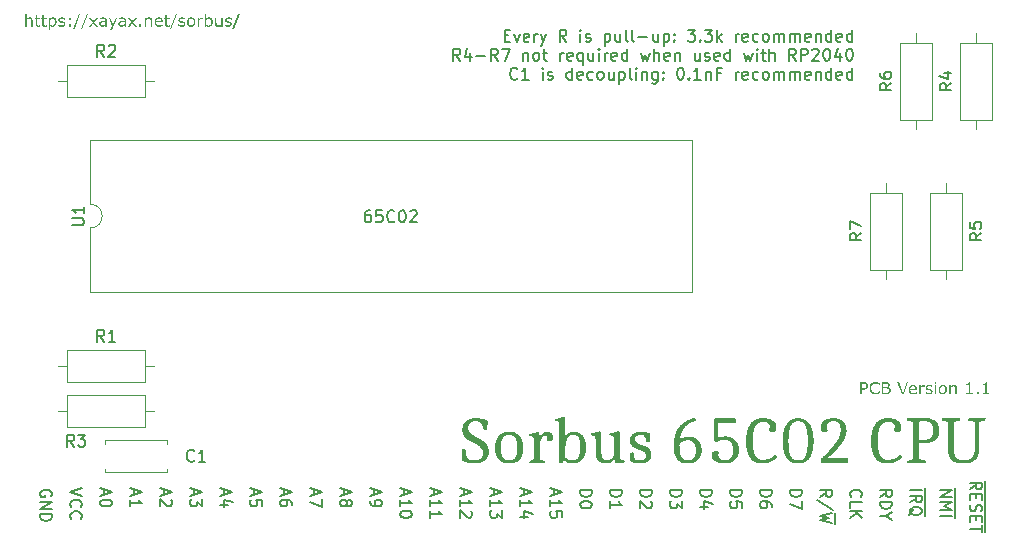
<source format=gbr>
%TF.GenerationSoftware,KiCad,Pcbnew,7.0.5*%
%TF.CreationDate,2023-08-13T15:57:13+02:00*%
%TF.ProjectId,Sorbus-65C02,536f7262-7573-42d3-9635-4330322e6b69,rev?*%
%TF.SameCoordinates,Original*%
%TF.FileFunction,Legend,Top*%
%TF.FilePolarity,Positive*%
%FSLAX46Y46*%
G04 Gerber Fmt 4.6, Leading zero omitted, Abs format (unit mm)*
G04 Created by KiCad (PCBNEW 7.0.5) date 2023-08-13 15:57:13*
%MOMM*%
%LPD*%
G01*
G04 APERTURE LIST*
%ADD10C,0.150000*%
%ADD11C,0.125000*%
%ADD12C,0.120000*%
G04 APERTURE END LIST*
D10*
X85855180Y-76536779D02*
X86855180Y-76536779D01*
X86855180Y-76536779D02*
X86855180Y-76774874D01*
X86855180Y-76774874D02*
X86807561Y-76917731D01*
X86807561Y-76917731D02*
X86712323Y-77012969D01*
X86712323Y-77012969D02*
X86617085Y-77060588D01*
X86617085Y-77060588D02*
X86426609Y-77108207D01*
X86426609Y-77108207D02*
X86283752Y-77108207D01*
X86283752Y-77108207D02*
X86093276Y-77060588D01*
X86093276Y-77060588D02*
X85998038Y-77012969D01*
X85998038Y-77012969D02*
X85902800Y-76917731D01*
X85902800Y-76917731D02*
X85855180Y-76774874D01*
X85855180Y-76774874D02*
X85855180Y-76536779D01*
X86855180Y-78012969D02*
X86855180Y-77536779D01*
X86855180Y-77536779D02*
X86378990Y-77489160D01*
X86378990Y-77489160D02*
X86426609Y-77536779D01*
X86426609Y-77536779D02*
X86474228Y-77632017D01*
X86474228Y-77632017D02*
X86474228Y-77870112D01*
X86474228Y-77870112D02*
X86426609Y-77965350D01*
X86426609Y-77965350D02*
X86378990Y-78012969D01*
X86378990Y-78012969D02*
X86283752Y-78060588D01*
X86283752Y-78060588D02*
X86045657Y-78060588D01*
X86045657Y-78060588D02*
X85950419Y-78012969D01*
X85950419Y-78012969D02*
X85902800Y-77965350D01*
X85902800Y-77965350D02*
X85855180Y-77870112D01*
X85855180Y-77870112D02*
X85855180Y-77632017D01*
X85855180Y-77632017D02*
X85902800Y-77536779D01*
X85902800Y-77536779D02*
X85950419Y-77489160D01*
X42960895Y-76489160D02*
X42960895Y-76965350D01*
X42675180Y-76393922D02*
X43675180Y-76727255D01*
X43675180Y-76727255D02*
X42675180Y-77060588D01*
X43341847Y-77822493D02*
X42675180Y-77822493D01*
X43722800Y-77584398D02*
X43008514Y-77346303D01*
X43008514Y-77346303D02*
X43008514Y-77965350D01*
X48040895Y-76489160D02*
X48040895Y-76965350D01*
X47755180Y-76393922D02*
X48755180Y-76727255D01*
X48755180Y-76727255D02*
X47755180Y-77060588D01*
X48755180Y-77822493D02*
X48755180Y-77632017D01*
X48755180Y-77632017D02*
X48707561Y-77536779D01*
X48707561Y-77536779D02*
X48659942Y-77489160D01*
X48659942Y-77489160D02*
X48517085Y-77393922D01*
X48517085Y-77393922D02*
X48326609Y-77346303D01*
X48326609Y-77346303D02*
X47945657Y-77346303D01*
X47945657Y-77346303D02*
X47850419Y-77393922D01*
X47850419Y-77393922D02*
X47802800Y-77441541D01*
X47802800Y-77441541D02*
X47755180Y-77536779D01*
X47755180Y-77536779D02*
X47755180Y-77727255D01*
X47755180Y-77727255D02*
X47802800Y-77822493D01*
X47802800Y-77822493D02*
X47850419Y-77870112D01*
X47850419Y-77870112D02*
X47945657Y-77917731D01*
X47945657Y-77917731D02*
X48183752Y-77917731D01*
X48183752Y-77917731D02*
X48278990Y-77870112D01*
X48278990Y-77870112D02*
X48326609Y-77822493D01*
X48326609Y-77822493D02*
X48374228Y-77727255D01*
X48374228Y-77727255D02*
X48374228Y-77536779D01*
X48374228Y-77536779D02*
X48326609Y-77441541D01*
X48326609Y-77441541D02*
X48278990Y-77393922D01*
X48278990Y-77393922D02*
X48183752Y-77346303D01*
X101095180Y-76536779D02*
X102095180Y-76536779D01*
X101095180Y-77584397D02*
X101571371Y-77251064D01*
X101095180Y-77012969D02*
X102095180Y-77012969D01*
X102095180Y-77012969D02*
X102095180Y-77393921D01*
X102095180Y-77393921D02*
X102047561Y-77489159D01*
X102047561Y-77489159D02*
X101999942Y-77536778D01*
X101999942Y-77536778D02*
X101904704Y-77584397D01*
X101904704Y-77584397D02*
X101761847Y-77584397D01*
X101761847Y-77584397D02*
X101666609Y-77536778D01*
X101666609Y-77536778D02*
X101618990Y-77489159D01*
X101618990Y-77489159D02*
X101571371Y-77393921D01*
X101571371Y-77393921D02*
X101571371Y-77012969D01*
X100999942Y-78679635D02*
X101047561Y-78584397D01*
X101047561Y-78584397D02*
X101142800Y-78489159D01*
X101142800Y-78489159D02*
X101285657Y-78346302D01*
X101285657Y-78346302D02*
X101333276Y-78251064D01*
X101333276Y-78251064D02*
X101333276Y-78155826D01*
X101095180Y-78203445D02*
X101142800Y-78108207D01*
X101142800Y-78108207D02*
X101238038Y-78012969D01*
X101238038Y-78012969D02*
X101428514Y-77965350D01*
X101428514Y-77965350D02*
X101761847Y-77965350D01*
X101761847Y-77965350D02*
X101952323Y-78012969D01*
X101952323Y-78012969D02*
X102047561Y-78108207D01*
X102047561Y-78108207D02*
X102095180Y-78203445D01*
X102095180Y-78203445D02*
X102095180Y-78393921D01*
X102095180Y-78393921D02*
X102047561Y-78489159D01*
X102047561Y-78489159D02*
X101952323Y-78584397D01*
X101952323Y-78584397D02*
X101761847Y-78632016D01*
X101761847Y-78632016D02*
X101428514Y-78632016D01*
X101428514Y-78632016D02*
X101238038Y-78584397D01*
X101238038Y-78584397D02*
X101142800Y-78489159D01*
X101142800Y-78489159D02*
X101095180Y-78393921D01*
X101095180Y-78393921D02*
X101095180Y-78203445D01*
X102372800Y-76398684D02*
X102372800Y-78722493D01*
X106175180Y-76473207D02*
X106651371Y-76139874D01*
X106175180Y-75901779D02*
X107175180Y-75901779D01*
X107175180Y-75901779D02*
X107175180Y-76282731D01*
X107175180Y-76282731D02*
X107127561Y-76377969D01*
X107127561Y-76377969D02*
X107079942Y-76425588D01*
X107079942Y-76425588D02*
X106984704Y-76473207D01*
X106984704Y-76473207D02*
X106841847Y-76473207D01*
X106841847Y-76473207D02*
X106746609Y-76425588D01*
X106746609Y-76425588D02*
X106698990Y-76377969D01*
X106698990Y-76377969D02*
X106651371Y-76282731D01*
X106651371Y-76282731D02*
X106651371Y-75901779D01*
X106698990Y-76901779D02*
X106698990Y-77235112D01*
X106175180Y-77377969D02*
X106175180Y-76901779D01*
X106175180Y-76901779D02*
X107175180Y-76901779D01*
X107175180Y-76901779D02*
X107175180Y-77377969D01*
X106222800Y-77758922D02*
X106175180Y-77901779D01*
X106175180Y-77901779D02*
X106175180Y-78139874D01*
X106175180Y-78139874D02*
X106222800Y-78235112D01*
X106222800Y-78235112D02*
X106270419Y-78282731D01*
X106270419Y-78282731D02*
X106365657Y-78330350D01*
X106365657Y-78330350D02*
X106460895Y-78330350D01*
X106460895Y-78330350D02*
X106556133Y-78282731D01*
X106556133Y-78282731D02*
X106603752Y-78235112D01*
X106603752Y-78235112D02*
X106651371Y-78139874D01*
X106651371Y-78139874D02*
X106698990Y-77949398D01*
X106698990Y-77949398D02*
X106746609Y-77854160D01*
X106746609Y-77854160D02*
X106794228Y-77806541D01*
X106794228Y-77806541D02*
X106889466Y-77758922D01*
X106889466Y-77758922D02*
X106984704Y-77758922D01*
X106984704Y-77758922D02*
X107079942Y-77806541D01*
X107079942Y-77806541D02*
X107127561Y-77854160D01*
X107127561Y-77854160D02*
X107175180Y-77949398D01*
X107175180Y-77949398D02*
X107175180Y-78187493D01*
X107175180Y-78187493D02*
X107127561Y-78330350D01*
X106698990Y-78758922D02*
X106698990Y-79092255D01*
X106175180Y-79235112D02*
X106175180Y-78758922D01*
X106175180Y-78758922D02*
X107175180Y-78758922D01*
X107175180Y-78758922D02*
X107175180Y-79235112D01*
X107175180Y-79520827D02*
X107175180Y-80092255D01*
X106175180Y-79806541D02*
X107175180Y-79806541D01*
X107452800Y-75763684D02*
X107452800Y-80087494D01*
X73155180Y-76536779D02*
X74155180Y-76536779D01*
X74155180Y-76536779D02*
X74155180Y-76774874D01*
X74155180Y-76774874D02*
X74107561Y-76917731D01*
X74107561Y-76917731D02*
X74012323Y-77012969D01*
X74012323Y-77012969D02*
X73917085Y-77060588D01*
X73917085Y-77060588D02*
X73726609Y-77108207D01*
X73726609Y-77108207D02*
X73583752Y-77108207D01*
X73583752Y-77108207D02*
X73393276Y-77060588D01*
X73393276Y-77060588D02*
X73298038Y-77012969D01*
X73298038Y-77012969D02*
X73202800Y-76917731D01*
X73202800Y-76917731D02*
X73155180Y-76774874D01*
X73155180Y-76774874D02*
X73155180Y-76536779D01*
X74155180Y-77727255D02*
X74155180Y-77822493D01*
X74155180Y-77822493D02*
X74107561Y-77917731D01*
X74107561Y-77917731D02*
X74059942Y-77965350D01*
X74059942Y-77965350D02*
X73964704Y-78012969D01*
X73964704Y-78012969D02*
X73774228Y-78060588D01*
X73774228Y-78060588D02*
X73536133Y-78060588D01*
X73536133Y-78060588D02*
X73345657Y-78012969D01*
X73345657Y-78012969D02*
X73250419Y-77965350D01*
X73250419Y-77965350D02*
X73202800Y-77917731D01*
X73202800Y-77917731D02*
X73155180Y-77822493D01*
X73155180Y-77822493D02*
X73155180Y-77727255D01*
X73155180Y-77727255D02*
X73202800Y-77632017D01*
X73202800Y-77632017D02*
X73250419Y-77584398D01*
X73250419Y-77584398D02*
X73345657Y-77536779D01*
X73345657Y-77536779D02*
X73536133Y-77489160D01*
X73536133Y-77489160D02*
X73774228Y-77489160D01*
X73774228Y-77489160D02*
X73964704Y-77536779D01*
X73964704Y-77536779D02*
X74059942Y-77584398D01*
X74059942Y-77584398D02*
X74107561Y-77632017D01*
X74107561Y-77632017D02*
X74155180Y-77727255D01*
X30975180Y-76393922D02*
X29975180Y-76727255D01*
X29975180Y-76727255D02*
X30975180Y-77060588D01*
X30070419Y-77965350D02*
X30022800Y-77917731D01*
X30022800Y-77917731D02*
X29975180Y-77774874D01*
X29975180Y-77774874D02*
X29975180Y-77679636D01*
X29975180Y-77679636D02*
X30022800Y-77536779D01*
X30022800Y-77536779D02*
X30118038Y-77441541D01*
X30118038Y-77441541D02*
X30213276Y-77393922D01*
X30213276Y-77393922D02*
X30403752Y-77346303D01*
X30403752Y-77346303D02*
X30546609Y-77346303D01*
X30546609Y-77346303D02*
X30737085Y-77393922D01*
X30737085Y-77393922D02*
X30832323Y-77441541D01*
X30832323Y-77441541D02*
X30927561Y-77536779D01*
X30927561Y-77536779D02*
X30975180Y-77679636D01*
X30975180Y-77679636D02*
X30975180Y-77774874D01*
X30975180Y-77774874D02*
X30927561Y-77917731D01*
X30927561Y-77917731D02*
X30879942Y-77965350D01*
X30070419Y-78965350D02*
X30022800Y-78917731D01*
X30022800Y-78917731D02*
X29975180Y-78774874D01*
X29975180Y-78774874D02*
X29975180Y-78679636D01*
X29975180Y-78679636D02*
X30022800Y-78536779D01*
X30022800Y-78536779D02*
X30118038Y-78441541D01*
X30118038Y-78441541D02*
X30213276Y-78393922D01*
X30213276Y-78393922D02*
X30403752Y-78346303D01*
X30403752Y-78346303D02*
X30546609Y-78346303D01*
X30546609Y-78346303D02*
X30737085Y-78393922D01*
X30737085Y-78393922D02*
X30832323Y-78441541D01*
X30832323Y-78441541D02*
X30927561Y-78536779D01*
X30927561Y-78536779D02*
X30975180Y-78679636D01*
X30975180Y-78679636D02*
X30975180Y-78774874D01*
X30975180Y-78774874D02*
X30927561Y-78917731D01*
X30927561Y-78917731D02*
X30879942Y-78965350D01*
X98555180Y-77108207D02*
X99031371Y-76774874D01*
X98555180Y-76536779D02*
X99555180Y-76536779D01*
X99555180Y-76536779D02*
X99555180Y-76917731D01*
X99555180Y-76917731D02*
X99507561Y-77012969D01*
X99507561Y-77012969D02*
X99459942Y-77060588D01*
X99459942Y-77060588D02*
X99364704Y-77108207D01*
X99364704Y-77108207D02*
X99221847Y-77108207D01*
X99221847Y-77108207D02*
X99126609Y-77060588D01*
X99126609Y-77060588D02*
X99078990Y-77012969D01*
X99078990Y-77012969D02*
X99031371Y-76917731D01*
X99031371Y-76917731D02*
X99031371Y-76536779D01*
X98555180Y-77536779D02*
X99555180Y-77536779D01*
X99555180Y-77536779D02*
X99555180Y-77774874D01*
X99555180Y-77774874D02*
X99507561Y-77917731D01*
X99507561Y-77917731D02*
X99412323Y-78012969D01*
X99412323Y-78012969D02*
X99317085Y-78060588D01*
X99317085Y-78060588D02*
X99126609Y-78108207D01*
X99126609Y-78108207D02*
X98983752Y-78108207D01*
X98983752Y-78108207D02*
X98793276Y-78060588D01*
X98793276Y-78060588D02*
X98698038Y-78012969D01*
X98698038Y-78012969D02*
X98602800Y-77917731D01*
X98602800Y-77917731D02*
X98555180Y-77774874D01*
X98555180Y-77774874D02*
X98555180Y-77536779D01*
X99031371Y-78727255D02*
X98555180Y-78727255D01*
X99555180Y-78393922D02*
X99031371Y-78727255D01*
X99031371Y-78727255D02*
X99555180Y-79060588D01*
X88395180Y-76536779D02*
X89395180Y-76536779D01*
X89395180Y-76536779D02*
X89395180Y-76774874D01*
X89395180Y-76774874D02*
X89347561Y-76917731D01*
X89347561Y-76917731D02*
X89252323Y-77012969D01*
X89252323Y-77012969D02*
X89157085Y-77060588D01*
X89157085Y-77060588D02*
X88966609Y-77108207D01*
X88966609Y-77108207D02*
X88823752Y-77108207D01*
X88823752Y-77108207D02*
X88633276Y-77060588D01*
X88633276Y-77060588D02*
X88538038Y-77012969D01*
X88538038Y-77012969D02*
X88442800Y-76917731D01*
X88442800Y-76917731D02*
X88395180Y-76774874D01*
X88395180Y-76774874D02*
X88395180Y-76536779D01*
X89395180Y-77965350D02*
X89395180Y-77774874D01*
X89395180Y-77774874D02*
X89347561Y-77679636D01*
X89347561Y-77679636D02*
X89299942Y-77632017D01*
X89299942Y-77632017D02*
X89157085Y-77536779D01*
X89157085Y-77536779D02*
X88966609Y-77489160D01*
X88966609Y-77489160D02*
X88585657Y-77489160D01*
X88585657Y-77489160D02*
X88490419Y-77536779D01*
X88490419Y-77536779D02*
X88442800Y-77584398D01*
X88442800Y-77584398D02*
X88395180Y-77679636D01*
X88395180Y-77679636D02*
X88395180Y-77870112D01*
X88395180Y-77870112D02*
X88442800Y-77965350D01*
X88442800Y-77965350D02*
X88490419Y-78012969D01*
X88490419Y-78012969D02*
X88585657Y-78060588D01*
X88585657Y-78060588D02*
X88823752Y-78060588D01*
X88823752Y-78060588D02*
X88918990Y-78012969D01*
X88918990Y-78012969D02*
X88966609Y-77965350D01*
X88966609Y-77965350D02*
X89014228Y-77870112D01*
X89014228Y-77870112D02*
X89014228Y-77679636D01*
X89014228Y-77679636D02*
X88966609Y-77584398D01*
X88966609Y-77584398D02*
X88918990Y-77536779D01*
X88918990Y-77536779D02*
X88823752Y-77489160D01*
X35340895Y-76489160D02*
X35340895Y-76965350D01*
X35055180Y-76393922D02*
X36055180Y-76727255D01*
X36055180Y-76727255D02*
X35055180Y-77060588D01*
X35055180Y-77917731D02*
X35055180Y-77346303D01*
X35055180Y-77632017D02*
X36055180Y-77632017D01*
X36055180Y-77632017D02*
X35912323Y-77536779D01*
X35912323Y-77536779D02*
X35817085Y-77441541D01*
X35817085Y-77441541D02*
X35769466Y-77346303D01*
X68360895Y-76489160D02*
X68360895Y-76965350D01*
X68075180Y-76393922D02*
X69075180Y-76727255D01*
X69075180Y-76727255D02*
X68075180Y-77060588D01*
X68075180Y-77917731D02*
X68075180Y-77346303D01*
X68075180Y-77632017D02*
X69075180Y-77632017D01*
X69075180Y-77632017D02*
X68932323Y-77536779D01*
X68932323Y-77536779D02*
X68837085Y-77441541D01*
X68837085Y-77441541D02*
X68789466Y-77346303D01*
X68741847Y-78774874D02*
X68075180Y-78774874D01*
X69122800Y-78536779D02*
X68408514Y-78298684D01*
X68408514Y-78298684D02*
X68408514Y-78917731D01*
X40420895Y-76489160D02*
X40420895Y-76965350D01*
X40135180Y-76393922D02*
X41135180Y-76727255D01*
X41135180Y-76727255D02*
X40135180Y-77060588D01*
X41135180Y-77298684D02*
X41135180Y-77917731D01*
X41135180Y-77917731D02*
X40754228Y-77584398D01*
X40754228Y-77584398D02*
X40754228Y-77727255D01*
X40754228Y-77727255D02*
X40706609Y-77822493D01*
X40706609Y-77822493D02*
X40658990Y-77870112D01*
X40658990Y-77870112D02*
X40563752Y-77917731D01*
X40563752Y-77917731D02*
X40325657Y-77917731D01*
X40325657Y-77917731D02*
X40230419Y-77870112D01*
X40230419Y-77870112D02*
X40182800Y-77822493D01*
X40182800Y-77822493D02*
X40135180Y-77727255D01*
X40135180Y-77727255D02*
X40135180Y-77441541D01*
X40135180Y-77441541D02*
X40182800Y-77346303D01*
X40182800Y-77346303D02*
X40230419Y-77298684D01*
X58200895Y-76489160D02*
X58200895Y-76965350D01*
X57915180Y-76393922D02*
X58915180Y-76727255D01*
X58915180Y-76727255D02*
X57915180Y-77060588D01*
X57915180Y-77917731D02*
X57915180Y-77346303D01*
X57915180Y-77632017D02*
X58915180Y-77632017D01*
X58915180Y-77632017D02*
X58772323Y-77536779D01*
X58772323Y-77536779D02*
X58677085Y-77441541D01*
X58677085Y-77441541D02*
X58629466Y-77346303D01*
X58915180Y-78536779D02*
X58915180Y-78632017D01*
X58915180Y-78632017D02*
X58867561Y-78727255D01*
X58867561Y-78727255D02*
X58819942Y-78774874D01*
X58819942Y-78774874D02*
X58724704Y-78822493D01*
X58724704Y-78822493D02*
X58534228Y-78870112D01*
X58534228Y-78870112D02*
X58296133Y-78870112D01*
X58296133Y-78870112D02*
X58105657Y-78822493D01*
X58105657Y-78822493D02*
X58010419Y-78774874D01*
X58010419Y-78774874D02*
X57962800Y-78727255D01*
X57962800Y-78727255D02*
X57915180Y-78632017D01*
X57915180Y-78632017D02*
X57915180Y-78536779D01*
X57915180Y-78536779D02*
X57962800Y-78441541D01*
X57962800Y-78441541D02*
X58010419Y-78393922D01*
X58010419Y-78393922D02*
X58105657Y-78346303D01*
X58105657Y-78346303D02*
X58296133Y-78298684D01*
X58296133Y-78298684D02*
X58534228Y-78298684D01*
X58534228Y-78298684D02*
X58724704Y-78346303D01*
X58724704Y-78346303D02*
X58819942Y-78393922D01*
X58819942Y-78393922D02*
X58867561Y-78441541D01*
X58867561Y-78441541D02*
X58915180Y-78536779D01*
X63280895Y-76489160D02*
X63280895Y-76965350D01*
X62995180Y-76393922D02*
X63995180Y-76727255D01*
X63995180Y-76727255D02*
X62995180Y-77060588D01*
X62995180Y-77917731D02*
X62995180Y-77346303D01*
X62995180Y-77632017D02*
X63995180Y-77632017D01*
X63995180Y-77632017D02*
X63852323Y-77536779D01*
X63852323Y-77536779D02*
X63757085Y-77441541D01*
X63757085Y-77441541D02*
X63709466Y-77346303D01*
X63899942Y-78298684D02*
X63947561Y-78346303D01*
X63947561Y-78346303D02*
X63995180Y-78441541D01*
X63995180Y-78441541D02*
X63995180Y-78679636D01*
X63995180Y-78679636D02*
X63947561Y-78774874D01*
X63947561Y-78774874D02*
X63899942Y-78822493D01*
X63899942Y-78822493D02*
X63804704Y-78870112D01*
X63804704Y-78870112D02*
X63709466Y-78870112D01*
X63709466Y-78870112D02*
X63566609Y-78822493D01*
X63566609Y-78822493D02*
X62995180Y-78251065D01*
X62995180Y-78251065D02*
X62995180Y-78870112D01*
X96110419Y-77108207D02*
X96062800Y-77060588D01*
X96062800Y-77060588D02*
X96015180Y-76917731D01*
X96015180Y-76917731D02*
X96015180Y-76822493D01*
X96015180Y-76822493D02*
X96062800Y-76679636D01*
X96062800Y-76679636D02*
X96158038Y-76584398D01*
X96158038Y-76584398D02*
X96253276Y-76536779D01*
X96253276Y-76536779D02*
X96443752Y-76489160D01*
X96443752Y-76489160D02*
X96586609Y-76489160D01*
X96586609Y-76489160D02*
X96777085Y-76536779D01*
X96777085Y-76536779D02*
X96872323Y-76584398D01*
X96872323Y-76584398D02*
X96967561Y-76679636D01*
X96967561Y-76679636D02*
X97015180Y-76822493D01*
X97015180Y-76822493D02*
X97015180Y-76917731D01*
X97015180Y-76917731D02*
X96967561Y-77060588D01*
X96967561Y-77060588D02*
X96919942Y-77108207D01*
X96015180Y-78012969D02*
X96015180Y-77536779D01*
X96015180Y-77536779D02*
X97015180Y-77536779D01*
X96015180Y-78346303D02*
X97015180Y-78346303D01*
X96015180Y-78917731D02*
X96586609Y-78489160D01*
X97015180Y-78917731D02*
X96443752Y-78346303D01*
X60740895Y-76489160D02*
X60740895Y-76965350D01*
X60455180Y-76393922D02*
X61455180Y-76727255D01*
X61455180Y-76727255D02*
X60455180Y-77060588D01*
X60455180Y-77917731D02*
X60455180Y-77346303D01*
X60455180Y-77632017D02*
X61455180Y-77632017D01*
X61455180Y-77632017D02*
X61312323Y-77536779D01*
X61312323Y-77536779D02*
X61217085Y-77441541D01*
X61217085Y-77441541D02*
X61169466Y-77346303D01*
X60455180Y-78870112D02*
X60455180Y-78298684D01*
X60455180Y-78584398D02*
X61455180Y-78584398D01*
X61455180Y-78584398D02*
X61312323Y-78489160D01*
X61312323Y-78489160D02*
X61217085Y-78393922D01*
X61217085Y-78393922D02*
X61169466Y-78298684D01*
X45500895Y-76489160D02*
X45500895Y-76965350D01*
X45215180Y-76393922D02*
X46215180Y-76727255D01*
X46215180Y-76727255D02*
X45215180Y-77060588D01*
X46215180Y-77870112D02*
X46215180Y-77393922D01*
X46215180Y-77393922D02*
X45738990Y-77346303D01*
X45738990Y-77346303D02*
X45786609Y-77393922D01*
X45786609Y-77393922D02*
X45834228Y-77489160D01*
X45834228Y-77489160D02*
X45834228Y-77727255D01*
X45834228Y-77727255D02*
X45786609Y-77822493D01*
X45786609Y-77822493D02*
X45738990Y-77870112D01*
X45738990Y-77870112D02*
X45643752Y-77917731D01*
X45643752Y-77917731D02*
X45405657Y-77917731D01*
X45405657Y-77917731D02*
X45310419Y-77870112D01*
X45310419Y-77870112D02*
X45262800Y-77822493D01*
X45262800Y-77822493D02*
X45215180Y-77727255D01*
X45215180Y-77727255D02*
X45215180Y-77489160D01*
X45215180Y-77489160D02*
X45262800Y-77393922D01*
X45262800Y-77393922D02*
X45310419Y-77346303D01*
X37880895Y-76489160D02*
X37880895Y-76965350D01*
X37595180Y-76393922D02*
X38595180Y-76727255D01*
X38595180Y-76727255D02*
X37595180Y-77060588D01*
X38499942Y-77346303D02*
X38547561Y-77393922D01*
X38547561Y-77393922D02*
X38595180Y-77489160D01*
X38595180Y-77489160D02*
X38595180Y-77727255D01*
X38595180Y-77727255D02*
X38547561Y-77822493D01*
X38547561Y-77822493D02*
X38499942Y-77870112D01*
X38499942Y-77870112D02*
X38404704Y-77917731D01*
X38404704Y-77917731D02*
X38309466Y-77917731D01*
X38309466Y-77917731D02*
X38166609Y-77870112D01*
X38166609Y-77870112D02*
X37595180Y-77298684D01*
X37595180Y-77298684D02*
X37595180Y-77917731D01*
X93475180Y-77108207D02*
X93951371Y-76774874D01*
X93475180Y-76536779D02*
X94475180Y-76536779D01*
X94475180Y-76536779D02*
X94475180Y-76917731D01*
X94475180Y-76917731D02*
X94427561Y-77012969D01*
X94427561Y-77012969D02*
X94379942Y-77060588D01*
X94379942Y-77060588D02*
X94284704Y-77108207D01*
X94284704Y-77108207D02*
X94141847Y-77108207D01*
X94141847Y-77108207D02*
X94046609Y-77060588D01*
X94046609Y-77060588D02*
X93998990Y-77012969D01*
X93998990Y-77012969D02*
X93951371Y-76917731D01*
X93951371Y-76917731D02*
X93951371Y-76536779D01*
X94522800Y-78251064D02*
X93237085Y-77393922D01*
X94475180Y-78489160D02*
X93475180Y-78727255D01*
X93475180Y-78727255D02*
X94189466Y-78917731D01*
X94189466Y-78917731D02*
X93475180Y-79108207D01*
X93475180Y-79108207D02*
X94475180Y-79346303D01*
X94752800Y-78446303D02*
X94752800Y-79389160D01*
D11*
G36*
X65000659Y-71427529D02*
G01*
X64990103Y-71378379D01*
X64978952Y-71331068D01*
X64967205Y-71285597D01*
X64954863Y-71241966D01*
X64941926Y-71200173D01*
X64928394Y-71160221D01*
X64914266Y-71122107D01*
X64899542Y-71085833D01*
X64876341Y-71034872D01*
X64851801Y-70988049D01*
X64825920Y-70945364D01*
X64798701Y-70906819D01*
X64770141Y-70872412D01*
X64760324Y-70861863D01*
X64729506Y-70832181D01*
X64696405Y-70805420D01*
X64661019Y-70781577D01*
X64623350Y-70760655D01*
X64583396Y-70742651D01*
X64541158Y-70727567D01*
X64496636Y-70715403D01*
X64449830Y-70706158D01*
X64400740Y-70699832D01*
X64349366Y-70696426D01*
X64313848Y-70695778D01*
X64260971Y-70697151D01*
X64210052Y-70701273D01*
X64161091Y-70708142D01*
X64114088Y-70717759D01*
X64069042Y-70730124D01*
X64025954Y-70745237D01*
X63984824Y-70763097D01*
X63945652Y-70783705D01*
X63908437Y-70807061D01*
X63873181Y-70833164D01*
X63850764Y-70852093D01*
X63819511Y-70882000D01*
X63791332Y-70913470D01*
X63766228Y-70946503D01*
X63744197Y-70981099D01*
X63725241Y-71017257D01*
X63709358Y-71054979D01*
X63696550Y-71094263D01*
X63686816Y-71135109D01*
X63680155Y-71177519D01*
X63676569Y-71221491D01*
X63675886Y-71251674D01*
X63677474Y-71296972D01*
X63682240Y-71341273D01*
X63690183Y-71384579D01*
X63701302Y-71426888D01*
X63715599Y-71468201D01*
X63733073Y-71508519D01*
X63753724Y-71547840D01*
X63777552Y-71586165D01*
X63804557Y-71623494D01*
X63834739Y-71659827D01*
X63856625Y-71683496D01*
X63891184Y-71718020D01*
X63927082Y-71751617D01*
X63964319Y-71784286D01*
X64002896Y-71816028D01*
X64042813Y-71846843D01*
X64084069Y-71876730D01*
X64126665Y-71905690D01*
X64170600Y-71933722D01*
X64215874Y-71960828D01*
X64262488Y-71987006D01*
X64294309Y-72003942D01*
X64342660Y-72028967D01*
X64390994Y-72054214D01*
X64439312Y-72079685D01*
X64487612Y-72105379D01*
X64535894Y-72131297D01*
X64584160Y-72157437D01*
X64632408Y-72183801D01*
X64680640Y-72210389D01*
X64728854Y-72237199D01*
X64777051Y-72264233D01*
X64809173Y-72282379D01*
X64856854Y-72310366D01*
X64903179Y-72340104D01*
X64948148Y-72371595D01*
X64991759Y-72404836D01*
X65034014Y-72439830D01*
X65074913Y-72476575D01*
X65114454Y-72515072D01*
X65152639Y-72555321D01*
X65189467Y-72597321D01*
X65224939Y-72641073D01*
X65247833Y-72671214D01*
X65280133Y-72717573D01*
X65309256Y-72765427D01*
X65335202Y-72814774D01*
X65357971Y-72865616D01*
X65377563Y-72917951D01*
X65393978Y-72971781D01*
X65407215Y-73027105D01*
X65417276Y-73083923D01*
X65424160Y-73142235D01*
X65426984Y-73181940D01*
X65428396Y-73222309D01*
X65428572Y-73242742D01*
X65427221Y-73301574D01*
X65423169Y-73358879D01*
X65416414Y-73414658D01*
X65406957Y-73468911D01*
X65394798Y-73521637D01*
X65379938Y-73572836D01*
X65362375Y-73622509D01*
X65342110Y-73670655D01*
X65319144Y-73717275D01*
X65293476Y-73762369D01*
X65265105Y-73805935D01*
X65234033Y-73847976D01*
X65200259Y-73888490D01*
X65163783Y-73927477D01*
X65124605Y-73964938D01*
X65082725Y-74000872D01*
X65038685Y-74034825D01*
X64992782Y-74066588D01*
X64945017Y-74096161D01*
X64895390Y-74123543D01*
X64843901Y-74148734D01*
X64790549Y-74171735D01*
X64735335Y-74192545D01*
X64678258Y-74211165D01*
X64619320Y-74227594D01*
X64558518Y-74241833D01*
X64495855Y-74253881D01*
X64431329Y-74263738D01*
X64364941Y-74271405D01*
X64296690Y-74276881D01*
X64226577Y-74280167D01*
X64154602Y-74281263D01*
X64108938Y-74280533D01*
X64062072Y-74278343D01*
X64014004Y-74274694D01*
X63964733Y-74269585D01*
X63914261Y-74263016D01*
X63862587Y-74254987D01*
X63809710Y-74245499D01*
X63755631Y-74234551D01*
X63700350Y-74222143D01*
X63643867Y-74208276D01*
X63605544Y-74198220D01*
X63567572Y-74187637D01*
X63512932Y-74171463D01*
X63461074Y-74154928D01*
X63411999Y-74138032D01*
X63365705Y-74120776D01*
X63322193Y-74103159D01*
X63281464Y-74085181D01*
X63243517Y-74066843D01*
X63208352Y-74048144D01*
X63165792Y-74022651D01*
X63146367Y-74009665D01*
X63146367Y-73073726D01*
X63187688Y-73065564D01*
X63230440Y-73058785D01*
X63274623Y-73053390D01*
X63320238Y-73049378D01*
X63367283Y-73046750D01*
X63415759Y-73045504D01*
X63435551Y-73045394D01*
X63444115Y-73112923D01*
X63453197Y-73178491D01*
X63462799Y-73242097D01*
X63472920Y-73303742D01*
X63483560Y-73363425D01*
X63494719Y-73421146D01*
X63506396Y-73476906D01*
X63518593Y-73530704D01*
X63531309Y-73582541D01*
X63544544Y-73632416D01*
X63558298Y-73680330D01*
X63572571Y-73726282D01*
X63587363Y-73770272D01*
X63602674Y-73812301D01*
X63618504Y-73852368D01*
X63634853Y-73890474D01*
X63683316Y-73913870D01*
X63733084Y-73934964D01*
X63784158Y-73953758D01*
X63836536Y-73970250D01*
X63890220Y-73984441D01*
X63945209Y-73996330D01*
X64001503Y-74005919D01*
X64059103Y-74013206D01*
X64098227Y-74016786D01*
X64137932Y-74019343D01*
X64178217Y-74020877D01*
X64219082Y-74021388D01*
X64259695Y-74020682D01*
X64299224Y-74018564D01*
X64356486Y-74012740D01*
X64411309Y-74003738D01*
X64463693Y-73991559D01*
X64513639Y-73976203D01*
X64561146Y-73957670D01*
X64606214Y-73935960D01*
X64648844Y-73911073D01*
X64689036Y-73883009D01*
X64726788Y-73851768D01*
X64738831Y-73840648D01*
X64773051Y-73805812D01*
X64803906Y-73769448D01*
X64831395Y-73731555D01*
X64855518Y-73692134D01*
X64876274Y-73651184D01*
X64893665Y-73608706D01*
X64907690Y-73564699D01*
X64918349Y-73519164D01*
X64925642Y-73472100D01*
X64929569Y-73423508D01*
X64930317Y-73390265D01*
X64928720Y-73340462D01*
X64923929Y-73292171D01*
X64915943Y-73245391D01*
X64904763Y-73200122D01*
X64890389Y-73156364D01*
X64872821Y-73114118D01*
X64852058Y-73073382D01*
X64828101Y-73034159D01*
X64800950Y-72996446D01*
X64770605Y-72960245D01*
X64748600Y-72936950D01*
X64713867Y-72902835D01*
X64677812Y-72869734D01*
X64640434Y-72837645D01*
X64601734Y-72806570D01*
X64561712Y-72776508D01*
X64520367Y-72747459D01*
X64477700Y-72719424D01*
X64433710Y-72692402D01*
X64388398Y-72666393D01*
X64341764Y-72641397D01*
X64309940Y-72625296D01*
X64261938Y-72601354D01*
X64213918Y-72577154D01*
X64165882Y-72552696D01*
X64117828Y-72527981D01*
X64069757Y-72503008D01*
X64021669Y-72477777D01*
X63973563Y-72452289D01*
X63925441Y-72426543D01*
X63877301Y-72400540D01*
X63829144Y-72374279D01*
X63797030Y-72356629D01*
X63749514Y-72329200D01*
X63703321Y-72300037D01*
X63658450Y-72269139D01*
X63614901Y-72236507D01*
X63572675Y-72202141D01*
X63531771Y-72166039D01*
X63492189Y-72128204D01*
X63453930Y-72088633D01*
X63416993Y-72047329D01*
X63381378Y-72004290D01*
X63358370Y-71974633D01*
X63326070Y-71928623D01*
X63296947Y-71881084D01*
X63271001Y-71832017D01*
X63248232Y-71781422D01*
X63228640Y-71729298D01*
X63212225Y-71675646D01*
X63198987Y-71620465D01*
X63188927Y-71563756D01*
X63182043Y-71505518D01*
X63179219Y-71465844D01*
X63177807Y-71425490D01*
X63177630Y-71405059D01*
X63178836Y-71351837D01*
X63182454Y-71299882D01*
X63188484Y-71249194D01*
X63196926Y-71199773D01*
X63207779Y-71151619D01*
X63221045Y-71104732D01*
X63236722Y-71059112D01*
X63254811Y-71014759D01*
X63275312Y-70971673D01*
X63298225Y-70929854D01*
X63323550Y-70889302D01*
X63351287Y-70850017D01*
X63381436Y-70811999D01*
X63413996Y-70775248D01*
X63448969Y-70739764D01*
X63486353Y-70705547D01*
X63525669Y-70672895D01*
X63566434Y-70642349D01*
X63608650Y-70613910D01*
X63652316Y-70587578D01*
X63697433Y-70563352D01*
X63743999Y-70541233D01*
X63792016Y-70521220D01*
X63841482Y-70503314D01*
X63892399Y-70487515D01*
X63944767Y-70473822D01*
X63998584Y-70462236D01*
X64053852Y-70452756D01*
X64110569Y-70445383D01*
X64168737Y-70440116D01*
X64228355Y-70436956D01*
X64289424Y-70435903D01*
X64328879Y-70436127D01*
X64406380Y-70437921D01*
X64482004Y-70441508D01*
X64555750Y-70446889D01*
X64627618Y-70454064D01*
X64697609Y-70463032D01*
X64765722Y-70473794D01*
X64831958Y-70486350D01*
X64896316Y-70500699D01*
X64958796Y-70516842D01*
X65019399Y-70534779D01*
X65078124Y-70554509D01*
X65134972Y-70576033D01*
X65189941Y-70599350D01*
X65243034Y-70624462D01*
X65294248Y-70651366D01*
X65319152Y-70665491D01*
X65237086Y-71427529D01*
X65196137Y-71436288D01*
X65156333Y-71441802D01*
X65113871Y-71444121D01*
X65110080Y-71444138D01*
X65070262Y-71442175D01*
X65029459Y-71435558D01*
X65000659Y-71427529D01*
G37*
G36*
X67212618Y-71593977D02*
G01*
X67282757Y-71597995D01*
X67350645Y-71604693D01*
X67416282Y-71614070D01*
X67479667Y-71626125D01*
X67540800Y-71640860D01*
X67599681Y-71658274D01*
X67656311Y-71678367D01*
X67710690Y-71701138D01*
X67762817Y-71726589D01*
X67812692Y-71754719D01*
X67860315Y-71785528D01*
X67905687Y-71819016D01*
X67948808Y-71855183D01*
X67989676Y-71894029D01*
X68028293Y-71935554D01*
X68064613Y-71979526D01*
X68098589Y-72025955D01*
X68130223Y-72074841D01*
X68159513Y-72126186D01*
X68186460Y-72179988D01*
X68211063Y-72236248D01*
X68233324Y-72294965D01*
X68253241Y-72356140D01*
X68270815Y-72419773D01*
X68286046Y-72485864D01*
X68298933Y-72554412D01*
X68309478Y-72625418D01*
X68317679Y-72698882D01*
X68323537Y-72774803D01*
X68327052Y-72853182D01*
X68327931Y-72893293D01*
X68328224Y-72934019D01*
X68327931Y-72974748D01*
X68327052Y-73014871D01*
X68325587Y-73054387D01*
X68320901Y-73131598D01*
X68313871Y-73206382D01*
X68304499Y-73278739D01*
X68292783Y-73348669D01*
X68278723Y-73416172D01*
X68262321Y-73481247D01*
X68243575Y-73543895D01*
X68222486Y-73604116D01*
X68199054Y-73661910D01*
X68173279Y-73717277D01*
X68145161Y-73770217D01*
X68114699Y-73820729D01*
X68081894Y-73868815D01*
X68046746Y-73914473D01*
X68028293Y-73936392D01*
X67989676Y-73978153D01*
X67948808Y-74017221D01*
X67905687Y-74053594D01*
X67860315Y-74087273D01*
X67812692Y-74118257D01*
X67762817Y-74146547D01*
X67710690Y-74172143D01*
X67656311Y-74195045D01*
X67599681Y-74215252D01*
X67540800Y-74232765D01*
X67479667Y-74247584D01*
X67416282Y-74259708D01*
X67350645Y-74269138D01*
X67282757Y-74275874D01*
X67212618Y-74279915D01*
X67140226Y-74281263D01*
X67067835Y-74279915D01*
X66997695Y-74275874D01*
X66929807Y-74269138D01*
X66864171Y-74259708D01*
X66800786Y-74247584D01*
X66739653Y-74232765D01*
X66680771Y-74215252D01*
X66624141Y-74195045D01*
X66569763Y-74172143D01*
X66517636Y-74146547D01*
X66467761Y-74118257D01*
X66420137Y-74087273D01*
X66374765Y-74053594D01*
X66331645Y-74017221D01*
X66290776Y-73978153D01*
X66252159Y-73936392D01*
X66215840Y-73891947D01*
X66181863Y-73845075D01*
X66150230Y-73795776D01*
X66120940Y-73744050D01*
X66093993Y-73689897D01*
X66069389Y-73633317D01*
X66047129Y-73574309D01*
X66027212Y-73512875D01*
X66009638Y-73449013D01*
X65994407Y-73382724D01*
X65981519Y-73314007D01*
X65970975Y-73242864D01*
X65962774Y-73169294D01*
X65956915Y-73093296D01*
X65953401Y-73014871D01*
X65952522Y-72974748D01*
X65952236Y-72934996D01*
X66450484Y-72934996D01*
X66451107Y-73005792D01*
X66452973Y-73074077D01*
X66456083Y-73139851D01*
X66460437Y-73203114D01*
X66466036Y-73263865D01*
X66472879Y-73322106D01*
X66480965Y-73377835D01*
X66490296Y-73431053D01*
X66500871Y-73481760D01*
X66512690Y-73529956D01*
X66525753Y-73575641D01*
X66540061Y-73618815D01*
X66555612Y-73659478D01*
X66572407Y-73697629D01*
X66590447Y-73733269D01*
X66609731Y-73766399D01*
X66641401Y-73811968D01*
X66676695Y-73853055D01*
X66715613Y-73889660D01*
X66758154Y-73921783D01*
X66804319Y-73949423D01*
X66854107Y-73972582D01*
X66907519Y-73991258D01*
X66964555Y-74005451D01*
X67004591Y-74012424D01*
X67046239Y-74017404D01*
X67089496Y-74020392D01*
X67134364Y-74021388D01*
X67179256Y-74020392D01*
X67222582Y-74017404D01*
X67264344Y-74012424D01*
X67304541Y-74005451D01*
X67343173Y-73996487D01*
X67398188Y-73979305D01*
X67449682Y-73957641D01*
X67497656Y-73931494D01*
X67542109Y-73900866D01*
X67583041Y-73865755D01*
X67620454Y-73826162D01*
X67654345Y-73782086D01*
X67664860Y-73766399D01*
X67694367Y-73715763D01*
X67712425Y-73678867D01*
X67729194Y-73639460D01*
X67744673Y-73597542D01*
X67758862Y-73553113D01*
X67771761Y-73506172D01*
X67783370Y-73456721D01*
X67793689Y-73404758D01*
X67802719Y-73350284D01*
X67810458Y-73293299D01*
X67816908Y-73233803D01*
X67822067Y-73171796D01*
X67825937Y-73107278D01*
X67828517Y-73040248D01*
X67829807Y-72970708D01*
X67829968Y-72934996D01*
X67829331Y-72864093D01*
X67827419Y-72795732D01*
X67824232Y-72729912D01*
X67819771Y-72666634D01*
X67814035Y-72605898D01*
X67807025Y-72547703D01*
X67798739Y-72492050D01*
X67789180Y-72438939D01*
X67778345Y-72388369D01*
X67766236Y-72340341D01*
X67752852Y-72294855D01*
X67738194Y-72251910D01*
X67722261Y-72211507D01*
X67705053Y-72173645D01*
X67686571Y-72138325D01*
X67666814Y-72105547D01*
X67634594Y-72060327D01*
X67598750Y-72019555D01*
X67559283Y-71983230D01*
X67516192Y-71951354D01*
X67469478Y-71923925D01*
X67419140Y-71900944D01*
X67365179Y-71882411D01*
X67327191Y-71872527D01*
X67287593Y-71864620D01*
X67246385Y-71858689D01*
X67203566Y-71854736D01*
X67159137Y-71852759D01*
X67136318Y-71852512D01*
X67091214Y-71853500D01*
X67047735Y-71856465D01*
X67005881Y-71861407D01*
X66965654Y-71868326D01*
X66927052Y-71877222D01*
X66872197Y-71894272D01*
X66821001Y-71915771D01*
X66773462Y-71941717D01*
X66729582Y-71972111D01*
X66689359Y-72006952D01*
X66652794Y-72046242D01*
X66619887Y-72089980D01*
X66609731Y-72105547D01*
X66581272Y-72155668D01*
X66563854Y-72192258D01*
X66547681Y-72231391D01*
X66532751Y-72273065D01*
X66519066Y-72317280D01*
X66506625Y-72364037D01*
X66495428Y-72413336D01*
X66485475Y-72465177D01*
X66476766Y-72519559D01*
X66469302Y-72576483D01*
X66463081Y-72635948D01*
X66458105Y-72697955D01*
X66454372Y-72762504D01*
X66451884Y-72829595D01*
X66450640Y-72899227D01*
X66450484Y-72934996D01*
X65952236Y-72934996D01*
X65952229Y-72934019D01*
X65952522Y-72893293D01*
X65953401Y-72853182D01*
X65954865Y-72813686D01*
X65959552Y-72736535D01*
X65966581Y-72661843D01*
X65975954Y-72589608D01*
X65987670Y-72519831D01*
X66001729Y-72452511D01*
X66018132Y-72387650D01*
X66036877Y-72325246D01*
X66057966Y-72265299D01*
X66081398Y-72207811D01*
X66107174Y-72152780D01*
X66135292Y-72100206D01*
X66165754Y-72050091D01*
X66198558Y-72002433D01*
X66233707Y-71957233D01*
X66252159Y-71935554D01*
X66290776Y-71894029D01*
X66331645Y-71855183D01*
X66374765Y-71819016D01*
X66420137Y-71785528D01*
X66467761Y-71754719D01*
X66517636Y-71726589D01*
X66569763Y-71701138D01*
X66624141Y-71678367D01*
X66680771Y-71658274D01*
X66739653Y-71640860D01*
X66800786Y-71626125D01*
X66864171Y-71614070D01*
X66929807Y-71604693D01*
X66997695Y-71597995D01*
X67067835Y-71593977D01*
X67140226Y-71592637D01*
X67212618Y-71593977D01*
G37*
G36*
X70377909Y-71592637D02*
G01*
X70426178Y-71594484D01*
X70472798Y-71600026D01*
X70517769Y-71609261D01*
X70561092Y-71622191D01*
X70602766Y-71638814D01*
X70642791Y-71659132D01*
X70681168Y-71683145D01*
X70717896Y-71710851D01*
X70751784Y-71741137D01*
X70781154Y-71773377D01*
X70806006Y-71807571D01*
X70826339Y-71843719D01*
X70842154Y-71881821D01*
X70853450Y-71921877D01*
X70860228Y-71963886D01*
X70862487Y-72007850D01*
X70861266Y-72051646D01*
X70857602Y-72093152D01*
X70851496Y-72132368D01*
X70840429Y-72178169D01*
X70825546Y-72220391D01*
X70806846Y-72259036D01*
X70784330Y-72294103D01*
X70759423Y-72324781D01*
X70727458Y-72354731D01*
X70693226Y-72377194D01*
X70656727Y-72392169D01*
X70617961Y-72399657D01*
X70597728Y-72400593D01*
X70558058Y-72398944D01*
X70514293Y-72392853D01*
X70473241Y-72382274D01*
X70434899Y-72367208D01*
X70409173Y-72353698D01*
X70376975Y-72331305D01*
X70347163Y-72302164D01*
X70324799Y-72269237D01*
X70309885Y-72232524D01*
X70308545Y-72227669D01*
X70332908Y-72197016D01*
X70350310Y-72160746D01*
X70360751Y-72118859D01*
X70364177Y-72077599D01*
X70364232Y-72071353D01*
X70360439Y-72023507D01*
X70349062Y-71983769D01*
X70325397Y-71946789D01*
X70290810Y-71921487D01*
X70253644Y-71909323D01*
X70208893Y-71905268D01*
X70160279Y-71910778D01*
X70121284Y-71923120D01*
X70082197Y-71942514D01*
X70043019Y-71968961D01*
X70003749Y-72002461D01*
X69974237Y-72032213D01*
X69944673Y-72065933D01*
X69915058Y-72103620D01*
X69895286Y-72130949D01*
X69867001Y-72173364D01*
X69841499Y-72216346D01*
X69818778Y-72259894D01*
X69798840Y-72304010D01*
X69781684Y-72348692D01*
X69767310Y-72393941D01*
X69755718Y-72439756D01*
X69746908Y-72486139D01*
X69740880Y-72533088D01*
X69737634Y-72580603D01*
X69737016Y-72612595D01*
X69737016Y-73904152D01*
X69776782Y-73928820D01*
X69820853Y-73952023D01*
X69856731Y-73968464D01*
X69895030Y-73984080D01*
X69935751Y-73998872D01*
X69978893Y-74012840D01*
X70024457Y-74025983D01*
X70072442Y-74038302D01*
X70122848Y-74049797D01*
X70175676Y-74060467D01*
X70153206Y-74250000D01*
X68846995Y-74250000D01*
X68869466Y-74049720D01*
X68911723Y-74041635D01*
X68952401Y-74032398D01*
X68991499Y-74022011D01*
X69029017Y-74010474D01*
X69076584Y-73993300D01*
X69121341Y-73974081D01*
X69163290Y-73952817D01*
X69202430Y-73929507D01*
X69238761Y-73904152D01*
X69238761Y-72312665D01*
X69237402Y-72263176D01*
X69233326Y-72217777D01*
X69226533Y-72176469D01*
X69214221Y-72130588D01*
X69197663Y-72091099D01*
X69176860Y-72058002D01*
X69151810Y-72031297D01*
X69114602Y-72005400D01*
X69076563Y-71987912D01*
X69032131Y-71974145D01*
X68991984Y-71965810D01*
X68947745Y-71959856D01*
X68899416Y-71956284D01*
X68846995Y-71955094D01*
X68863604Y-71788032D01*
X68910750Y-71777888D01*
X68948801Y-71768231D01*
X68996502Y-71755517D01*
X69053856Y-71739746D01*
X69097453Y-71727534D01*
X69145340Y-71713963D01*
X69197516Y-71699034D01*
X69253982Y-71682746D01*
X69314738Y-71665099D01*
X69379782Y-71646094D01*
X69449117Y-71625730D01*
X69522741Y-71604008D01*
X69561161Y-71592637D01*
X69665697Y-71643440D01*
X69725293Y-72039113D01*
X69761502Y-71985048D01*
X69798321Y-71934470D01*
X69835751Y-71887381D01*
X69873792Y-71843780D01*
X69912444Y-71803667D01*
X69951706Y-71767042D01*
X69991578Y-71733905D01*
X70032062Y-71704256D01*
X70073155Y-71678096D01*
X70114860Y-71655423D01*
X70157175Y-71636238D01*
X70200101Y-71620542D01*
X70243637Y-71608334D01*
X70287784Y-71599614D01*
X70332541Y-71594381D01*
X70377909Y-71592637D01*
G37*
G36*
X71901985Y-70374354D02*
G01*
X71901985Y-72000034D01*
X71924593Y-71958788D01*
X71950406Y-71919068D01*
X71979425Y-71880874D01*
X72011650Y-71844207D01*
X72047080Y-71809067D01*
X72085717Y-71775453D01*
X72116797Y-71751244D01*
X72149681Y-71727894D01*
X72172606Y-71712805D01*
X72207714Y-71691330D01*
X72243062Y-71671967D01*
X72278651Y-71654716D01*
X72326477Y-71635001D01*
X72374730Y-71619041D01*
X72423411Y-71606837D01*
X72472519Y-71598388D01*
X72522054Y-71593693D01*
X72559487Y-71592637D01*
X72629363Y-71594030D01*
X72696843Y-71598209D01*
X72761926Y-71605174D01*
X72824612Y-71614924D01*
X72884902Y-71627461D01*
X72942795Y-71642783D01*
X72998292Y-71660892D01*
X73051392Y-71681786D01*
X73102095Y-71705466D01*
X73150402Y-71731932D01*
X73196312Y-71761184D01*
X73239825Y-71793222D01*
X73280942Y-71828045D01*
X73319662Y-71865655D01*
X73355985Y-71906051D01*
X73389912Y-71949232D01*
X73421736Y-71994688D01*
X73451507Y-72042151D01*
X73479225Y-72091622D01*
X73504890Y-72143100D01*
X73528501Y-72196585D01*
X73550059Y-72252078D01*
X73569564Y-72309578D01*
X73587016Y-72369085D01*
X73602415Y-72430600D01*
X73615761Y-72494122D01*
X73627053Y-72559652D01*
X73636292Y-72627189D01*
X73643478Y-72696733D01*
X73648611Y-72768285D01*
X73651691Y-72841844D01*
X73652718Y-72917411D01*
X73651493Y-72993057D01*
X73647817Y-73066857D01*
X73641692Y-73138809D01*
X73633117Y-73208914D01*
X73622092Y-73277173D01*
X73608616Y-73343584D01*
X73592691Y-73408148D01*
X73574316Y-73470865D01*
X73553490Y-73531735D01*
X73530215Y-73590758D01*
X73504489Y-73647933D01*
X73476313Y-73703262D01*
X73445687Y-73756743D01*
X73412612Y-73808378D01*
X73377086Y-73858165D01*
X73339110Y-73906106D01*
X73298981Y-73951535D01*
X73256754Y-73994033D01*
X73212428Y-74033600D01*
X73166003Y-74070237D01*
X73117478Y-74103942D01*
X73066855Y-74134717D01*
X73014133Y-74162561D01*
X72959312Y-74187473D01*
X72902392Y-74209455D01*
X72843373Y-74228506D01*
X72782255Y-74244626D01*
X72719038Y-74257815D01*
X72653722Y-74268073D01*
X72586308Y-74275401D01*
X72516794Y-74279797D01*
X72445181Y-74281263D01*
X72401320Y-74280099D01*
X72357910Y-74276607D01*
X72314950Y-74270787D01*
X72272440Y-74262639D01*
X72230381Y-74252163D01*
X72188772Y-74239360D01*
X72147613Y-74224228D01*
X72106905Y-74206769D01*
X72066647Y-74186981D01*
X72026839Y-74164866D01*
X71987481Y-74140422D01*
X71948574Y-74113651D01*
X71910117Y-74084552D01*
X71872111Y-74053125D01*
X71834555Y-74019369D01*
X71797449Y-73983286D01*
X71776841Y-74019297D01*
X71758004Y-74054544D01*
X71736947Y-74097530D01*
X71718658Y-74139323D01*
X71703135Y-74179924D01*
X71690379Y-74219332D01*
X71682166Y-74250000D01*
X71403729Y-74250000D01*
X71403729Y-73748813D01*
X71901985Y-73748813D01*
X71941594Y-73781820D01*
X71980555Y-73812698D01*
X72018866Y-73841446D01*
X72056530Y-73868065D01*
X72093544Y-73892554D01*
X72129909Y-73914914D01*
X72165626Y-73935144D01*
X72200694Y-73953244D01*
X72252079Y-73976403D01*
X72302005Y-73994770D01*
X72350471Y-74008345D01*
X72397477Y-74017129D01*
X72443024Y-74021122D01*
X72457882Y-74021388D01*
X72501387Y-74020547D01*
X72543244Y-74018022D01*
X72583453Y-74013815D01*
X72634500Y-74005587D01*
X72682616Y-73994367D01*
X72727800Y-73980155D01*
X72770054Y-73962951D01*
X72809378Y-73942755D01*
X72836946Y-73925645D01*
X72871385Y-73900488D01*
X72903381Y-73872889D01*
X72932934Y-73842847D01*
X72960045Y-73810362D01*
X72984713Y-73775436D01*
X73006939Y-73738066D01*
X73026723Y-73698255D01*
X73044064Y-73656001D01*
X73059757Y-73612388D01*
X73074106Y-73568989D01*
X73087112Y-73525804D01*
X73098775Y-73482833D01*
X73109094Y-73440075D01*
X73118070Y-73397531D01*
X73125703Y-73355201D01*
X73131992Y-73313084D01*
X73137258Y-73270235D01*
X73141823Y-73226195D01*
X73145685Y-73180964D01*
X73148845Y-73134542D01*
X73151302Y-73086930D01*
X73153058Y-73038128D01*
X73154111Y-72988134D01*
X73154462Y-72936950D01*
X73154462Y-72886285D01*
X73154462Y-72837848D01*
X73154462Y-72791641D01*
X73154462Y-72747662D01*
X73154462Y-72705911D01*
X73154462Y-72666390D01*
X73154462Y-72620122D01*
X73154462Y-72594033D01*
X73153627Y-72550980D01*
X73151123Y-72507308D01*
X73146949Y-72463015D01*
X73141105Y-72418102D01*
X73133592Y-72372569D01*
X73124409Y-72326415D01*
X73120268Y-72307780D01*
X73108891Y-72262195D01*
X73096130Y-72219471D01*
X73081986Y-72179610D01*
X73066458Y-72142611D01*
X73045999Y-72101991D01*
X73023548Y-72065491D01*
X72995782Y-72027430D01*
X72965972Y-71993112D01*
X72934118Y-71962537D01*
X72900221Y-71935707D01*
X72864280Y-71912620D01*
X72826295Y-71893277D01*
X72786267Y-71877678D01*
X72744195Y-71865823D01*
X72700080Y-71857711D01*
X72653921Y-71853344D01*
X72622013Y-71852512D01*
X72574491Y-71853422D01*
X72529013Y-71856152D01*
X72485579Y-71860703D01*
X72444189Y-71867075D01*
X72404842Y-71875266D01*
X72355558Y-71889020D01*
X72309908Y-71906010D01*
X72267890Y-71926237D01*
X72229506Y-71949699D01*
X72220478Y-71956071D01*
X72186070Y-71983411D01*
X72154166Y-72013651D01*
X72124765Y-72046792D01*
X72097868Y-72082833D01*
X72073474Y-72121774D01*
X72051584Y-72163616D01*
X72032197Y-72208358D01*
X72015314Y-72256001D01*
X72001590Y-72298205D01*
X71988752Y-72341776D01*
X71976799Y-72386713D01*
X71965732Y-72433016D01*
X71955550Y-72480685D01*
X71946254Y-72529721D01*
X71937843Y-72580123D01*
X71930317Y-72631891D01*
X71923677Y-72685025D01*
X71917922Y-72739525D01*
X71913052Y-72795392D01*
X71909068Y-72852625D01*
X71905969Y-72911224D01*
X71903756Y-72971190D01*
X71902428Y-73032521D01*
X71901985Y-73095219D01*
X71901985Y-73748813D01*
X71403729Y-73748813D01*
X71403729Y-71047487D01*
X71402417Y-70997295D01*
X71398478Y-70951256D01*
X71391914Y-70909368D01*
X71380017Y-70862847D01*
X71364017Y-70822814D01*
X71343915Y-70789269D01*
X71319710Y-70762212D01*
X71283291Y-70736314D01*
X71245438Y-70718826D01*
X71200764Y-70705059D01*
X71160112Y-70696724D01*
X71115095Y-70690771D01*
X71065713Y-70687199D01*
X71025810Y-70686082D01*
X71011964Y-70686008D01*
X71028572Y-70513084D01*
X71070106Y-70505565D01*
X71117771Y-70495830D01*
X71171566Y-70483881D01*
X71210836Y-70474683D01*
X71252830Y-70464502D01*
X71297550Y-70453335D01*
X71344994Y-70441184D01*
X71395163Y-70428048D01*
X71448057Y-70413928D01*
X71503675Y-70398823D01*
X71562019Y-70382734D01*
X71623087Y-70365660D01*
X71686880Y-70347601D01*
X71753398Y-70328558D01*
X71787679Y-70318667D01*
X71901985Y-70374354D01*
G37*
G36*
X75370233Y-74281263D02*
G01*
X75314454Y-74280373D01*
X75260446Y-74277706D01*
X75208209Y-74273260D01*
X75157742Y-74267035D01*
X75109046Y-74259033D01*
X75062121Y-74249252D01*
X75016967Y-74237692D01*
X74973583Y-74224354D01*
X74931970Y-74209238D01*
X74892128Y-74192343D01*
X74854057Y-74173670D01*
X74817756Y-74153218D01*
X74783226Y-74130988D01*
X74750467Y-74106980D01*
X74719479Y-74081193D01*
X74690261Y-74053628D01*
X74662814Y-74024285D01*
X74637138Y-73993163D01*
X74613233Y-73960263D01*
X74591099Y-73925584D01*
X74570735Y-73889127D01*
X74552142Y-73850891D01*
X74535320Y-73810878D01*
X74520268Y-73769085D01*
X74506987Y-73725515D01*
X74495478Y-73680166D01*
X74485738Y-73633038D01*
X74477770Y-73584132D01*
X74471572Y-73533448D01*
X74467145Y-73480986D01*
X74464489Y-73426745D01*
X74463604Y-73370725D01*
X74463604Y-72267725D01*
X74462322Y-72217304D01*
X74458475Y-72171065D01*
X74452063Y-72129010D01*
X74440443Y-72082322D01*
X74424815Y-72042170D01*
X74400772Y-72002614D01*
X74381538Y-71981472D01*
X74346528Y-71955575D01*
X74310320Y-71938086D01*
X74267721Y-71924319D01*
X74229039Y-71915984D01*
X74186266Y-71910031D01*
X74139402Y-71906459D01*
X74088447Y-71905268D01*
X74088447Y-71736252D01*
X74128154Y-71728699D01*
X74174371Y-71718861D01*
X74227096Y-71706740D01*
X74265862Y-71697390D01*
X74307520Y-71687025D01*
X74352072Y-71675645D01*
X74399516Y-71663249D01*
X74449853Y-71649839D01*
X74503082Y-71635413D01*
X74559205Y-71619972D01*
X74618220Y-71603517D01*
X74680128Y-71586046D01*
X74744929Y-71567559D01*
X74812622Y-71548058D01*
X74847554Y-71537927D01*
X74961859Y-71594591D01*
X74961859Y-73430321D01*
X74963722Y-73501895D01*
X74969309Y-73568852D01*
X74978620Y-73631191D01*
X74991657Y-73688913D01*
X75008418Y-73742016D01*
X75028904Y-73790502D01*
X75053114Y-73834371D01*
X75081050Y-73873621D01*
X75112710Y-73908254D01*
X75148094Y-73938269D01*
X75187204Y-73963667D01*
X75230038Y-73984446D01*
X75276597Y-74000608D01*
X75326880Y-74012153D01*
X75380888Y-74019079D01*
X75438621Y-74021388D01*
X75484188Y-74018717D01*
X75530518Y-74010703D01*
X75577611Y-73997346D01*
X75615835Y-73982813D01*
X75654547Y-73964861D01*
X75693748Y-73943490D01*
X75733438Y-73918699D01*
X75743436Y-73911967D01*
X75782912Y-73882796D01*
X75821228Y-73849991D01*
X75858383Y-73813553D01*
X75885488Y-73783840D01*
X75911941Y-73752084D01*
X75937741Y-73718284D01*
X75962889Y-73682440D01*
X75987383Y-73644553D01*
X76011226Y-73604622D01*
X76026758Y-73576866D01*
X76026758Y-72266748D01*
X76025415Y-72216556D01*
X76021385Y-72170516D01*
X76014668Y-72128628D01*
X76002494Y-72082108D01*
X75986122Y-72042075D01*
X75965552Y-72008529D01*
X75940785Y-71981472D01*
X75903976Y-71955575D01*
X75866324Y-71938086D01*
X75822327Y-71924319D01*
X75782561Y-71915984D01*
X75738735Y-71910031D01*
X75690848Y-71906459D01*
X75638900Y-71905268D01*
X75656486Y-71739183D01*
X75696036Y-71731438D01*
X75742146Y-71721391D01*
X75794817Y-71709044D01*
X75833575Y-71699534D01*
X75875249Y-71689001D01*
X75919839Y-71677445D01*
X75967344Y-71664866D01*
X76017765Y-71651265D01*
X76071101Y-71636641D01*
X76127354Y-71620994D01*
X76186521Y-71604325D01*
X76248605Y-71586632D01*
X76313604Y-71567917D01*
X76381519Y-71548179D01*
X76416570Y-71537927D01*
X76525013Y-71594591D01*
X76525013Y-73886566D01*
X76557971Y-73912242D01*
X76595294Y-73936025D01*
X76636984Y-73957916D01*
X76683039Y-73977913D01*
X76720445Y-73991669D01*
X76760307Y-74004360D01*
X76802625Y-74015986D01*
X76847399Y-74026548D01*
X76894628Y-74036045D01*
X76910917Y-74038974D01*
X76894309Y-74250000D01*
X76132271Y-74250000D01*
X76073653Y-73880704D01*
X76036558Y-73929209D01*
X75998548Y-73974585D01*
X75959622Y-74016832D01*
X75919780Y-74055949D01*
X75879022Y-74091936D01*
X75837348Y-74124795D01*
X75794758Y-74154523D01*
X75751252Y-74181123D01*
X75706830Y-74204593D01*
X75661493Y-74224934D01*
X75615239Y-74242146D01*
X75568070Y-74256228D01*
X75519985Y-74267180D01*
X75470983Y-74275004D01*
X75421066Y-74279698D01*
X75370233Y-74281263D01*
G37*
G36*
X78742739Y-72433810D02*
G01*
X78737996Y-72380509D01*
X78731828Y-72329785D01*
X78724234Y-72281637D01*
X78715215Y-72236065D01*
X78704771Y-72193068D01*
X78692902Y-72152648D01*
X78679607Y-72114804D01*
X78659663Y-72068352D01*
X78637185Y-72026479D01*
X78618663Y-71998080D01*
X78590987Y-71963963D01*
X78559251Y-71934394D01*
X78523454Y-71909375D01*
X78483597Y-71888904D01*
X78439679Y-71872982D01*
X78391700Y-71861610D01*
X78339661Y-71854786D01*
X78297968Y-71852654D01*
X78283562Y-71852512D01*
X78241092Y-71853388D01*
X78200512Y-71856015D01*
X78149343Y-71862243D01*
X78101532Y-71871586D01*
X78057080Y-71884042D01*
X78015986Y-71899612D01*
X77978251Y-71918297D01*
X77943874Y-71940096D01*
X77927944Y-71952163D01*
X77892481Y-71984763D01*
X77863029Y-72020894D01*
X77839588Y-72060555D01*
X77822157Y-72103746D01*
X77810736Y-72150467D01*
X77805928Y-72190385D01*
X77804846Y-72221807D01*
X77807059Y-72263374D01*
X77813700Y-72303079D01*
X77824767Y-72340921D01*
X77840261Y-72376901D01*
X77860182Y-72411019D01*
X77884530Y-72443274D01*
X77913305Y-72473667D01*
X77946507Y-72502198D01*
X77983082Y-72529141D01*
X78021489Y-72554771D01*
X78061728Y-72579088D01*
X78103799Y-72602093D01*
X78147702Y-72623785D01*
X78193436Y-72644164D01*
X78241003Y-72663230D01*
X78277879Y-72676668D01*
X78290401Y-72680983D01*
X78328311Y-72693909D01*
X78366204Y-72707041D01*
X78404080Y-72720379D01*
X78441938Y-72733923D01*
X78479780Y-72747673D01*
X78517604Y-72761629D01*
X78555411Y-72775792D01*
X78593201Y-72790160D01*
X78630974Y-72804734D01*
X78668729Y-72819515D01*
X78693890Y-72829483D01*
X78731276Y-72845277D01*
X78767598Y-72862616D01*
X78802855Y-72881501D01*
X78837047Y-72901932D01*
X78870174Y-72923908D01*
X78902237Y-72947429D01*
X78933235Y-72972497D01*
X78963168Y-72999110D01*
X78992036Y-73027268D01*
X79019840Y-73056972D01*
X79037784Y-73077634D01*
X79063275Y-73109897D01*
X79086258Y-73143671D01*
X79106735Y-73178956D01*
X79124704Y-73215753D01*
X79140166Y-73254061D01*
X79153120Y-73293880D01*
X79163567Y-73335211D01*
X79171507Y-73378053D01*
X79176939Y-73422406D01*
X79179865Y-73468270D01*
X79180422Y-73499685D01*
X79179407Y-73545096D01*
X79176361Y-73589246D01*
X79171285Y-73632138D01*
X79164180Y-73673770D01*
X79155043Y-73714142D01*
X79143877Y-73753255D01*
X79130680Y-73791109D01*
X79115453Y-73827704D01*
X79098196Y-73863039D01*
X79078908Y-73897114D01*
X79057590Y-73929931D01*
X79034242Y-73961488D01*
X79008864Y-73991785D01*
X78981455Y-74020823D01*
X78952016Y-74048602D01*
X78920547Y-74075122D01*
X78887242Y-74100084D01*
X78852297Y-74123436D01*
X78815710Y-74145177D01*
X78777482Y-74165308D01*
X78737613Y-74183829D01*
X78696103Y-74200739D01*
X78652953Y-74216038D01*
X78608161Y-74229727D01*
X78561728Y-74241806D01*
X78513654Y-74252274D01*
X78463939Y-74261132D01*
X78412583Y-74268379D01*
X78359586Y-74274015D01*
X78304948Y-74278042D01*
X78248670Y-74280457D01*
X78190750Y-74281263D01*
X78141703Y-74280225D01*
X78090793Y-74277110D01*
X78051389Y-74273412D01*
X78010937Y-74268547D01*
X77969438Y-74262513D01*
X77926891Y-74255312D01*
X77883297Y-74246943D01*
X77838655Y-74237406D01*
X77792965Y-74226701D01*
X77746228Y-74214829D01*
X77700066Y-74202192D01*
X77656102Y-74189194D01*
X77614337Y-74175836D01*
X77574769Y-74162118D01*
X77537400Y-74148039D01*
X77490994Y-74128705D01*
X77448496Y-74108731D01*
X77409905Y-74088115D01*
X77375223Y-74066858D01*
X77367163Y-74061444D01*
X77367163Y-73386357D01*
X77671978Y-73348255D01*
X77676328Y-73397500D01*
X77681320Y-73445341D01*
X77686953Y-73491778D01*
X77693227Y-73536810D01*
X77700142Y-73580438D01*
X77707698Y-73622662D01*
X77715896Y-73663481D01*
X77724734Y-73702896D01*
X77734214Y-73740906D01*
X77749636Y-73795288D01*
X77766500Y-73846510D01*
X77784807Y-73894573D01*
X77804556Y-73939475D01*
X77818524Y-73967655D01*
X77862930Y-73980249D01*
X77909199Y-73991163D01*
X77957330Y-74000399D01*
X78007323Y-74007955D01*
X78059179Y-74013832D01*
X78099293Y-74017138D01*
X78140455Y-74019499D01*
X78182664Y-74020916D01*
X78225921Y-74021388D01*
X78269060Y-74020315D01*
X78310551Y-74017095D01*
X78350393Y-74011728D01*
X78400951Y-74001233D01*
X78448579Y-73986922D01*
X78493275Y-73968795D01*
X78535040Y-73946851D01*
X78573875Y-73921091D01*
X78601078Y-73899267D01*
X78634279Y-73867912D01*
X78663054Y-73834909D01*
X78687402Y-73800257D01*
X78707323Y-73763956D01*
X78722817Y-73726007D01*
X78733885Y-73686409D01*
X78740525Y-73645163D01*
X78742739Y-73602267D01*
X78740540Y-73559403D01*
X78733946Y-73518736D01*
X78722955Y-73480268D01*
X78707568Y-73443998D01*
X78687784Y-73409926D01*
X78663604Y-73378053D01*
X78635027Y-73348377D01*
X78602055Y-73320900D01*
X78565922Y-73294934D01*
X78527866Y-73270280D01*
X78487886Y-73246940D01*
X78445983Y-73224912D01*
X78402157Y-73204197D01*
X78356407Y-73184795D01*
X78308734Y-73166706D01*
X78271717Y-73154001D01*
X78259138Y-73149930D01*
X78221202Y-73137702D01*
X78183232Y-73125200D01*
X78145227Y-73112423D01*
X78107188Y-73099371D01*
X78069115Y-73086045D01*
X78031007Y-73072444D01*
X77992865Y-73058568D01*
X77954689Y-73044417D01*
X77916478Y-73029991D01*
X77878233Y-73015291D01*
X77852718Y-73005338D01*
X77814991Y-72989310D01*
X77778380Y-72971632D01*
X77742886Y-72952307D01*
X77708507Y-72931332D01*
X77675246Y-72908709D01*
X77643100Y-72884438D01*
X77612071Y-72858517D01*
X77582158Y-72830949D01*
X77553361Y-72801731D01*
X77525680Y-72770865D01*
X77507847Y-72749371D01*
X77482705Y-72715308D01*
X77460036Y-72679064D01*
X77439840Y-72640639D01*
X77422117Y-72600032D01*
X77406868Y-72557245D01*
X77394091Y-72512277D01*
X77383787Y-72465127D01*
X77375956Y-72415797D01*
X77370597Y-72364285D01*
X77367712Y-72310593D01*
X77367163Y-72273586D01*
X77369327Y-72218145D01*
X77375818Y-72164662D01*
X77386637Y-72113136D01*
X77401784Y-72063568D01*
X77421259Y-72015958D01*
X77445061Y-71970305D01*
X77473191Y-71926611D01*
X77505648Y-71884874D01*
X77542434Y-71845095D01*
X77583547Y-71807273D01*
X77613360Y-71783147D01*
X77645096Y-71760077D01*
X77678511Y-71738496D01*
X77713606Y-71718403D01*
X77750380Y-71699799D01*
X77788833Y-71682683D01*
X77828965Y-71667055D01*
X77870776Y-71652916D01*
X77914267Y-71640265D01*
X77959436Y-71629102D01*
X78006285Y-71619428D01*
X78054813Y-71611242D01*
X78105020Y-71604544D01*
X78156907Y-71599335D01*
X78210472Y-71595614D01*
X78265717Y-71593382D01*
X78322641Y-71592637D01*
X78379771Y-71593298D01*
X78435634Y-71595278D01*
X78490230Y-71598579D01*
X78543558Y-71603201D01*
X78595620Y-71609143D01*
X78646415Y-71616405D01*
X78695943Y-71624988D01*
X78744204Y-71634891D01*
X78791198Y-71646115D01*
X78836925Y-71658659D01*
X78881384Y-71672524D01*
X78924577Y-71687709D01*
X78966503Y-71704214D01*
X79007162Y-71722040D01*
X79046554Y-71741187D01*
X79084678Y-71761653D01*
X79034853Y-72433810D01*
X78742739Y-72433810D01*
G37*
G36*
X82980840Y-70637159D02*
G01*
X82942462Y-70647635D01*
X82904629Y-70658546D01*
X82830601Y-70681673D01*
X82758755Y-70706540D01*
X82689092Y-70733147D01*
X82621613Y-70761494D01*
X82556316Y-70791582D01*
X82493202Y-70823410D01*
X82432271Y-70856978D01*
X82373523Y-70892286D01*
X82316958Y-70929335D01*
X82262576Y-70968124D01*
X82210376Y-71008653D01*
X82160360Y-71050922D01*
X82112527Y-71094931D01*
X82066876Y-71140681D01*
X82023408Y-71188171D01*
X81982005Y-71237581D01*
X81942549Y-71289089D01*
X81905038Y-71342697D01*
X81869474Y-71398403D01*
X81835857Y-71456209D01*
X81804185Y-71516113D01*
X81774460Y-71578116D01*
X81746681Y-71642219D01*
X81720849Y-71708420D01*
X81696963Y-71776720D01*
X81675023Y-71847119D01*
X81655029Y-71919617D01*
X81636982Y-71994215D01*
X81620881Y-72070911D01*
X81613560Y-72110046D01*
X81606726Y-72149706D01*
X81600379Y-72189890D01*
X81594518Y-72230600D01*
X81639684Y-72202561D01*
X81685544Y-72176332D01*
X81732099Y-72151911D01*
X81779349Y-72129300D01*
X81827293Y-72108497D01*
X81875932Y-72089504D01*
X81925265Y-72072319D01*
X81975293Y-72056943D01*
X82026015Y-72043376D01*
X82077432Y-72031618D01*
X82129543Y-72021669D01*
X82182349Y-72013529D01*
X82235850Y-72007198D01*
X82290045Y-72002675D01*
X82344935Y-71999962D01*
X82400519Y-71999057D01*
X82455978Y-72000275D01*
X82510245Y-72003927D01*
X82563323Y-72010014D01*
X82615209Y-72018536D01*
X82665905Y-72029492D01*
X82715409Y-72042884D01*
X82763724Y-72058710D01*
X82810847Y-72076971D01*
X82856780Y-72097667D01*
X82901523Y-72120797D01*
X82945074Y-72146363D01*
X82987435Y-72174363D01*
X83028605Y-72204798D01*
X83068585Y-72237667D01*
X83107373Y-72272972D01*
X83144972Y-72310711D01*
X83180936Y-72350462D01*
X83214581Y-72391800D01*
X83245905Y-72434726D01*
X83274909Y-72479239D01*
X83301592Y-72525340D01*
X83325956Y-72573028D01*
X83347998Y-72622304D01*
X83367721Y-72673168D01*
X83385123Y-72725619D01*
X83400205Y-72779658D01*
X83412967Y-72835284D01*
X83423408Y-72892498D01*
X83431530Y-72951299D01*
X83437330Y-73011688D01*
X83440811Y-73073665D01*
X83441971Y-73137229D01*
X83440700Y-73200805D01*
X83436888Y-73262816D01*
X83430533Y-73323262D01*
X83421638Y-73382144D01*
X83410200Y-73439461D01*
X83396221Y-73495213D01*
X83379700Y-73549400D01*
X83360638Y-73602023D01*
X83339034Y-73653081D01*
X83314888Y-73702575D01*
X83288201Y-73750504D01*
X83258972Y-73796868D01*
X83227201Y-73841667D01*
X83192889Y-73884902D01*
X83156035Y-73926572D01*
X83116639Y-73966678D01*
X83075084Y-74004772D01*
X83031750Y-74040409D01*
X82986637Y-74073587D01*
X82939747Y-74104309D01*
X82891077Y-74132572D01*
X82840630Y-74158378D01*
X82788404Y-74181726D01*
X82734399Y-74202616D01*
X82678617Y-74221049D01*
X82621055Y-74237024D01*
X82561716Y-74250541D01*
X82500598Y-74261601D01*
X82437702Y-74270203D01*
X82373027Y-74276347D01*
X82306574Y-74280034D01*
X82238342Y-74281263D01*
X82166334Y-74279779D01*
X82096613Y-74275328D01*
X82029177Y-74267910D01*
X81964027Y-74257525D01*
X81901163Y-74244173D01*
X81840585Y-74227854D01*
X81782293Y-74208567D01*
X81726287Y-74186313D01*
X81672567Y-74161092D01*
X81621133Y-74132904D01*
X81571985Y-74101749D01*
X81525122Y-74067626D01*
X81480546Y-74030537D01*
X81438256Y-73990480D01*
X81398252Y-73947456D01*
X81360533Y-73901465D01*
X81325101Y-73852507D01*
X81291955Y-73800581D01*
X81261094Y-73745689D01*
X81232520Y-73687829D01*
X81206231Y-73627002D01*
X81182228Y-73563208D01*
X81160512Y-73496446D01*
X81141081Y-73426718D01*
X81123936Y-73354022D01*
X81109078Y-73278359D01*
X81096505Y-73199729D01*
X81086218Y-73118132D01*
X81078217Y-73033568D01*
X81072502Y-72946037D01*
X81069073Y-72855538D01*
X81067930Y-72762072D01*
X81068026Y-72749371D01*
X81566186Y-72749371D01*
X81566850Y-72827630D01*
X81568842Y-72903405D01*
X81572162Y-72976695D01*
X81576810Y-73047500D01*
X81582787Y-73115822D01*
X81590091Y-73181658D01*
X81598724Y-73245011D01*
X81608684Y-73305879D01*
X81619973Y-73364262D01*
X81632589Y-73420162D01*
X81646534Y-73473576D01*
X81661807Y-73524507D01*
X81678408Y-73572953D01*
X81696337Y-73618914D01*
X81715594Y-73662391D01*
X81736179Y-73703384D01*
X81758092Y-73741892D01*
X81781333Y-73777916D01*
X81805903Y-73811456D01*
X81831800Y-73842511D01*
X81859025Y-73871082D01*
X81917460Y-73920770D01*
X81981208Y-73960520D01*
X82050268Y-73990333D01*
X82124639Y-74010208D01*
X82163818Y-74016419D01*
X82204324Y-74020146D01*
X82246158Y-74021388D01*
X82286744Y-74020476D01*
X82326193Y-74017740D01*
X82383234Y-74010215D01*
X82437717Y-73998586D01*
X82489640Y-73982852D01*
X82539005Y-73963014D01*
X82585811Y-73939072D01*
X82630058Y-73911025D01*
X82671746Y-73878873D01*
X82710876Y-73842618D01*
X82747446Y-73802258D01*
X82759068Y-73787892D01*
X82792066Y-73742626D01*
X82821819Y-73694389D01*
X82848326Y-73643181D01*
X82864194Y-73607392D01*
X82878620Y-73570282D01*
X82891603Y-73531852D01*
X82903143Y-73492102D01*
X82913241Y-73451031D01*
X82921897Y-73408639D01*
X82929110Y-73364927D01*
X82934880Y-73319895D01*
X82939207Y-73273542D01*
X82942093Y-73225869D01*
X82943535Y-73176876D01*
X82943715Y-73151884D01*
X82943029Y-73102287D01*
X82940968Y-73054125D01*
X82937533Y-73007399D01*
X82932725Y-72962107D01*
X82926542Y-72918250D01*
X82918986Y-72875828D01*
X82910056Y-72834841D01*
X82899752Y-72795289D01*
X82888074Y-72757172D01*
X82867981Y-72702687D01*
X82844797Y-72651430D01*
X82818522Y-72603402D01*
X82789156Y-72558603D01*
X82767861Y-72530530D01*
X82733689Y-72491420D01*
X82696752Y-72456158D01*
X82657050Y-72424742D01*
X82614583Y-72397173D01*
X82569351Y-72373451D01*
X82521355Y-72353576D01*
X82470593Y-72337547D01*
X82417067Y-72325366D01*
X82360776Y-72317031D01*
X82321712Y-72313612D01*
X82281420Y-72311902D01*
X82260812Y-72311688D01*
X82219196Y-72312806D01*
X82177388Y-72316161D01*
X82135390Y-72321752D01*
X82093201Y-72329579D01*
X82050821Y-72339643D01*
X82008250Y-72351943D01*
X81965489Y-72366479D01*
X81922536Y-72383251D01*
X81879393Y-72402260D01*
X81836059Y-72423506D01*
X81792534Y-72446987D01*
X81748818Y-72472705D01*
X81704912Y-72500660D01*
X81660815Y-72530850D01*
X81616527Y-72563277D01*
X81572048Y-72597941D01*
X81568710Y-72639637D01*
X81567010Y-72681823D01*
X81566277Y-72725420D01*
X81566186Y-72749371D01*
X81068026Y-72749371D01*
X81068380Y-72702284D01*
X81069728Y-72643210D01*
X81071975Y-72584849D01*
X81075120Y-72527202D01*
X81079165Y-72470269D01*
X81084108Y-72414049D01*
X81089949Y-72358543D01*
X81096690Y-72303750D01*
X81104329Y-72249672D01*
X81112867Y-72196306D01*
X81122304Y-72143655D01*
X81132640Y-72091717D01*
X81143874Y-72040493D01*
X81156007Y-71989982D01*
X81169038Y-71940185D01*
X81182969Y-71891102D01*
X81197798Y-71842732D01*
X81213526Y-71795076D01*
X81230153Y-71748134D01*
X81247678Y-71701905D01*
X81266102Y-71656390D01*
X81285425Y-71611589D01*
X81305646Y-71567501D01*
X81326767Y-71524127D01*
X81348786Y-71481467D01*
X81371704Y-71439520D01*
X81395520Y-71398287D01*
X81420235Y-71357767D01*
X81445849Y-71317961D01*
X81472362Y-71278869D01*
X81499774Y-71240491D01*
X81528084Y-71202826D01*
X81557332Y-71165834D01*
X81587435Y-71129599D01*
X81618393Y-71094119D01*
X81650205Y-71059394D01*
X81682873Y-71025425D01*
X81716395Y-70992212D01*
X81750772Y-70959754D01*
X81786004Y-70928053D01*
X81822091Y-70897106D01*
X81859033Y-70866915D01*
X81896830Y-70837480D01*
X81935481Y-70808801D01*
X81974987Y-70780877D01*
X82015348Y-70753709D01*
X82056564Y-70727296D01*
X82098635Y-70701639D01*
X82141561Y-70676738D01*
X82185341Y-70652592D01*
X82229977Y-70629202D01*
X82275467Y-70606568D01*
X82321812Y-70584689D01*
X82369012Y-70563566D01*
X82417067Y-70543198D01*
X82465976Y-70523586D01*
X82515741Y-70504730D01*
X82566360Y-70486629D01*
X82617834Y-70469284D01*
X82670163Y-70452695D01*
X82723347Y-70436861D01*
X82777386Y-70421783D01*
X82832280Y-70407460D01*
X82888028Y-70393893D01*
X82980840Y-70637159D01*
G37*
G36*
X84602613Y-70435903D02*
G01*
X84660518Y-70435903D01*
X84718460Y-70435903D01*
X84776441Y-70435903D01*
X84834460Y-70435903D01*
X84892518Y-70435903D01*
X84950613Y-70435903D01*
X85008747Y-70435903D01*
X85066919Y-70435903D01*
X85125128Y-70435903D01*
X85183377Y-70435903D01*
X85241663Y-70435903D01*
X85299987Y-70435903D01*
X85358350Y-70435903D01*
X85416751Y-70435903D01*
X85475190Y-70435903D01*
X85533667Y-70435903D01*
X85591403Y-70435903D01*
X85647621Y-70435903D01*
X85702320Y-70435903D01*
X85755500Y-70435903D01*
X85807161Y-70435903D01*
X85857304Y-70435903D01*
X85905927Y-70435903D01*
X85953032Y-70435903D01*
X85998617Y-70435903D01*
X86042684Y-70435903D01*
X86085232Y-70435903D01*
X86126261Y-70435903D01*
X86165771Y-70435903D01*
X86222188Y-70435903D01*
X86275188Y-70435903D01*
X86389494Y-70519923D01*
X86343576Y-70873586D01*
X84858579Y-70873586D01*
X84858579Y-72093824D01*
X84895998Y-72081165D01*
X84933516Y-72069323D01*
X84971133Y-72058298D01*
X85027745Y-72043291D01*
X85084580Y-72030122D01*
X85141639Y-72018791D01*
X85198920Y-72009297D01*
X85256425Y-72001640D01*
X85314153Y-71995821D01*
X85372105Y-71991840D01*
X85430279Y-71989696D01*
X85469187Y-71989288D01*
X85532865Y-71990494D01*
X85594941Y-71994112D01*
X85655414Y-72000141D01*
X85714284Y-72008583D01*
X85771552Y-72019436D01*
X85827216Y-72032702D01*
X85881278Y-72048379D01*
X85933736Y-72066468D01*
X85984592Y-72086970D01*
X86033845Y-72109883D01*
X86081496Y-72135208D01*
X86127543Y-72162944D01*
X86171988Y-72193093D01*
X86214829Y-72225654D01*
X86256068Y-72260626D01*
X86295704Y-72298011D01*
X86333444Y-72337292D01*
X86368748Y-72378199D01*
X86401618Y-72420731D01*
X86432053Y-72464890D01*
X86460053Y-72510674D01*
X86485618Y-72558084D01*
X86508749Y-72607119D01*
X86529445Y-72657780D01*
X86547706Y-72710067D01*
X86563532Y-72763980D01*
X86576923Y-72819519D01*
X86587880Y-72876683D01*
X86596402Y-72935473D01*
X86602489Y-72995889D01*
X86606141Y-73057930D01*
X86607358Y-73121598D01*
X86606026Y-73185322D01*
X86602031Y-73247535D01*
X86595371Y-73308237D01*
X86586048Y-73367428D01*
X86574061Y-73425107D01*
X86559410Y-73481276D01*
X86542096Y-73535933D01*
X86522117Y-73589078D01*
X86499475Y-73640713D01*
X86474170Y-73690836D01*
X86446200Y-73739448D01*
X86415566Y-73786549D01*
X86382269Y-73832138D01*
X86346308Y-73876216D01*
X86307684Y-73918783D01*
X86266395Y-73959839D01*
X86223111Y-73998761D01*
X86178498Y-74035173D01*
X86132558Y-74069073D01*
X86085289Y-74100462D01*
X86036692Y-74129340D01*
X85986768Y-74155706D01*
X85935515Y-74179562D01*
X85882934Y-74200907D01*
X85829025Y-74219740D01*
X85773788Y-74236062D01*
X85717223Y-74249874D01*
X85659330Y-74261174D01*
X85600108Y-74269963D01*
X85539559Y-74276240D01*
X85477682Y-74280007D01*
X85414476Y-74281263D01*
X85351530Y-74280473D01*
X85290187Y-74278103D01*
X85230447Y-74274153D01*
X85172309Y-74268623D01*
X85115775Y-74261513D01*
X85060843Y-74252824D01*
X85007514Y-74242554D01*
X84955788Y-74230704D01*
X84905665Y-74217275D01*
X84857144Y-74202265D01*
X84810227Y-74185676D01*
X84764912Y-74167506D01*
X84721200Y-74147757D01*
X84679091Y-74126428D01*
X84638585Y-74103519D01*
X84599682Y-74079030D01*
X84562889Y-74053166D01*
X84528470Y-74026380D01*
X84496425Y-73998670D01*
X84466753Y-73970036D01*
X84439455Y-73940479D01*
X84414531Y-73909998D01*
X84381595Y-73862545D01*
X84354000Y-73813015D01*
X84331747Y-73761406D01*
X84314834Y-73707719D01*
X84303262Y-73651955D01*
X84297031Y-73594112D01*
X84295844Y-73554396D01*
X84297264Y-73515180D01*
X84303031Y-73469208D01*
X84313235Y-73426623D01*
X84327875Y-73387424D01*
X84346952Y-73351613D01*
X84370465Y-73319189D01*
X84386702Y-73301360D01*
X84417094Y-73274904D01*
X84450873Y-73252932D01*
X84488039Y-73235443D01*
X84528592Y-73222439D01*
X84572532Y-73213919D01*
X84619859Y-73209884D01*
X84639738Y-73209525D01*
X84679366Y-73210960D01*
X84727013Y-73216789D01*
X84772560Y-73227103D01*
X84816009Y-73241901D01*
X84857358Y-73261182D01*
X84896609Y-73284948D01*
X84919152Y-73301360D01*
X84901702Y-73344694D01*
X84887209Y-73385548D01*
X84875674Y-73423921D01*
X84865737Y-73466694D01*
X84860058Y-73505895D01*
X84858579Y-73535833D01*
X84859893Y-73575945D01*
X84865732Y-73627129D01*
X84876242Y-73675687D01*
X84891423Y-73721620D01*
X84911276Y-73764927D01*
X84935799Y-73805609D01*
X84964994Y-73843665D01*
X84998860Y-73879096D01*
X85008056Y-73887543D01*
X85046891Y-73918913D01*
X85088656Y-73946100D01*
X85133353Y-73969105D01*
X85180980Y-73987927D01*
X85218624Y-73999299D01*
X85257916Y-74008317D01*
X85298858Y-74014983D01*
X85341448Y-74019297D01*
X85385686Y-74021257D01*
X85400799Y-74021388D01*
X85442453Y-74020472D01*
X85482910Y-74017725D01*
X85522168Y-74013145D01*
X85578809Y-74002841D01*
X85632753Y-73988415D01*
X85684001Y-73969868D01*
X85732553Y-73947199D01*
X85778408Y-73920409D01*
X85821568Y-73889497D01*
X85862031Y-73854463D01*
X85899798Y-73815308D01*
X85923478Y-73786915D01*
X85956651Y-73741320D01*
X85986562Y-73692462D01*
X86013209Y-73640341D01*
X86029161Y-73603781D01*
X86043663Y-73565770D01*
X86056715Y-73526310D01*
X86068316Y-73485399D01*
X86078467Y-73443038D01*
X86087169Y-73399227D01*
X86094420Y-73353966D01*
X86100220Y-73307255D01*
X86104571Y-73259093D01*
X86107471Y-73209481D01*
X86108922Y-73158419D01*
X86109103Y-73132344D01*
X86108366Y-73080569D01*
X86106157Y-73030266D01*
X86102474Y-72981436D01*
X86097318Y-72934080D01*
X86090689Y-72888197D01*
X86082587Y-72843787D01*
X86073012Y-72800849D01*
X86061964Y-72759385D01*
X86049443Y-72719394D01*
X86035448Y-72680877D01*
X86019981Y-72643832D01*
X86003040Y-72608260D01*
X85974867Y-72557665D01*
X85943380Y-72510384D01*
X85920547Y-72480704D01*
X85883802Y-72439325D01*
X85844275Y-72402016D01*
X85801965Y-72368777D01*
X85756874Y-72339608D01*
X85709001Y-72314509D01*
X85658345Y-72293481D01*
X85604907Y-72276522D01*
X85548688Y-72263633D01*
X85509662Y-72257302D01*
X85469400Y-72252780D01*
X85427902Y-72250067D01*
X85385167Y-72249162D01*
X85341837Y-72250055D01*
X85298308Y-72252734D01*
X85254581Y-72257199D01*
X85210655Y-72263450D01*
X85166531Y-72271487D01*
X85122209Y-72281311D01*
X85077688Y-72292920D01*
X85032969Y-72306315D01*
X84988051Y-72321496D01*
X84942935Y-72338463D01*
X84897620Y-72357217D01*
X84852107Y-72377756D01*
X84806395Y-72400081D01*
X84760485Y-72424193D01*
X84714377Y-72450090D01*
X84668070Y-72477773D01*
X84483422Y-72289218D01*
X84483422Y-70514061D01*
X84602613Y-70435903D01*
G37*
G36*
X88654113Y-74281263D02*
G01*
X88608388Y-74280807D01*
X88563415Y-74279438D01*
X88519194Y-74277158D01*
X88475724Y-74273966D01*
X88433007Y-74269861D01*
X88391041Y-74264845D01*
X88349827Y-74258916D01*
X88309364Y-74252076D01*
X88269654Y-74244323D01*
X88230695Y-74235658D01*
X88192489Y-74226081D01*
X88118330Y-74204191D01*
X88047179Y-74178652D01*
X87979036Y-74149465D01*
X87913899Y-74116630D01*
X87851770Y-74080146D01*
X87792648Y-74040014D01*
X87736533Y-73996233D01*
X87683425Y-73948804D01*
X87633325Y-73897727D01*
X87586232Y-73843001D01*
X87563813Y-73814270D01*
X87521105Y-73753885D01*
X87481152Y-73689477D01*
X87443955Y-73621047D01*
X87426389Y-73585324D01*
X87409513Y-73548595D01*
X87393325Y-73510861D01*
X87377826Y-73472120D01*
X87363016Y-73432375D01*
X87348895Y-73391623D01*
X87335462Y-73349866D01*
X87322719Y-73307104D01*
X87310664Y-73263336D01*
X87299298Y-73218562D01*
X87288621Y-73172783D01*
X87278633Y-73125998D01*
X87269334Y-73078207D01*
X87260723Y-73029411D01*
X87252801Y-72979609D01*
X87245569Y-72928802D01*
X87239025Y-72876989D01*
X87233169Y-72824171D01*
X87228003Y-72770347D01*
X87223526Y-72715517D01*
X87219737Y-72659682D01*
X87216637Y-72602841D01*
X87214226Y-72544995D01*
X87212504Y-72486143D01*
X87211471Y-72426285D01*
X87211127Y-72365422D01*
X87211473Y-72304493D01*
X87212512Y-72244560D01*
X87214243Y-72185623D01*
X87216668Y-72127682D01*
X87219785Y-72070737D01*
X87223594Y-72014788D01*
X87228097Y-71959835D01*
X87233292Y-71905879D01*
X87239179Y-71852918D01*
X87245759Y-71800954D01*
X87253032Y-71749985D01*
X87260998Y-71700013D01*
X87269656Y-71651036D01*
X87279007Y-71603056D01*
X87289050Y-71556071D01*
X87299787Y-71510083D01*
X87311216Y-71465091D01*
X87323337Y-71421095D01*
X87336151Y-71378095D01*
X87349658Y-71336091D01*
X87363857Y-71295083D01*
X87378750Y-71255071D01*
X87394334Y-71216055D01*
X87410612Y-71178035D01*
X87427582Y-71141011D01*
X87445245Y-71104984D01*
X87463600Y-71069952D01*
X87502389Y-71002877D01*
X87543948Y-70939786D01*
X87565767Y-70909734D01*
X87611715Y-70852356D01*
X87660655Y-70798680D01*
X87712588Y-70748706D01*
X87767512Y-70702433D01*
X87825428Y-70659862D01*
X87886336Y-70620993D01*
X87950236Y-70585826D01*
X88017128Y-70554361D01*
X88087012Y-70526597D01*
X88159888Y-70502536D01*
X88235756Y-70482176D01*
X88274812Y-70473384D01*
X88314616Y-70465518D01*
X88355168Y-70458577D01*
X88396468Y-70452561D01*
X88438516Y-70447471D01*
X88481311Y-70443307D01*
X88524855Y-70440068D01*
X88569147Y-70437754D01*
X88614187Y-70436366D01*
X88659975Y-70435903D01*
X88719536Y-70436739D01*
X88777807Y-70439246D01*
X88834788Y-70443425D01*
X88890479Y-70449275D01*
X88944881Y-70456797D01*
X88997992Y-70465991D01*
X89049813Y-70476856D01*
X89100345Y-70489392D01*
X89149587Y-70503600D01*
X89197538Y-70519480D01*
X89244200Y-70537031D01*
X89289572Y-70556254D01*
X89333654Y-70577148D01*
X89376446Y-70599714D01*
X89417948Y-70623951D01*
X89458161Y-70649860D01*
X89496492Y-70676917D01*
X89532349Y-70704845D01*
X89565734Y-70733643D01*
X89596646Y-70763311D01*
X89625085Y-70793849D01*
X89651051Y-70825257D01*
X89674545Y-70857535D01*
X89695565Y-70890683D01*
X89722458Y-70942037D01*
X89743787Y-70995349D01*
X89759553Y-71050619D01*
X89769754Y-71107846D01*
X89773463Y-71147085D01*
X89774699Y-71187194D01*
X89773173Y-71233203D01*
X89768593Y-71277442D01*
X89760961Y-71319910D01*
X89750275Y-71360607D01*
X89736536Y-71399533D01*
X89719745Y-71436688D01*
X89699900Y-71472073D01*
X89677002Y-71505687D01*
X89652120Y-71536370D01*
X89619729Y-71568971D01*
X89585907Y-71595179D01*
X89550654Y-71614995D01*
X89506462Y-71630337D01*
X89460208Y-71636473D01*
X89452299Y-71636601D01*
X89406206Y-71634403D01*
X89362448Y-71627808D01*
X89321026Y-71616817D01*
X89281939Y-71601430D01*
X89245189Y-71581646D01*
X89233457Y-71574075D01*
X89201045Y-71549460D01*
X89172687Y-71522509D01*
X89144724Y-71488115D01*
X89122277Y-71450541D01*
X89107428Y-71415806D01*
X89131929Y-71378803D01*
X89153162Y-71341556D01*
X89171130Y-71304064D01*
X89185830Y-71266329D01*
X89197264Y-71228349D01*
X89205430Y-71190125D01*
X89211045Y-71142002D01*
X89211964Y-71112944D01*
X89208195Y-71065641D01*
X89196890Y-71020819D01*
X89178047Y-70978477D01*
X89151666Y-70938616D01*
X89125136Y-70908513D01*
X89093781Y-70879998D01*
X89057602Y-70853070D01*
X89017455Y-70828569D01*
X88974193Y-70807336D01*
X88927818Y-70789368D01*
X88878328Y-70774668D01*
X88839167Y-70765787D01*
X88798255Y-70758743D01*
X88755590Y-70753536D01*
X88711174Y-70750167D01*
X88665007Y-70748636D01*
X88649228Y-70748534D01*
X88594442Y-70750095D01*
X88541456Y-70754778D01*
X88490272Y-70762582D01*
X88440889Y-70773508D01*
X88393308Y-70787556D01*
X88347527Y-70804725D01*
X88303548Y-70825016D01*
X88261371Y-70848429D01*
X88220994Y-70874964D01*
X88182419Y-70904620D01*
X88145645Y-70937399D01*
X88110673Y-70973299D01*
X88077502Y-71012320D01*
X88046132Y-71054463D01*
X88016563Y-71099729D01*
X87988796Y-71148115D01*
X87962769Y-71199612D01*
X87938421Y-71254453D01*
X87915752Y-71312636D01*
X87894762Y-71374162D01*
X87875452Y-71439031D01*
X87857821Y-71507244D01*
X87841868Y-71578799D01*
X87827595Y-71653698D01*
X87821089Y-71692401D01*
X87815002Y-71731940D01*
X87809334Y-71772314D01*
X87804087Y-71813524D01*
X87799259Y-71855570D01*
X87794852Y-71898452D01*
X87790864Y-71942170D01*
X87787295Y-71986723D01*
X87784147Y-72032112D01*
X87781418Y-72078337D01*
X87779109Y-72125398D01*
X87777220Y-72173294D01*
X87775751Y-72222026D01*
X87774702Y-72271594D01*
X87774072Y-72321998D01*
X87773862Y-72373237D01*
X87774071Y-72424403D01*
X87774698Y-72474709D01*
X87775743Y-72524154D01*
X87777205Y-72572738D01*
X87779086Y-72620462D01*
X87781384Y-72667325D01*
X87784100Y-72713327D01*
X87787234Y-72758469D01*
X87790786Y-72802751D01*
X87794756Y-72846172D01*
X87799144Y-72888732D01*
X87803950Y-72930432D01*
X87809173Y-72971271D01*
X87814815Y-73011249D01*
X87820874Y-73050367D01*
X87834246Y-73126022D01*
X87849290Y-73198234D01*
X87866006Y-73267003D01*
X87884392Y-73332330D01*
X87904451Y-73394215D01*
X87926181Y-73452658D01*
X87949582Y-73507659D01*
X87974655Y-73559217D01*
X87987819Y-73583705D01*
X88015632Y-73630317D01*
X88045338Y-73673922D01*
X88076937Y-73714520D01*
X88110429Y-73752110D01*
X88145813Y-73786694D01*
X88183091Y-73818270D01*
X88222261Y-73846839D01*
X88263325Y-73872400D01*
X88306281Y-73894954D01*
X88351130Y-73914501D01*
X88397872Y-73931041D01*
X88446507Y-73944574D01*
X88497035Y-73955099D01*
X88549455Y-73962617D01*
X88603769Y-73967128D01*
X88659975Y-73968632D01*
X88714085Y-73967412D01*
X88767972Y-73963755D01*
X88821636Y-73957658D01*
X88875077Y-73949123D01*
X88928294Y-73938149D01*
X88981288Y-73924737D01*
X89034059Y-73908886D01*
X89086606Y-73890596D01*
X89138931Y-73869868D01*
X89191032Y-73846701D01*
X89225642Y-73829902D01*
X89276271Y-73803469D01*
X89324480Y-73776195D01*
X89370267Y-73748079D01*
X89413632Y-73719122D01*
X89454576Y-73689324D01*
X89493099Y-73658684D01*
X89529200Y-73627202D01*
X89562880Y-73594879D01*
X89594138Y-73561715D01*
X89622975Y-73527709D01*
X89640854Y-73504570D01*
X89842110Y-73719504D01*
X89815724Y-73750098D01*
X89786483Y-73780117D01*
X89757446Y-73807809D01*
X89724163Y-73837934D01*
X89694480Y-73863786D01*
X89662080Y-73891194D01*
X89653555Y-73898290D01*
X89619483Y-73926027D01*
X89585655Y-73952573D01*
X89552072Y-73977928D01*
X89518733Y-74002093D01*
X89485638Y-74025067D01*
X89452787Y-74046851D01*
X89412067Y-74072405D01*
X89387819Y-74086845D01*
X89346255Y-74110388D01*
X89304120Y-74132412D01*
X89261412Y-74152917D01*
X89218131Y-74171903D01*
X89174278Y-74189370D01*
X89129853Y-74205318D01*
X89084855Y-74219748D01*
X89039284Y-74232658D01*
X88993141Y-74244050D01*
X88946426Y-74253923D01*
X88899138Y-74262277D01*
X88851278Y-74269112D01*
X88802846Y-74274428D01*
X88753841Y-74278225D01*
X88704263Y-74280503D01*
X88654113Y-74281263D01*
G37*
G36*
X91648053Y-70436385D02*
G01*
X91725439Y-70440239D01*
X91800468Y-70447948D01*
X91873138Y-70459512D01*
X91943449Y-70474930D01*
X92011402Y-70494202D01*
X92076996Y-70517329D01*
X92140232Y-70544310D01*
X92201110Y-70575145D01*
X92259629Y-70609836D01*
X92315790Y-70648380D01*
X92369592Y-70690779D01*
X92421035Y-70737033D01*
X92470121Y-70787141D01*
X92516847Y-70841103D01*
X92561216Y-70898920D01*
X92582515Y-70929274D01*
X92623212Y-70992666D01*
X92661284Y-71059501D01*
X92679335Y-71094209D01*
X92696729Y-71129778D01*
X92713468Y-71166207D01*
X92729549Y-71203497D01*
X92744975Y-71241648D01*
X92759744Y-71280659D01*
X92773857Y-71320531D01*
X92787313Y-71361263D01*
X92800113Y-71402856D01*
X92812256Y-71445309D01*
X92823743Y-71488623D01*
X92834574Y-71532798D01*
X92844748Y-71577833D01*
X92854266Y-71623729D01*
X92863127Y-71670485D01*
X92871332Y-71718102D01*
X92878881Y-71766579D01*
X92885773Y-71815917D01*
X92892009Y-71866116D01*
X92897588Y-71917175D01*
X92902511Y-71969095D01*
X92906778Y-72021875D01*
X92910388Y-72075516D01*
X92913342Y-72130017D01*
X92915640Y-72185379D01*
X92917281Y-72241602D01*
X92918265Y-72298685D01*
X92918593Y-72356629D01*
X92918265Y-72414515D01*
X92917281Y-72471549D01*
X92915640Y-72527730D01*
X92913342Y-72583057D01*
X92910388Y-72637532D01*
X92906778Y-72691154D01*
X92902511Y-72743923D01*
X92897588Y-72795839D01*
X92892009Y-72846902D01*
X92885773Y-72897112D01*
X92878881Y-72946469D01*
X92871332Y-72994973D01*
X92863127Y-73042624D01*
X92854266Y-73089422D01*
X92844748Y-73135368D01*
X92834574Y-73180460D01*
X92823743Y-73224700D01*
X92812256Y-73268086D01*
X92800113Y-73310620D01*
X92787313Y-73352300D01*
X92773857Y-73393128D01*
X92759744Y-73433103D01*
X92744975Y-73472224D01*
X92729549Y-73510493D01*
X92713468Y-73547909D01*
X92696729Y-73584472D01*
X92679335Y-73620182D01*
X92661284Y-73655039D01*
X92623212Y-73722195D01*
X92582515Y-73785938D01*
X92539326Y-73845919D01*
X92493779Y-73902030D01*
X92445873Y-73954271D01*
X92395608Y-74002643D01*
X92342985Y-74047144D01*
X92288004Y-74087776D01*
X92230664Y-74124539D01*
X92170966Y-74157431D01*
X92108909Y-74186454D01*
X92044494Y-74211608D01*
X91977720Y-74232891D01*
X91908588Y-74250305D01*
X91837097Y-74263849D01*
X91763248Y-74273523D01*
X91687041Y-74279328D01*
X91608475Y-74281263D01*
X91568954Y-74280776D01*
X91491659Y-74276883D01*
X91416692Y-74269098D01*
X91344052Y-74257420D01*
X91273741Y-74241850D01*
X91205757Y-74222387D01*
X91140102Y-74199031D01*
X91076774Y-74171783D01*
X91015775Y-74140642D01*
X90957103Y-74105608D01*
X90900759Y-74066682D01*
X90846743Y-74023863D01*
X90795055Y-73977152D01*
X90745695Y-73926548D01*
X90698663Y-73872051D01*
X90653959Y-73813662D01*
X90632480Y-73783007D01*
X90591547Y-73718932D01*
X90553254Y-73651513D01*
X90535098Y-73616550D01*
X90517602Y-73580751D01*
X90500767Y-73544117D01*
X90484591Y-73506646D01*
X90469076Y-73468340D01*
X90454221Y-73429199D01*
X90440026Y-73389221D01*
X90426492Y-73348408D01*
X90413618Y-73306758D01*
X90401404Y-73264274D01*
X90389850Y-73220953D01*
X90378956Y-73176796D01*
X90368723Y-73131804D01*
X90359150Y-73085976D01*
X90350237Y-73039313D01*
X90341984Y-72991813D01*
X90334391Y-72943478D01*
X90327459Y-72894307D01*
X90321187Y-72844300D01*
X90315575Y-72793457D01*
X90310624Y-72741779D01*
X90306332Y-72689265D01*
X90302701Y-72635915D01*
X90299730Y-72581729D01*
X90297419Y-72526708D01*
X90295769Y-72470851D01*
X90294778Y-72414158D01*
X90294448Y-72356629D01*
X90294454Y-72355652D01*
X90792704Y-72355652D01*
X90792884Y-72411503D01*
X90793425Y-72466340D01*
X90794326Y-72520161D01*
X90795589Y-72572967D01*
X90797212Y-72624758D01*
X90799195Y-72675534D01*
X90801539Y-72725294D01*
X90804244Y-72774040D01*
X90807310Y-72821770D01*
X90810736Y-72868486D01*
X90814522Y-72914186D01*
X90818670Y-72958871D01*
X90823178Y-73002541D01*
X90828046Y-73045195D01*
X90833276Y-73086835D01*
X90838866Y-73127459D01*
X90844816Y-73167069D01*
X90851127Y-73205663D01*
X90864832Y-73279806D01*
X90879978Y-73349888D01*
X90896568Y-73415910D01*
X90914600Y-73477872D01*
X90934074Y-73535772D01*
X90954992Y-73589613D01*
X90977351Y-73639392D01*
X91001436Y-73685650D01*
X91027528Y-73728923D01*
X91055627Y-73769211D01*
X91085734Y-73806516D01*
X91117848Y-73840835D01*
X91151970Y-73872171D01*
X91188098Y-73900522D01*
X91226235Y-73925889D01*
X91266378Y-73948272D01*
X91308529Y-73967670D01*
X91352688Y-73984084D01*
X91398853Y-73997513D01*
X91447026Y-74007959D01*
X91497207Y-74015420D01*
X91549395Y-74019896D01*
X91603590Y-74021388D01*
X91657797Y-74019896D01*
X91710019Y-74015420D01*
X91760256Y-74007959D01*
X91808510Y-73997513D01*
X91854778Y-73984084D01*
X91899063Y-73967670D01*
X91941362Y-73948272D01*
X91981678Y-73925889D01*
X92020009Y-73900522D01*
X92056355Y-73872171D01*
X92090717Y-73840835D01*
X92123094Y-73806516D01*
X92153487Y-73769211D01*
X92181896Y-73728923D01*
X92208320Y-73685650D01*
X92232759Y-73639392D01*
X92255474Y-73589624D01*
X92276723Y-73535818D01*
X92296507Y-73477975D01*
X92314825Y-73416093D01*
X92331678Y-73350175D01*
X92347065Y-73280218D01*
X92360987Y-73206224D01*
X92373443Y-73128192D01*
X92379122Y-73087662D01*
X92384434Y-73046123D01*
X92389380Y-73003574D01*
X92393960Y-72960016D01*
X92398173Y-72915448D01*
X92402020Y-72869871D01*
X92405500Y-72823284D01*
X92408614Y-72775689D01*
X92411362Y-72727083D01*
X92413743Y-72677469D01*
X92415758Y-72626845D01*
X92417407Y-72575211D01*
X92418689Y-72522568D01*
X92419605Y-72468916D01*
X92420155Y-72414254D01*
X92420338Y-72358583D01*
X92420155Y-72302912D01*
X92419605Y-72248250D01*
X92418689Y-72194598D01*
X92417407Y-72141955D01*
X92415758Y-72090321D01*
X92413743Y-72039697D01*
X92411362Y-71990082D01*
X92408614Y-71941477D01*
X92405500Y-71893881D01*
X92402020Y-71847295D01*
X92398173Y-71801718D01*
X92393960Y-71757150D01*
X92389380Y-71713592D01*
X92384434Y-71671043D01*
X92379122Y-71629504D01*
X92373443Y-71588974D01*
X92367398Y-71549453D01*
X92354209Y-71473440D01*
X92339555Y-71401465D01*
X92323435Y-71333527D01*
X92305849Y-71269627D01*
X92286798Y-71209765D01*
X92266282Y-71153940D01*
X92244300Y-71102153D01*
X92232759Y-71077773D01*
X92208331Y-71031516D01*
X92181942Y-70988243D01*
X92153590Y-70947955D01*
X92123278Y-70910650D01*
X92091003Y-70876330D01*
X92056767Y-70844995D01*
X92020570Y-70816643D01*
X91982411Y-70791277D01*
X91942290Y-70768894D01*
X91900208Y-70749496D01*
X91856164Y-70733082D01*
X91810158Y-70719652D01*
X91762191Y-70709207D01*
X91712263Y-70701746D01*
X91660373Y-70697270D01*
X91606521Y-70695778D01*
X91552669Y-70697258D01*
X91500779Y-70701700D01*
X91450850Y-70709104D01*
X91402883Y-70719469D01*
X91356878Y-70732796D01*
X91312834Y-70749084D01*
X91270752Y-70768333D01*
X91230631Y-70790544D01*
X91192472Y-70815716D01*
X91156274Y-70843850D01*
X91122038Y-70874945D01*
X91089764Y-70909002D01*
X91059451Y-70946020D01*
X91031100Y-70985999D01*
X91004710Y-71028940D01*
X90980282Y-71074842D01*
X90957568Y-71124267D01*
X90936318Y-71177776D01*
X90916535Y-71235367D01*
X90898217Y-71297042D01*
X90881364Y-71362801D01*
X90865976Y-71432643D01*
X90852055Y-71506568D01*
X90839598Y-71584577D01*
X90833920Y-71625113D01*
X90828607Y-71666670D01*
X90823661Y-71709247D01*
X90819082Y-71752845D01*
X90814869Y-71797465D01*
X90811022Y-71843105D01*
X90807541Y-71889765D01*
X90804427Y-71937447D01*
X90801680Y-71986150D01*
X90799298Y-72035873D01*
X90797283Y-72086618D01*
X90795635Y-72138383D01*
X90794352Y-72191169D01*
X90793436Y-72244976D01*
X90792887Y-72299803D01*
X90792704Y-72355652D01*
X90294454Y-72355652D01*
X90294778Y-72299043D01*
X90295769Y-72242300D01*
X90297419Y-72186401D01*
X90299730Y-72131345D01*
X90302701Y-72077133D01*
X90306332Y-72023764D01*
X90310624Y-71971239D01*
X90315575Y-71919556D01*
X90321187Y-71868718D01*
X90327459Y-71818722D01*
X90334391Y-71769570D01*
X90341984Y-71721262D01*
X90350237Y-71673797D01*
X90359150Y-71627175D01*
X90368723Y-71581396D01*
X90378956Y-71536461D01*
X90389850Y-71492370D01*
X90401404Y-71449122D01*
X90413618Y-71406717D01*
X90426492Y-71365156D01*
X90440026Y-71324438D01*
X90454221Y-71284563D01*
X90469076Y-71245532D01*
X90484591Y-71207344D01*
X90500767Y-71170000D01*
X90517602Y-71133499D01*
X90535098Y-71097841D01*
X90553254Y-71063027D01*
X90591547Y-70995929D01*
X90632480Y-70932205D01*
X90676020Y-70872106D01*
X90721888Y-70815884D01*
X90770084Y-70763540D01*
X90820608Y-70715073D01*
X90873460Y-70670483D01*
X90928640Y-70629771D01*
X90986148Y-70592936D01*
X91045983Y-70559979D01*
X91108147Y-70530898D01*
X91172639Y-70505696D01*
X91239458Y-70484370D01*
X91308606Y-70466922D01*
X91380081Y-70453351D01*
X91453884Y-70443658D01*
X91530016Y-70437842D01*
X91608475Y-70435903D01*
X91648053Y-70436385D01*
G37*
G36*
X95835830Y-73812316D02*
G01*
X95835830Y-74250000D01*
X93522362Y-74250000D01*
X93522362Y-73907083D01*
X93581682Y-73850709D01*
X93639842Y-73795040D01*
X93696843Y-73740075D01*
X93752683Y-73685814D01*
X93807363Y-73632257D01*
X93860882Y-73579404D01*
X93913242Y-73527255D01*
X93964441Y-73475811D01*
X94014480Y-73425070D01*
X94063360Y-73375034D01*
X94111079Y-73325702D01*
X94157637Y-73277073D01*
X94203036Y-73229149D01*
X94247274Y-73181929D01*
X94290353Y-73135413D01*
X94332271Y-73089602D01*
X94373029Y-73044494D01*
X94412627Y-73000091D01*
X94451065Y-72956391D01*
X94488342Y-72913396D01*
X94524460Y-72871105D01*
X94559417Y-72829517D01*
X94593214Y-72788634D01*
X94625851Y-72748456D01*
X94657328Y-72708981D01*
X94687644Y-72670210D01*
X94716801Y-72632143D01*
X94744797Y-72594781D01*
X94771633Y-72558123D01*
X94797309Y-72522168D01*
X94821825Y-72486918D01*
X94845181Y-72452372D01*
X94867661Y-72418228D01*
X94889427Y-72384183D01*
X94910480Y-72350237D01*
X94930819Y-72316390D01*
X94969356Y-72248994D01*
X95005038Y-72181995D01*
X95037866Y-72115393D01*
X95067839Y-72049188D01*
X95094957Y-71983380D01*
X95119221Y-71917969D01*
X95140631Y-71852954D01*
X95159186Y-71788337D01*
X95174886Y-71724116D01*
X95187732Y-71660293D01*
X95197723Y-71596866D01*
X95204859Y-71533836D01*
X95209141Y-71471203D01*
X95210568Y-71408967D01*
X95209981Y-71365089D01*
X95208221Y-71322604D01*
X95205287Y-71281512D01*
X95201180Y-71241813D01*
X95189445Y-71166594D01*
X95173016Y-71096946D01*
X95151893Y-71032871D01*
X95126075Y-70974367D01*
X95095564Y-70921435D01*
X95060359Y-70874075D01*
X95020460Y-70832286D01*
X94975866Y-70796070D01*
X94926579Y-70765425D01*
X94872597Y-70740352D01*
X94813922Y-70720851D01*
X94750552Y-70706921D01*
X94682488Y-70698563D01*
X94609731Y-70695778D01*
X94559453Y-70696928D01*
X94511202Y-70700380D01*
X94464977Y-70706133D01*
X94420778Y-70714187D01*
X94378606Y-70724543D01*
X94338461Y-70737200D01*
X94300342Y-70752158D01*
X94264249Y-70769417D01*
X94230183Y-70788977D01*
X94187914Y-70818637D01*
X94177909Y-70826692D01*
X94141044Y-70860550D01*
X94109094Y-70896667D01*
X94082059Y-70935044D01*
X94059940Y-70975680D01*
X94042736Y-71018575D01*
X94030448Y-71063729D01*
X94023075Y-71111143D01*
X94020617Y-71160816D01*
X94022525Y-71210611D01*
X94028250Y-71258879D01*
X94037790Y-71305621D01*
X94051147Y-71350837D01*
X94068321Y-71394526D01*
X94089310Y-71436688D01*
X94114116Y-71477324D01*
X94142739Y-71516434D01*
X94112452Y-71545743D01*
X94081189Y-71571144D01*
X94040737Y-71597400D01*
X93998757Y-71617550D01*
X93955252Y-71631594D01*
X93910219Y-71639532D01*
X93873094Y-71641486D01*
X93827576Y-71638910D01*
X93784442Y-71631182D01*
X93743693Y-71618302D01*
X93705330Y-71600270D01*
X93669352Y-71577086D01*
X93635759Y-71548750D01*
X93622990Y-71535973D01*
X93594000Y-71500119D01*
X93569924Y-71459113D01*
X93554201Y-71422599D01*
X93541623Y-71382787D01*
X93532189Y-71339678D01*
X93525899Y-71293272D01*
X93522755Y-71243568D01*
X93522362Y-71217480D01*
X93523575Y-71170093D01*
X93527216Y-71124164D01*
X93533284Y-71079693D01*
X93541779Y-71036680D01*
X93552701Y-70995124D01*
X93566051Y-70955026D01*
X93581827Y-70916386D01*
X93600031Y-70879204D01*
X93620662Y-70843480D01*
X93643720Y-70809213D01*
X93669205Y-70776404D01*
X93697117Y-70745054D01*
X93727457Y-70715161D01*
X93760224Y-70686725D01*
X93795418Y-70659748D01*
X93833039Y-70634228D01*
X93872724Y-70610212D01*
X93913868Y-70587746D01*
X93956469Y-70566829D01*
X94000528Y-70547461D01*
X94046045Y-70529643D01*
X94093020Y-70513374D01*
X94141452Y-70498655D01*
X94191343Y-70485484D01*
X94242691Y-70473864D01*
X94295497Y-70463793D01*
X94349761Y-70455271D01*
X94405483Y-70448299D01*
X94462662Y-70442876D01*
X94521300Y-70439002D01*
X94581395Y-70436678D01*
X94642948Y-70435903D01*
X94704509Y-70436964D01*
X94764382Y-70440147D01*
X94822569Y-70445452D01*
X94879070Y-70452878D01*
X94933883Y-70462426D01*
X94987010Y-70474097D01*
X95038450Y-70487889D01*
X95088203Y-70503803D01*
X95136269Y-70521839D01*
X95182648Y-70541996D01*
X95227341Y-70564276D01*
X95270347Y-70588677D01*
X95311666Y-70615200D01*
X95351298Y-70643845D01*
X95389243Y-70674612D01*
X95425502Y-70707501D01*
X95459810Y-70742336D01*
X95491905Y-70778942D01*
X95521787Y-70817319D01*
X95549455Y-70857466D01*
X95574910Y-70899385D01*
X95598151Y-70943073D01*
X95619179Y-70988533D01*
X95637993Y-71035764D01*
X95654594Y-71084765D01*
X95668982Y-71135537D01*
X95681156Y-71188080D01*
X95691116Y-71242393D01*
X95698863Y-71298477D01*
X95704397Y-71356332D01*
X95707717Y-71415958D01*
X95708824Y-71477355D01*
X95707381Y-71539705D01*
X95703053Y-71602438D01*
X95695841Y-71665551D01*
X95685743Y-71729047D01*
X95672760Y-71792924D01*
X95656892Y-71857183D01*
X95638138Y-71921823D01*
X95616500Y-71986845D01*
X95591976Y-72052249D01*
X95564568Y-72118034D01*
X95534274Y-72184201D01*
X95501095Y-72250750D01*
X95465031Y-72317680D01*
X95426082Y-72384992D01*
X95405526Y-72418791D01*
X95384248Y-72452685D01*
X95362249Y-72486675D01*
X95339528Y-72520760D01*
X95316014Y-72555029D01*
X95291512Y-72589690D01*
X95266021Y-72624745D01*
X95239542Y-72660192D01*
X95212074Y-72696033D01*
X95183618Y-72732267D01*
X95154173Y-72768894D01*
X95123740Y-72805914D01*
X95092318Y-72843327D01*
X95059909Y-72881133D01*
X95026510Y-72919332D01*
X94992124Y-72957924D01*
X94956748Y-72996910D01*
X94920385Y-73036288D01*
X94883033Y-73076060D01*
X94844692Y-73116224D01*
X94805364Y-73156782D01*
X94765046Y-73197733D01*
X94723741Y-73239076D01*
X94681447Y-73280813D01*
X94638164Y-73322943D01*
X94593893Y-73365466D01*
X94548634Y-73408383D01*
X94502386Y-73451692D01*
X94455150Y-73495394D01*
X94406925Y-73539489D01*
X94357712Y-73583978D01*
X94307511Y-73628859D01*
X94256321Y-73674134D01*
X94204143Y-73719802D01*
X94150976Y-73765862D01*
X94096821Y-73812316D01*
X95835830Y-73812316D01*
G37*
G36*
X99236667Y-74281263D02*
G01*
X99190942Y-74280807D01*
X99145969Y-74279438D01*
X99101748Y-74277158D01*
X99058278Y-74273966D01*
X99015561Y-74269861D01*
X98973595Y-74264845D01*
X98932381Y-74258916D01*
X98891919Y-74252076D01*
X98852208Y-74244323D01*
X98813249Y-74235658D01*
X98775043Y-74226081D01*
X98700884Y-74204191D01*
X98629733Y-74178652D01*
X98561590Y-74149465D01*
X98496453Y-74116630D01*
X98434324Y-74080146D01*
X98375202Y-74040014D01*
X98319087Y-73996233D01*
X98265979Y-73948804D01*
X98215879Y-73897727D01*
X98168786Y-73843001D01*
X98146367Y-73814270D01*
X98103659Y-73753885D01*
X98063706Y-73689477D01*
X98026509Y-73621047D01*
X98008943Y-73585324D01*
X97992067Y-73548595D01*
X97975879Y-73510861D01*
X97960380Y-73472120D01*
X97945570Y-73432375D01*
X97931449Y-73391623D01*
X97918016Y-73349866D01*
X97905273Y-73307104D01*
X97893218Y-73263336D01*
X97881852Y-73218562D01*
X97871175Y-73172783D01*
X97861187Y-73125998D01*
X97851888Y-73078207D01*
X97843277Y-73029411D01*
X97835355Y-72979609D01*
X97828123Y-72928802D01*
X97821579Y-72876989D01*
X97815724Y-72824171D01*
X97810557Y-72770347D01*
X97806080Y-72715517D01*
X97802291Y-72659682D01*
X97799191Y-72602841D01*
X97796780Y-72544995D01*
X97795058Y-72486143D01*
X97794025Y-72426285D01*
X97793681Y-72365422D01*
X97794027Y-72304493D01*
X97795066Y-72244560D01*
X97796798Y-72185623D01*
X97799222Y-72127682D01*
X97802339Y-72070737D01*
X97806148Y-72014788D01*
X97810651Y-71959835D01*
X97815846Y-71905879D01*
X97821733Y-71852918D01*
X97828313Y-71800954D01*
X97835586Y-71749985D01*
X97843552Y-71700013D01*
X97852210Y-71651036D01*
X97861561Y-71603056D01*
X97871605Y-71556071D01*
X97882341Y-71510083D01*
X97893770Y-71465091D01*
X97905891Y-71421095D01*
X97918705Y-71378095D01*
X97932212Y-71336091D01*
X97946412Y-71295083D01*
X97961304Y-71255071D01*
X97976888Y-71216055D01*
X97993166Y-71178035D01*
X98010136Y-71141011D01*
X98027799Y-71104984D01*
X98046154Y-71069952D01*
X98084943Y-71002877D01*
X98126502Y-70939786D01*
X98148321Y-70909734D01*
X98194269Y-70852356D01*
X98243210Y-70798680D01*
X98295142Y-70748706D01*
X98350066Y-70702433D01*
X98407982Y-70659862D01*
X98468890Y-70620993D01*
X98532790Y-70585826D01*
X98599682Y-70554361D01*
X98669566Y-70526597D01*
X98742442Y-70502536D01*
X98818310Y-70482176D01*
X98857366Y-70473384D01*
X98897170Y-70465518D01*
X98937722Y-70458577D01*
X98979022Y-70452561D01*
X99021070Y-70447471D01*
X99063866Y-70443307D01*
X99107409Y-70440068D01*
X99151701Y-70437754D01*
X99196741Y-70436366D01*
X99242529Y-70435903D01*
X99302090Y-70436739D01*
X99360361Y-70439246D01*
X99417342Y-70443425D01*
X99473033Y-70449275D01*
X99527435Y-70456797D01*
X99580546Y-70465991D01*
X99632367Y-70476856D01*
X99682899Y-70489392D01*
X99732141Y-70503600D01*
X99780092Y-70519480D01*
X99826754Y-70537031D01*
X99872126Y-70556254D01*
X99916208Y-70577148D01*
X99959000Y-70599714D01*
X100000502Y-70623951D01*
X100040715Y-70649860D01*
X100079046Y-70676917D01*
X100114904Y-70704845D01*
X100148288Y-70733643D01*
X100179200Y-70763311D01*
X100207640Y-70793849D01*
X100233606Y-70825257D01*
X100257099Y-70857535D01*
X100278119Y-70890683D01*
X100305012Y-70942037D01*
X100326342Y-70995349D01*
X100342107Y-71050619D01*
X100352308Y-71107846D01*
X100356017Y-71147085D01*
X100357254Y-71187194D01*
X100355727Y-71233203D01*
X100351147Y-71277442D01*
X100343515Y-71319910D01*
X100332829Y-71360607D01*
X100319091Y-71399533D01*
X100302299Y-71436688D01*
X100282454Y-71472073D01*
X100259556Y-71505687D01*
X100234674Y-71536370D01*
X100202283Y-71568971D01*
X100168461Y-71595179D01*
X100133208Y-71614995D01*
X100089016Y-71630337D01*
X100042762Y-71636473D01*
X100034853Y-71636601D01*
X99988760Y-71634403D01*
X99945002Y-71627808D01*
X99903580Y-71616817D01*
X99864494Y-71601430D01*
X99827743Y-71581646D01*
X99816011Y-71574075D01*
X99783600Y-71549460D01*
X99755241Y-71522509D01*
X99727278Y-71488115D01*
X99704831Y-71450541D01*
X99689982Y-71415806D01*
X99714483Y-71378803D01*
X99735717Y-71341556D01*
X99753684Y-71304064D01*
X99768384Y-71266329D01*
X99779818Y-71228349D01*
X99787984Y-71190125D01*
X99793599Y-71142002D01*
X99794518Y-71112944D01*
X99790749Y-71065641D01*
X99779444Y-71020819D01*
X99760601Y-70978477D01*
X99734221Y-70938616D01*
X99707690Y-70908513D01*
X99676335Y-70879998D01*
X99640157Y-70853070D01*
X99600009Y-70828569D01*
X99556748Y-70807336D01*
X99510372Y-70789368D01*
X99460882Y-70774668D01*
X99421721Y-70765787D01*
X99380809Y-70758743D01*
X99338145Y-70753536D01*
X99293729Y-70750167D01*
X99247561Y-70748636D01*
X99231782Y-70748534D01*
X99176996Y-70750095D01*
X99124010Y-70754778D01*
X99072826Y-70762582D01*
X99023443Y-70773508D01*
X98975862Y-70787556D01*
X98930081Y-70804725D01*
X98886103Y-70825016D01*
X98843925Y-70848429D01*
X98803548Y-70874964D01*
X98764973Y-70904620D01*
X98728200Y-70937399D01*
X98693227Y-70973299D01*
X98660056Y-71012320D01*
X98628686Y-71054463D01*
X98599117Y-71099729D01*
X98571350Y-71148115D01*
X98545323Y-71199612D01*
X98520975Y-71254453D01*
X98498306Y-71312636D01*
X98477316Y-71374162D01*
X98458006Y-71439031D01*
X98440375Y-71507244D01*
X98424422Y-71578799D01*
X98410150Y-71653698D01*
X98403643Y-71692401D01*
X98397556Y-71731940D01*
X98391889Y-71772314D01*
X98386641Y-71813524D01*
X98381814Y-71855570D01*
X98377406Y-71898452D01*
X98373418Y-71942170D01*
X98369849Y-71986723D01*
X98366701Y-72032112D01*
X98363972Y-72078337D01*
X98361664Y-72125398D01*
X98359774Y-72173294D01*
X98358305Y-72222026D01*
X98357256Y-72271594D01*
X98356626Y-72321998D01*
X98356416Y-72373237D01*
X98356625Y-72424403D01*
X98357252Y-72474709D01*
X98358297Y-72524154D01*
X98359759Y-72572738D01*
X98361640Y-72620462D01*
X98363938Y-72667325D01*
X98366654Y-72713327D01*
X98369788Y-72758469D01*
X98373340Y-72802751D01*
X98377310Y-72846172D01*
X98381698Y-72888732D01*
X98386504Y-72930432D01*
X98391727Y-72971271D01*
X98397369Y-73011249D01*
X98403428Y-73050367D01*
X98416800Y-73126022D01*
X98431844Y-73198234D01*
X98448560Y-73267003D01*
X98466946Y-73332330D01*
X98487005Y-73394215D01*
X98508735Y-73452658D01*
X98532136Y-73507659D01*
X98557209Y-73559217D01*
X98570373Y-73583705D01*
X98598186Y-73630317D01*
X98627892Y-73673922D01*
X98659491Y-73714520D01*
X98692983Y-73752110D01*
X98728367Y-73786694D01*
X98765645Y-73818270D01*
X98804815Y-73846839D01*
X98845879Y-73872400D01*
X98888835Y-73894954D01*
X98933684Y-73914501D01*
X98980426Y-73931041D01*
X99029061Y-73944574D01*
X99079589Y-73955099D01*
X99132009Y-73962617D01*
X99186323Y-73967128D01*
X99242529Y-73968632D01*
X99296639Y-73967412D01*
X99350526Y-73963755D01*
X99404190Y-73957658D01*
X99457631Y-73949123D01*
X99510848Y-73938149D01*
X99563842Y-73924737D01*
X99616613Y-73908886D01*
X99669160Y-73890596D01*
X99721485Y-73869868D01*
X99773586Y-73846701D01*
X99808196Y-73829902D01*
X99858825Y-73803469D01*
X99907034Y-73776195D01*
X99952821Y-73748079D01*
X99996186Y-73719122D01*
X100037130Y-73689324D01*
X100075653Y-73658684D01*
X100111754Y-73627202D01*
X100145434Y-73594879D01*
X100176692Y-73561715D01*
X100205529Y-73527709D01*
X100223408Y-73504570D01*
X100424665Y-73719504D01*
X100398278Y-73750098D01*
X100369037Y-73780117D01*
X100340000Y-73807809D01*
X100306717Y-73837934D01*
X100277034Y-73863786D01*
X100244634Y-73891194D01*
X100236109Y-73898290D01*
X100202037Y-73926027D01*
X100168210Y-73952573D01*
X100134626Y-73977928D01*
X100101287Y-74002093D01*
X100068192Y-74025067D01*
X100035341Y-74046851D01*
X99994622Y-74072405D01*
X99970373Y-74086845D01*
X99928810Y-74110388D01*
X99886674Y-74132412D01*
X99843966Y-74152917D01*
X99800685Y-74171903D01*
X99756832Y-74189370D01*
X99712407Y-74205318D01*
X99667409Y-74219748D01*
X99621838Y-74232658D01*
X99575695Y-74244050D01*
X99528980Y-74253923D01*
X99481693Y-74262277D01*
X99433832Y-74269112D01*
X99385400Y-74274428D01*
X99336395Y-74278225D01*
X99286817Y-74280503D01*
X99236667Y-74281263D01*
G37*
G36*
X102385502Y-70436935D02*
G01*
X102460287Y-70440029D01*
X102532621Y-70445185D01*
X102602502Y-70452405D01*
X102669931Y-70461687D01*
X102734908Y-70473032D01*
X102797433Y-70486440D01*
X102857506Y-70501910D01*
X102915128Y-70519443D01*
X102970297Y-70539039D01*
X103023014Y-70560697D01*
X103073280Y-70584418D01*
X103121093Y-70610202D01*
X103166455Y-70638049D01*
X103209364Y-70667958D01*
X103249822Y-70699930D01*
X103287827Y-70733964D01*
X103323381Y-70770062D01*
X103356482Y-70808222D01*
X103387132Y-70848445D01*
X103415329Y-70890730D01*
X103441075Y-70935078D01*
X103464369Y-70981489D01*
X103485211Y-71029963D01*
X103503600Y-71080499D01*
X103519538Y-71133098D01*
X103533024Y-71187760D01*
X103544058Y-71244484D01*
X103552640Y-71303272D01*
X103558770Y-71364121D01*
X103562448Y-71427034D01*
X103563674Y-71492009D01*
X103562166Y-71564889D01*
X103557644Y-71635029D01*
X103550107Y-71702428D01*
X103539555Y-71767088D01*
X103525988Y-71829007D01*
X103509406Y-71888186D01*
X103489809Y-71944626D01*
X103467198Y-71998325D01*
X103441571Y-72049284D01*
X103412930Y-72097503D01*
X103381274Y-72142981D01*
X103346603Y-72185720D01*
X103308917Y-72225719D01*
X103268216Y-72262977D01*
X103224500Y-72297495D01*
X103177770Y-72329274D01*
X103128280Y-72358613D01*
X103076043Y-72386060D01*
X103021058Y-72411614D01*
X102963325Y-72435275D01*
X102902844Y-72457043D01*
X102839616Y-72476919D01*
X102773640Y-72494901D01*
X102704916Y-72510990D01*
X102633444Y-72525187D01*
X102559225Y-72537491D01*
X102482258Y-72547902D01*
X102442744Y-72552397D01*
X102402543Y-72556420D01*
X102361655Y-72559969D01*
X102320081Y-72563045D01*
X102277819Y-72565647D01*
X102234870Y-72567777D01*
X102191235Y-72569433D01*
X102146912Y-72570616D01*
X102101903Y-72571326D01*
X102056207Y-72571563D01*
X101875467Y-72571563D01*
X101875467Y-73883635D01*
X101912384Y-73903419D01*
X101952426Y-73922103D01*
X101995594Y-73939689D01*
X102041888Y-73956175D01*
X102091307Y-73971563D01*
X102143852Y-73985851D01*
X102199522Y-73999040D01*
X102238372Y-74007222D01*
X102278611Y-74014916D01*
X102320239Y-74022121D01*
X102363256Y-74028838D01*
X102407663Y-74035066D01*
X102430387Y-74037997D01*
X102407916Y-74250000D01*
X100834016Y-74250000D01*
X100867233Y-74037997D01*
X100906663Y-74032814D01*
X100963918Y-74023924D01*
X101018907Y-74013695D01*
X101071629Y-74002125D01*
X101122085Y-73989217D01*
X101170273Y-73974969D01*
X101216195Y-73959381D01*
X101259849Y-73942454D01*
X101301237Y-73924187D01*
X101340358Y-73904581D01*
X101377212Y-73883635D01*
X101377212Y-72311688D01*
X101875467Y-72311688D01*
X102058161Y-72311688D01*
X102120131Y-72310885D01*
X102180133Y-72308475D01*
X102238169Y-72304458D01*
X102294237Y-72298835D01*
X102348337Y-72291605D01*
X102400471Y-72282768D01*
X102450637Y-72272325D01*
X102498836Y-72260275D01*
X102545067Y-72246619D01*
X102589332Y-72231355D01*
X102631629Y-72214485D01*
X102671958Y-72196009D01*
X102710321Y-72175925D01*
X102746716Y-72154236D01*
X102781143Y-72130939D01*
X102813604Y-72106036D01*
X102844097Y-72079526D01*
X102872623Y-72051409D01*
X102899181Y-72021686D01*
X102923773Y-71990356D01*
X102946397Y-71957420D01*
X102967053Y-71922877D01*
X102985743Y-71886727D01*
X103002465Y-71848970D01*
X103017219Y-71809607D01*
X103030007Y-71768637D01*
X103040827Y-71726061D01*
X103049680Y-71681878D01*
X103056565Y-71636088D01*
X103061484Y-71588691D01*
X103064435Y-71539688D01*
X103065418Y-71489078D01*
X103064624Y-71440272D01*
X103062243Y-71393015D01*
X103058274Y-71347307D01*
X103052718Y-71303148D01*
X103045573Y-71260540D01*
X103036842Y-71219480D01*
X103026523Y-71179970D01*
X103014616Y-71142009D01*
X102986039Y-71070736D01*
X102951113Y-71005661D01*
X102909836Y-70946783D01*
X102862208Y-70894103D01*
X102808230Y-70847620D01*
X102747903Y-70807336D01*
X102681224Y-70773248D01*
X102608196Y-70745359D01*
X102569300Y-70733738D01*
X102528817Y-70723667D01*
X102486746Y-70715145D01*
X102443087Y-70708173D01*
X102397841Y-70702750D01*
X102351008Y-70698876D01*
X102302587Y-70696552D01*
X102252578Y-70695778D01*
X102206508Y-70696312D01*
X102160132Y-70697915D01*
X102113451Y-70700586D01*
X102066465Y-70704326D01*
X102019173Y-70709135D01*
X101971577Y-70715012D01*
X101923674Y-70721957D01*
X101875467Y-70729972D01*
X101875467Y-72311688D01*
X101377212Y-72311688D01*
X101377212Y-70813991D01*
X101335366Y-70793203D01*
X101291528Y-70773703D01*
X101245698Y-70755490D01*
X101197876Y-70738566D01*
X101148062Y-70722930D01*
X101096256Y-70708581D01*
X101042458Y-70695521D01*
X100986667Y-70683749D01*
X100928885Y-70673264D01*
X100889256Y-70666990D01*
X100848743Y-70661289D01*
X100828154Y-70658653D01*
X100834770Y-70614317D01*
X100840576Y-70573511D01*
X100846472Y-70529204D01*
X100851200Y-70489980D01*
X100855241Y-70450644D01*
X100856486Y-70435903D01*
X102308265Y-70435903D01*
X102385502Y-70436935D01*
G37*
G36*
X106934225Y-73011200D02*
G01*
X106932946Y-73086312D01*
X106929111Y-73159241D01*
X106922719Y-73229988D01*
X106913770Y-73298551D01*
X106902263Y-73364932D01*
X106888200Y-73429130D01*
X106871580Y-73491145D01*
X106852404Y-73550976D01*
X106830670Y-73608625D01*
X106806379Y-73664091D01*
X106779531Y-73717375D01*
X106750127Y-73768475D01*
X106718165Y-73817392D01*
X106683647Y-73864126D01*
X106646572Y-73908678D01*
X106606939Y-73951046D01*
X106564712Y-73991033D01*
X106519852Y-74028441D01*
X106472358Y-74063268D01*
X106422231Y-74095516D01*
X106369471Y-74125184D01*
X106314077Y-74152272D01*
X106256050Y-74176780D01*
X106195390Y-74198709D01*
X106132097Y-74218057D01*
X106066171Y-74234826D01*
X105997611Y-74249015D01*
X105926418Y-74260624D01*
X105852592Y-74269653D01*
X105776132Y-74276103D01*
X105736915Y-74278360D01*
X105697039Y-74279973D01*
X105656506Y-74280940D01*
X105615314Y-74281263D01*
X105574186Y-74280974D01*
X105533725Y-74280106D01*
X105493930Y-74278661D01*
X105454800Y-74276637D01*
X105378539Y-74270856D01*
X105304942Y-74262761D01*
X105234008Y-74252354D01*
X105165739Y-74239634D01*
X105100133Y-74224602D01*
X105037191Y-74207257D01*
X104976912Y-74187599D01*
X104919298Y-74165629D01*
X104864347Y-74141346D01*
X104812060Y-74114750D01*
X104762437Y-74085842D01*
X104715477Y-74054620D01*
X104671181Y-74021087D01*
X104629549Y-73985240D01*
X104590627Y-73946879D01*
X104554216Y-73905800D01*
X104520316Y-73862004D01*
X104488927Y-73815491D01*
X104460049Y-73766261D01*
X104433682Y-73714314D01*
X104409826Y-73659649D01*
X104388482Y-73602267D01*
X104369648Y-73542168D01*
X104353326Y-73479352D01*
X104339515Y-73413819D01*
X104328215Y-73345568D01*
X104319426Y-73274600D01*
X104313148Y-73200915D01*
X104309381Y-73124513D01*
X104308440Y-73085293D01*
X104308126Y-73045394D01*
X104308126Y-70799337D01*
X104266332Y-70778374D01*
X104222648Y-70758716D01*
X104177076Y-70740363D01*
X104129615Y-70723316D01*
X104080264Y-70707574D01*
X104029025Y-70693137D01*
X103975896Y-70680005D01*
X103920879Y-70668178D01*
X103863972Y-70657657D01*
X103824985Y-70651367D01*
X103785158Y-70645658D01*
X103764930Y-70643021D01*
X103787400Y-70435903D01*
X105341762Y-70435903D01*
X105308545Y-70643998D01*
X105269260Y-70651360D01*
X105212307Y-70662989D01*
X105157725Y-70675322D01*
X105105512Y-70688360D01*
X105055669Y-70702101D01*
X105008196Y-70716547D01*
X104963094Y-70731697D01*
X104920361Y-70747550D01*
X104879998Y-70764108D01*
X104842004Y-70781370D01*
X104806381Y-70799337D01*
X104806381Y-73070795D01*
X104807175Y-73133062D01*
X104809556Y-73193100D01*
X104813525Y-73250909D01*
X104819082Y-73306489D01*
X104826226Y-73359841D01*
X104834958Y-73410964D01*
X104845277Y-73459859D01*
X104857184Y-73506524D01*
X104870678Y-73550961D01*
X104885760Y-73593169D01*
X104902430Y-73633149D01*
X104920687Y-73670900D01*
X104940532Y-73706422D01*
X104961964Y-73739715D01*
X104997089Y-73785476D01*
X105009591Y-73799616D01*
X105049929Y-73839249D01*
X105094370Y-73874984D01*
X105142916Y-73906820D01*
X105177561Y-73925879D01*
X105214029Y-73943205D01*
X105252322Y-73958798D01*
X105292439Y-73972659D01*
X105334380Y-73984787D01*
X105378145Y-73995183D01*
X105423735Y-74003846D01*
X105471148Y-74010776D01*
X105520386Y-74015974D01*
X105571448Y-74019439D01*
X105624334Y-74021172D01*
X105651461Y-74021388D01*
X105705496Y-74020400D01*
X105757936Y-74017435D01*
X105808781Y-74012492D01*
X105858030Y-74005573D01*
X105905684Y-73996678D01*
X105951743Y-73985805D01*
X105996206Y-73972956D01*
X106039075Y-73958129D01*
X106080348Y-73941326D01*
X106120026Y-73922546D01*
X106158109Y-73901789D01*
X106194596Y-73879056D01*
X106229489Y-73854345D01*
X106262786Y-73827658D01*
X106294488Y-73798994D01*
X106324595Y-73768353D01*
X106352988Y-73735723D01*
X106379549Y-73701338D01*
X106404279Y-73665198D01*
X106427177Y-73627302D01*
X106448243Y-73587651D01*
X106467477Y-73546244D01*
X106484879Y-73503082D01*
X106500450Y-73458164D01*
X106514188Y-73411491D01*
X106526095Y-73363062D01*
X106536170Y-73312878D01*
X106544413Y-73260938D01*
X106550825Y-73207243D01*
X106555404Y-73151792D01*
X106558152Y-73094586D01*
X106559068Y-73035624D01*
X106559068Y-70799337D01*
X106519283Y-70778374D01*
X106477231Y-70758716D01*
X106432913Y-70740363D01*
X106386327Y-70723316D01*
X106337475Y-70707574D01*
X106286355Y-70693137D01*
X106232969Y-70680005D01*
X106177316Y-70668178D01*
X106119396Y-70657657D01*
X106079524Y-70651367D01*
X106038644Y-70645658D01*
X106017826Y-70643021D01*
X106021965Y-70598989D01*
X106027107Y-70557048D01*
X106032854Y-70515740D01*
X106039838Y-70469487D01*
X106045181Y-70435903D01*
X107477421Y-70435903D01*
X107450066Y-70643998D01*
X107409354Y-70651360D01*
X107369771Y-70659034D01*
X107331318Y-70667022D01*
X107275757Y-70679590D01*
X107222737Y-70692862D01*
X107172259Y-70706838D01*
X107124322Y-70721518D01*
X107078927Y-70736903D01*
X107036074Y-70752991D01*
X106995763Y-70769784D01*
X106957993Y-70787281D01*
X106934225Y-70799337D01*
X106934225Y-73011200D01*
G37*
D10*
X65820895Y-76489160D02*
X65820895Y-76965350D01*
X65535180Y-76393922D02*
X66535180Y-76727255D01*
X66535180Y-76727255D02*
X65535180Y-77060588D01*
X65535180Y-77917731D02*
X65535180Y-77346303D01*
X65535180Y-77632017D02*
X66535180Y-77632017D01*
X66535180Y-77632017D02*
X66392323Y-77536779D01*
X66392323Y-77536779D02*
X66297085Y-77441541D01*
X66297085Y-77441541D02*
X66249466Y-77346303D01*
X66535180Y-78251065D02*
X66535180Y-78870112D01*
X66535180Y-78870112D02*
X66154228Y-78536779D01*
X66154228Y-78536779D02*
X66154228Y-78679636D01*
X66154228Y-78679636D02*
X66106609Y-78774874D01*
X66106609Y-78774874D02*
X66058990Y-78822493D01*
X66058990Y-78822493D02*
X65963752Y-78870112D01*
X65963752Y-78870112D02*
X65725657Y-78870112D01*
X65725657Y-78870112D02*
X65630419Y-78822493D01*
X65630419Y-78822493D02*
X65582800Y-78774874D01*
X65582800Y-78774874D02*
X65535180Y-78679636D01*
X65535180Y-78679636D02*
X65535180Y-78393922D01*
X65535180Y-78393922D02*
X65582800Y-78298684D01*
X65582800Y-78298684D02*
X65630419Y-78251065D01*
X103635180Y-76536779D02*
X104635180Y-76536779D01*
X104635180Y-76536779D02*
X103635180Y-77108207D01*
X103635180Y-77108207D02*
X104635180Y-77108207D01*
X103635180Y-77584398D02*
X104635180Y-77584398D01*
X104635180Y-77584398D02*
X103920895Y-77917731D01*
X103920895Y-77917731D02*
X104635180Y-78251064D01*
X104635180Y-78251064D02*
X103635180Y-78251064D01*
X103635180Y-78727255D02*
X104635180Y-78727255D01*
X104912800Y-76398684D02*
X104912800Y-78865350D01*
X32800895Y-76489160D02*
X32800895Y-76965350D01*
X32515180Y-76393922D02*
X33515180Y-76727255D01*
X33515180Y-76727255D02*
X32515180Y-77060588D01*
X33515180Y-77584398D02*
X33515180Y-77679636D01*
X33515180Y-77679636D02*
X33467561Y-77774874D01*
X33467561Y-77774874D02*
X33419942Y-77822493D01*
X33419942Y-77822493D02*
X33324704Y-77870112D01*
X33324704Y-77870112D02*
X33134228Y-77917731D01*
X33134228Y-77917731D02*
X32896133Y-77917731D01*
X32896133Y-77917731D02*
X32705657Y-77870112D01*
X32705657Y-77870112D02*
X32610419Y-77822493D01*
X32610419Y-77822493D02*
X32562800Y-77774874D01*
X32562800Y-77774874D02*
X32515180Y-77679636D01*
X32515180Y-77679636D02*
X32515180Y-77584398D01*
X32515180Y-77584398D02*
X32562800Y-77489160D01*
X32562800Y-77489160D02*
X32610419Y-77441541D01*
X32610419Y-77441541D02*
X32705657Y-77393922D01*
X32705657Y-77393922D02*
X32896133Y-77346303D01*
X32896133Y-77346303D02*
X33134228Y-77346303D01*
X33134228Y-77346303D02*
X33324704Y-77393922D01*
X33324704Y-77393922D02*
X33419942Y-77441541D01*
X33419942Y-77441541D02*
X33467561Y-77489160D01*
X33467561Y-77489160D02*
X33515180Y-77584398D01*
X55660895Y-76489160D02*
X55660895Y-76965350D01*
X55375180Y-76393922D02*
X56375180Y-76727255D01*
X56375180Y-76727255D02*
X55375180Y-77060588D01*
X55375180Y-77441541D02*
X55375180Y-77632017D01*
X55375180Y-77632017D02*
X55422800Y-77727255D01*
X55422800Y-77727255D02*
X55470419Y-77774874D01*
X55470419Y-77774874D02*
X55613276Y-77870112D01*
X55613276Y-77870112D02*
X55803752Y-77917731D01*
X55803752Y-77917731D02*
X56184704Y-77917731D01*
X56184704Y-77917731D02*
X56279942Y-77870112D01*
X56279942Y-77870112D02*
X56327561Y-77822493D01*
X56327561Y-77822493D02*
X56375180Y-77727255D01*
X56375180Y-77727255D02*
X56375180Y-77536779D01*
X56375180Y-77536779D02*
X56327561Y-77441541D01*
X56327561Y-77441541D02*
X56279942Y-77393922D01*
X56279942Y-77393922D02*
X56184704Y-77346303D01*
X56184704Y-77346303D02*
X55946609Y-77346303D01*
X55946609Y-77346303D02*
X55851371Y-77393922D01*
X55851371Y-77393922D02*
X55803752Y-77441541D01*
X55803752Y-77441541D02*
X55756133Y-77536779D01*
X55756133Y-77536779D02*
X55756133Y-77727255D01*
X55756133Y-77727255D02*
X55803752Y-77822493D01*
X55803752Y-77822493D02*
X55851371Y-77870112D01*
X55851371Y-77870112D02*
X55946609Y-77917731D01*
X66754646Y-38036009D02*
X67087979Y-38036009D01*
X67230836Y-38559819D02*
X66754646Y-38559819D01*
X66754646Y-38559819D02*
X66754646Y-37559819D01*
X66754646Y-37559819D02*
X67230836Y-37559819D01*
X67564170Y-37893152D02*
X67802265Y-38559819D01*
X67802265Y-38559819D02*
X68040360Y-37893152D01*
X68802265Y-38512200D02*
X68707027Y-38559819D01*
X68707027Y-38559819D02*
X68516551Y-38559819D01*
X68516551Y-38559819D02*
X68421313Y-38512200D01*
X68421313Y-38512200D02*
X68373694Y-38416961D01*
X68373694Y-38416961D02*
X68373694Y-38036009D01*
X68373694Y-38036009D02*
X68421313Y-37940771D01*
X68421313Y-37940771D02*
X68516551Y-37893152D01*
X68516551Y-37893152D02*
X68707027Y-37893152D01*
X68707027Y-37893152D02*
X68802265Y-37940771D01*
X68802265Y-37940771D02*
X68849884Y-38036009D01*
X68849884Y-38036009D02*
X68849884Y-38131247D01*
X68849884Y-38131247D02*
X68373694Y-38226485D01*
X69278456Y-38559819D02*
X69278456Y-37893152D01*
X69278456Y-38083628D02*
X69326075Y-37988390D01*
X69326075Y-37988390D02*
X69373694Y-37940771D01*
X69373694Y-37940771D02*
X69468932Y-37893152D01*
X69468932Y-37893152D02*
X69564170Y-37893152D01*
X69802266Y-37893152D02*
X70040361Y-38559819D01*
X70278456Y-37893152D02*
X70040361Y-38559819D01*
X70040361Y-38559819D02*
X69945123Y-38797914D01*
X69945123Y-38797914D02*
X69897504Y-38845533D01*
X69897504Y-38845533D02*
X69802266Y-38893152D01*
X71992742Y-38559819D02*
X71659409Y-38083628D01*
X71421314Y-38559819D02*
X71421314Y-37559819D01*
X71421314Y-37559819D02*
X71802266Y-37559819D01*
X71802266Y-37559819D02*
X71897504Y-37607438D01*
X71897504Y-37607438D02*
X71945123Y-37655057D01*
X71945123Y-37655057D02*
X71992742Y-37750295D01*
X71992742Y-37750295D02*
X71992742Y-37893152D01*
X71992742Y-37893152D02*
X71945123Y-37988390D01*
X71945123Y-37988390D02*
X71897504Y-38036009D01*
X71897504Y-38036009D02*
X71802266Y-38083628D01*
X71802266Y-38083628D02*
X71421314Y-38083628D01*
X73183219Y-38559819D02*
X73183219Y-37893152D01*
X73183219Y-37559819D02*
X73135600Y-37607438D01*
X73135600Y-37607438D02*
X73183219Y-37655057D01*
X73183219Y-37655057D02*
X73230838Y-37607438D01*
X73230838Y-37607438D02*
X73183219Y-37559819D01*
X73183219Y-37559819D02*
X73183219Y-37655057D01*
X73611790Y-38512200D02*
X73707028Y-38559819D01*
X73707028Y-38559819D02*
X73897504Y-38559819D01*
X73897504Y-38559819D02*
X73992742Y-38512200D01*
X73992742Y-38512200D02*
X74040361Y-38416961D01*
X74040361Y-38416961D02*
X74040361Y-38369342D01*
X74040361Y-38369342D02*
X73992742Y-38274104D01*
X73992742Y-38274104D02*
X73897504Y-38226485D01*
X73897504Y-38226485D02*
X73754647Y-38226485D01*
X73754647Y-38226485D02*
X73659409Y-38178866D01*
X73659409Y-38178866D02*
X73611790Y-38083628D01*
X73611790Y-38083628D02*
X73611790Y-38036009D01*
X73611790Y-38036009D02*
X73659409Y-37940771D01*
X73659409Y-37940771D02*
X73754647Y-37893152D01*
X73754647Y-37893152D02*
X73897504Y-37893152D01*
X73897504Y-37893152D02*
X73992742Y-37940771D01*
X75230838Y-37893152D02*
X75230838Y-38893152D01*
X75230838Y-37940771D02*
X75326076Y-37893152D01*
X75326076Y-37893152D02*
X75516552Y-37893152D01*
X75516552Y-37893152D02*
X75611790Y-37940771D01*
X75611790Y-37940771D02*
X75659409Y-37988390D01*
X75659409Y-37988390D02*
X75707028Y-38083628D01*
X75707028Y-38083628D02*
X75707028Y-38369342D01*
X75707028Y-38369342D02*
X75659409Y-38464580D01*
X75659409Y-38464580D02*
X75611790Y-38512200D01*
X75611790Y-38512200D02*
X75516552Y-38559819D01*
X75516552Y-38559819D02*
X75326076Y-38559819D01*
X75326076Y-38559819D02*
X75230838Y-38512200D01*
X76564171Y-37893152D02*
X76564171Y-38559819D01*
X76135600Y-37893152D02*
X76135600Y-38416961D01*
X76135600Y-38416961D02*
X76183219Y-38512200D01*
X76183219Y-38512200D02*
X76278457Y-38559819D01*
X76278457Y-38559819D02*
X76421314Y-38559819D01*
X76421314Y-38559819D02*
X76516552Y-38512200D01*
X76516552Y-38512200D02*
X76564171Y-38464580D01*
X77183219Y-38559819D02*
X77087981Y-38512200D01*
X77087981Y-38512200D02*
X77040362Y-38416961D01*
X77040362Y-38416961D02*
X77040362Y-37559819D01*
X77707029Y-38559819D02*
X77611791Y-38512200D01*
X77611791Y-38512200D02*
X77564172Y-38416961D01*
X77564172Y-38416961D02*
X77564172Y-37559819D01*
X78087982Y-38178866D02*
X78849887Y-38178866D01*
X79754648Y-37893152D02*
X79754648Y-38559819D01*
X79326077Y-37893152D02*
X79326077Y-38416961D01*
X79326077Y-38416961D02*
X79373696Y-38512200D01*
X79373696Y-38512200D02*
X79468934Y-38559819D01*
X79468934Y-38559819D02*
X79611791Y-38559819D01*
X79611791Y-38559819D02*
X79707029Y-38512200D01*
X79707029Y-38512200D02*
X79754648Y-38464580D01*
X80230839Y-37893152D02*
X80230839Y-38893152D01*
X80230839Y-37940771D02*
X80326077Y-37893152D01*
X80326077Y-37893152D02*
X80516553Y-37893152D01*
X80516553Y-37893152D02*
X80611791Y-37940771D01*
X80611791Y-37940771D02*
X80659410Y-37988390D01*
X80659410Y-37988390D02*
X80707029Y-38083628D01*
X80707029Y-38083628D02*
X80707029Y-38369342D01*
X80707029Y-38369342D02*
X80659410Y-38464580D01*
X80659410Y-38464580D02*
X80611791Y-38512200D01*
X80611791Y-38512200D02*
X80516553Y-38559819D01*
X80516553Y-38559819D02*
X80326077Y-38559819D01*
X80326077Y-38559819D02*
X80230839Y-38512200D01*
X81135601Y-38464580D02*
X81183220Y-38512200D01*
X81183220Y-38512200D02*
X81135601Y-38559819D01*
X81135601Y-38559819D02*
X81087982Y-38512200D01*
X81087982Y-38512200D02*
X81135601Y-38464580D01*
X81135601Y-38464580D02*
X81135601Y-38559819D01*
X81135601Y-37940771D02*
X81183220Y-37988390D01*
X81183220Y-37988390D02*
X81135601Y-38036009D01*
X81135601Y-38036009D02*
X81087982Y-37988390D01*
X81087982Y-37988390D02*
X81135601Y-37940771D01*
X81135601Y-37940771D02*
X81135601Y-38036009D01*
X82278458Y-37559819D02*
X82897505Y-37559819D01*
X82897505Y-37559819D02*
X82564172Y-37940771D01*
X82564172Y-37940771D02*
X82707029Y-37940771D01*
X82707029Y-37940771D02*
X82802267Y-37988390D01*
X82802267Y-37988390D02*
X82849886Y-38036009D01*
X82849886Y-38036009D02*
X82897505Y-38131247D01*
X82897505Y-38131247D02*
X82897505Y-38369342D01*
X82897505Y-38369342D02*
X82849886Y-38464580D01*
X82849886Y-38464580D02*
X82802267Y-38512200D01*
X82802267Y-38512200D02*
X82707029Y-38559819D01*
X82707029Y-38559819D02*
X82421315Y-38559819D01*
X82421315Y-38559819D02*
X82326077Y-38512200D01*
X82326077Y-38512200D02*
X82278458Y-38464580D01*
X83326077Y-38464580D02*
X83373696Y-38512200D01*
X83373696Y-38512200D02*
X83326077Y-38559819D01*
X83326077Y-38559819D02*
X83278458Y-38512200D01*
X83278458Y-38512200D02*
X83326077Y-38464580D01*
X83326077Y-38464580D02*
X83326077Y-38559819D01*
X83707029Y-37559819D02*
X84326076Y-37559819D01*
X84326076Y-37559819D02*
X83992743Y-37940771D01*
X83992743Y-37940771D02*
X84135600Y-37940771D01*
X84135600Y-37940771D02*
X84230838Y-37988390D01*
X84230838Y-37988390D02*
X84278457Y-38036009D01*
X84278457Y-38036009D02*
X84326076Y-38131247D01*
X84326076Y-38131247D02*
X84326076Y-38369342D01*
X84326076Y-38369342D02*
X84278457Y-38464580D01*
X84278457Y-38464580D02*
X84230838Y-38512200D01*
X84230838Y-38512200D02*
X84135600Y-38559819D01*
X84135600Y-38559819D02*
X83849886Y-38559819D01*
X83849886Y-38559819D02*
X83754648Y-38512200D01*
X83754648Y-38512200D02*
X83707029Y-38464580D01*
X84754648Y-38559819D02*
X84754648Y-37559819D01*
X84849886Y-38178866D02*
X85135600Y-38559819D01*
X85135600Y-37893152D02*
X84754648Y-38274104D01*
X86326077Y-38559819D02*
X86326077Y-37893152D01*
X86326077Y-38083628D02*
X86373696Y-37988390D01*
X86373696Y-37988390D02*
X86421315Y-37940771D01*
X86421315Y-37940771D02*
X86516553Y-37893152D01*
X86516553Y-37893152D02*
X86611791Y-37893152D01*
X87326077Y-38512200D02*
X87230839Y-38559819D01*
X87230839Y-38559819D02*
X87040363Y-38559819D01*
X87040363Y-38559819D02*
X86945125Y-38512200D01*
X86945125Y-38512200D02*
X86897506Y-38416961D01*
X86897506Y-38416961D02*
X86897506Y-38036009D01*
X86897506Y-38036009D02*
X86945125Y-37940771D01*
X86945125Y-37940771D02*
X87040363Y-37893152D01*
X87040363Y-37893152D02*
X87230839Y-37893152D01*
X87230839Y-37893152D02*
X87326077Y-37940771D01*
X87326077Y-37940771D02*
X87373696Y-38036009D01*
X87373696Y-38036009D02*
X87373696Y-38131247D01*
X87373696Y-38131247D02*
X86897506Y-38226485D01*
X88230839Y-38512200D02*
X88135601Y-38559819D01*
X88135601Y-38559819D02*
X87945125Y-38559819D01*
X87945125Y-38559819D02*
X87849887Y-38512200D01*
X87849887Y-38512200D02*
X87802268Y-38464580D01*
X87802268Y-38464580D02*
X87754649Y-38369342D01*
X87754649Y-38369342D02*
X87754649Y-38083628D01*
X87754649Y-38083628D02*
X87802268Y-37988390D01*
X87802268Y-37988390D02*
X87849887Y-37940771D01*
X87849887Y-37940771D02*
X87945125Y-37893152D01*
X87945125Y-37893152D02*
X88135601Y-37893152D01*
X88135601Y-37893152D02*
X88230839Y-37940771D01*
X88802268Y-38559819D02*
X88707030Y-38512200D01*
X88707030Y-38512200D02*
X88659411Y-38464580D01*
X88659411Y-38464580D02*
X88611792Y-38369342D01*
X88611792Y-38369342D02*
X88611792Y-38083628D01*
X88611792Y-38083628D02*
X88659411Y-37988390D01*
X88659411Y-37988390D02*
X88707030Y-37940771D01*
X88707030Y-37940771D02*
X88802268Y-37893152D01*
X88802268Y-37893152D02*
X88945125Y-37893152D01*
X88945125Y-37893152D02*
X89040363Y-37940771D01*
X89040363Y-37940771D02*
X89087982Y-37988390D01*
X89087982Y-37988390D02*
X89135601Y-38083628D01*
X89135601Y-38083628D02*
X89135601Y-38369342D01*
X89135601Y-38369342D02*
X89087982Y-38464580D01*
X89087982Y-38464580D02*
X89040363Y-38512200D01*
X89040363Y-38512200D02*
X88945125Y-38559819D01*
X88945125Y-38559819D02*
X88802268Y-38559819D01*
X89564173Y-38559819D02*
X89564173Y-37893152D01*
X89564173Y-37988390D02*
X89611792Y-37940771D01*
X89611792Y-37940771D02*
X89707030Y-37893152D01*
X89707030Y-37893152D02*
X89849887Y-37893152D01*
X89849887Y-37893152D02*
X89945125Y-37940771D01*
X89945125Y-37940771D02*
X89992744Y-38036009D01*
X89992744Y-38036009D02*
X89992744Y-38559819D01*
X89992744Y-38036009D02*
X90040363Y-37940771D01*
X90040363Y-37940771D02*
X90135601Y-37893152D01*
X90135601Y-37893152D02*
X90278458Y-37893152D01*
X90278458Y-37893152D02*
X90373697Y-37940771D01*
X90373697Y-37940771D02*
X90421316Y-38036009D01*
X90421316Y-38036009D02*
X90421316Y-38559819D01*
X90897506Y-38559819D02*
X90897506Y-37893152D01*
X90897506Y-37988390D02*
X90945125Y-37940771D01*
X90945125Y-37940771D02*
X91040363Y-37893152D01*
X91040363Y-37893152D02*
X91183220Y-37893152D01*
X91183220Y-37893152D02*
X91278458Y-37940771D01*
X91278458Y-37940771D02*
X91326077Y-38036009D01*
X91326077Y-38036009D02*
X91326077Y-38559819D01*
X91326077Y-38036009D02*
X91373696Y-37940771D01*
X91373696Y-37940771D02*
X91468934Y-37893152D01*
X91468934Y-37893152D02*
X91611791Y-37893152D01*
X91611791Y-37893152D02*
X91707030Y-37940771D01*
X91707030Y-37940771D02*
X91754649Y-38036009D01*
X91754649Y-38036009D02*
X91754649Y-38559819D01*
X92611791Y-38512200D02*
X92516553Y-38559819D01*
X92516553Y-38559819D02*
X92326077Y-38559819D01*
X92326077Y-38559819D02*
X92230839Y-38512200D01*
X92230839Y-38512200D02*
X92183220Y-38416961D01*
X92183220Y-38416961D02*
X92183220Y-38036009D01*
X92183220Y-38036009D02*
X92230839Y-37940771D01*
X92230839Y-37940771D02*
X92326077Y-37893152D01*
X92326077Y-37893152D02*
X92516553Y-37893152D01*
X92516553Y-37893152D02*
X92611791Y-37940771D01*
X92611791Y-37940771D02*
X92659410Y-38036009D01*
X92659410Y-38036009D02*
X92659410Y-38131247D01*
X92659410Y-38131247D02*
X92183220Y-38226485D01*
X93087982Y-37893152D02*
X93087982Y-38559819D01*
X93087982Y-37988390D02*
X93135601Y-37940771D01*
X93135601Y-37940771D02*
X93230839Y-37893152D01*
X93230839Y-37893152D02*
X93373696Y-37893152D01*
X93373696Y-37893152D02*
X93468934Y-37940771D01*
X93468934Y-37940771D02*
X93516553Y-38036009D01*
X93516553Y-38036009D02*
X93516553Y-38559819D01*
X94421315Y-38559819D02*
X94421315Y-37559819D01*
X94421315Y-38512200D02*
X94326077Y-38559819D01*
X94326077Y-38559819D02*
X94135601Y-38559819D01*
X94135601Y-38559819D02*
X94040363Y-38512200D01*
X94040363Y-38512200D02*
X93992744Y-38464580D01*
X93992744Y-38464580D02*
X93945125Y-38369342D01*
X93945125Y-38369342D02*
X93945125Y-38083628D01*
X93945125Y-38083628D02*
X93992744Y-37988390D01*
X93992744Y-37988390D02*
X94040363Y-37940771D01*
X94040363Y-37940771D02*
X94135601Y-37893152D01*
X94135601Y-37893152D02*
X94326077Y-37893152D01*
X94326077Y-37893152D02*
X94421315Y-37940771D01*
X95278458Y-38512200D02*
X95183220Y-38559819D01*
X95183220Y-38559819D02*
X94992744Y-38559819D01*
X94992744Y-38559819D02*
X94897506Y-38512200D01*
X94897506Y-38512200D02*
X94849887Y-38416961D01*
X94849887Y-38416961D02*
X94849887Y-38036009D01*
X94849887Y-38036009D02*
X94897506Y-37940771D01*
X94897506Y-37940771D02*
X94992744Y-37893152D01*
X94992744Y-37893152D02*
X95183220Y-37893152D01*
X95183220Y-37893152D02*
X95278458Y-37940771D01*
X95278458Y-37940771D02*
X95326077Y-38036009D01*
X95326077Y-38036009D02*
X95326077Y-38131247D01*
X95326077Y-38131247D02*
X94849887Y-38226485D01*
X96183220Y-38559819D02*
X96183220Y-37559819D01*
X96183220Y-38512200D02*
X96087982Y-38559819D01*
X96087982Y-38559819D02*
X95897506Y-38559819D01*
X95897506Y-38559819D02*
X95802268Y-38512200D01*
X95802268Y-38512200D02*
X95754649Y-38464580D01*
X95754649Y-38464580D02*
X95707030Y-38369342D01*
X95707030Y-38369342D02*
X95707030Y-38083628D01*
X95707030Y-38083628D02*
X95754649Y-37988390D01*
X95754649Y-37988390D02*
X95802268Y-37940771D01*
X95802268Y-37940771D02*
X95897506Y-37893152D01*
X95897506Y-37893152D02*
X96087982Y-37893152D01*
X96087982Y-37893152D02*
X96183220Y-37940771D01*
X62992740Y-40169819D02*
X62659407Y-39693628D01*
X62421312Y-40169819D02*
X62421312Y-39169819D01*
X62421312Y-39169819D02*
X62802264Y-39169819D01*
X62802264Y-39169819D02*
X62897502Y-39217438D01*
X62897502Y-39217438D02*
X62945121Y-39265057D01*
X62945121Y-39265057D02*
X62992740Y-39360295D01*
X62992740Y-39360295D02*
X62992740Y-39503152D01*
X62992740Y-39503152D02*
X62945121Y-39598390D01*
X62945121Y-39598390D02*
X62897502Y-39646009D01*
X62897502Y-39646009D02*
X62802264Y-39693628D01*
X62802264Y-39693628D02*
X62421312Y-39693628D01*
X63849883Y-39503152D02*
X63849883Y-40169819D01*
X63611788Y-39122200D02*
X63373693Y-39836485D01*
X63373693Y-39836485D02*
X63992740Y-39836485D01*
X64373693Y-39788866D02*
X65135598Y-39788866D01*
X66183216Y-40169819D02*
X65849883Y-39693628D01*
X65611788Y-40169819D02*
X65611788Y-39169819D01*
X65611788Y-39169819D02*
X65992740Y-39169819D01*
X65992740Y-39169819D02*
X66087978Y-39217438D01*
X66087978Y-39217438D02*
X66135597Y-39265057D01*
X66135597Y-39265057D02*
X66183216Y-39360295D01*
X66183216Y-39360295D02*
X66183216Y-39503152D01*
X66183216Y-39503152D02*
X66135597Y-39598390D01*
X66135597Y-39598390D02*
X66087978Y-39646009D01*
X66087978Y-39646009D02*
X65992740Y-39693628D01*
X65992740Y-39693628D02*
X65611788Y-39693628D01*
X66516550Y-39169819D02*
X67183216Y-39169819D01*
X67183216Y-39169819D02*
X66754645Y-40169819D01*
X68326074Y-39503152D02*
X68326074Y-40169819D01*
X68326074Y-39598390D02*
X68373693Y-39550771D01*
X68373693Y-39550771D02*
X68468931Y-39503152D01*
X68468931Y-39503152D02*
X68611788Y-39503152D01*
X68611788Y-39503152D02*
X68707026Y-39550771D01*
X68707026Y-39550771D02*
X68754645Y-39646009D01*
X68754645Y-39646009D02*
X68754645Y-40169819D01*
X69373693Y-40169819D02*
X69278455Y-40122200D01*
X69278455Y-40122200D02*
X69230836Y-40074580D01*
X69230836Y-40074580D02*
X69183217Y-39979342D01*
X69183217Y-39979342D02*
X69183217Y-39693628D01*
X69183217Y-39693628D02*
X69230836Y-39598390D01*
X69230836Y-39598390D02*
X69278455Y-39550771D01*
X69278455Y-39550771D02*
X69373693Y-39503152D01*
X69373693Y-39503152D02*
X69516550Y-39503152D01*
X69516550Y-39503152D02*
X69611788Y-39550771D01*
X69611788Y-39550771D02*
X69659407Y-39598390D01*
X69659407Y-39598390D02*
X69707026Y-39693628D01*
X69707026Y-39693628D02*
X69707026Y-39979342D01*
X69707026Y-39979342D02*
X69659407Y-40074580D01*
X69659407Y-40074580D02*
X69611788Y-40122200D01*
X69611788Y-40122200D02*
X69516550Y-40169819D01*
X69516550Y-40169819D02*
X69373693Y-40169819D01*
X69992741Y-39503152D02*
X70373693Y-39503152D01*
X70135598Y-39169819D02*
X70135598Y-40026961D01*
X70135598Y-40026961D02*
X70183217Y-40122200D01*
X70183217Y-40122200D02*
X70278455Y-40169819D01*
X70278455Y-40169819D02*
X70373693Y-40169819D01*
X71468932Y-40169819D02*
X71468932Y-39503152D01*
X71468932Y-39693628D02*
X71516551Y-39598390D01*
X71516551Y-39598390D02*
X71564170Y-39550771D01*
X71564170Y-39550771D02*
X71659408Y-39503152D01*
X71659408Y-39503152D02*
X71754646Y-39503152D01*
X72468932Y-40122200D02*
X72373694Y-40169819D01*
X72373694Y-40169819D02*
X72183218Y-40169819D01*
X72183218Y-40169819D02*
X72087980Y-40122200D01*
X72087980Y-40122200D02*
X72040361Y-40026961D01*
X72040361Y-40026961D02*
X72040361Y-39646009D01*
X72040361Y-39646009D02*
X72087980Y-39550771D01*
X72087980Y-39550771D02*
X72183218Y-39503152D01*
X72183218Y-39503152D02*
X72373694Y-39503152D01*
X72373694Y-39503152D02*
X72468932Y-39550771D01*
X72468932Y-39550771D02*
X72516551Y-39646009D01*
X72516551Y-39646009D02*
X72516551Y-39741247D01*
X72516551Y-39741247D02*
X72040361Y-39836485D01*
X73373694Y-39503152D02*
X73373694Y-40503152D01*
X73373694Y-40122200D02*
X73278456Y-40169819D01*
X73278456Y-40169819D02*
X73087980Y-40169819D01*
X73087980Y-40169819D02*
X72992742Y-40122200D01*
X72992742Y-40122200D02*
X72945123Y-40074580D01*
X72945123Y-40074580D02*
X72897504Y-39979342D01*
X72897504Y-39979342D02*
X72897504Y-39693628D01*
X72897504Y-39693628D02*
X72945123Y-39598390D01*
X72945123Y-39598390D02*
X72992742Y-39550771D01*
X72992742Y-39550771D02*
X73087980Y-39503152D01*
X73087980Y-39503152D02*
X73278456Y-39503152D01*
X73278456Y-39503152D02*
X73373694Y-39550771D01*
X74278456Y-39503152D02*
X74278456Y-40169819D01*
X73849885Y-39503152D02*
X73849885Y-40026961D01*
X73849885Y-40026961D02*
X73897504Y-40122200D01*
X73897504Y-40122200D02*
X73992742Y-40169819D01*
X73992742Y-40169819D02*
X74135599Y-40169819D01*
X74135599Y-40169819D02*
X74230837Y-40122200D01*
X74230837Y-40122200D02*
X74278456Y-40074580D01*
X74754647Y-40169819D02*
X74754647Y-39503152D01*
X74754647Y-39169819D02*
X74707028Y-39217438D01*
X74707028Y-39217438D02*
X74754647Y-39265057D01*
X74754647Y-39265057D02*
X74802266Y-39217438D01*
X74802266Y-39217438D02*
X74754647Y-39169819D01*
X74754647Y-39169819D02*
X74754647Y-39265057D01*
X75230837Y-40169819D02*
X75230837Y-39503152D01*
X75230837Y-39693628D02*
X75278456Y-39598390D01*
X75278456Y-39598390D02*
X75326075Y-39550771D01*
X75326075Y-39550771D02*
X75421313Y-39503152D01*
X75421313Y-39503152D02*
X75516551Y-39503152D01*
X76230837Y-40122200D02*
X76135599Y-40169819D01*
X76135599Y-40169819D02*
X75945123Y-40169819D01*
X75945123Y-40169819D02*
X75849885Y-40122200D01*
X75849885Y-40122200D02*
X75802266Y-40026961D01*
X75802266Y-40026961D02*
X75802266Y-39646009D01*
X75802266Y-39646009D02*
X75849885Y-39550771D01*
X75849885Y-39550771D02*
X75945123Y-39503152D01*
X75945123Y-39503152D02*
X76135599Y-39503152D01*
X76135599Y-39503152D02*
X76230837Y-39550771D01*
X76230837Y-39550771D02*
X76278456Y-39646009D01*
X76278456Y-39646009D02*
X76278456Y-39741247D01*
X76278456Y-39741247D02*
X75802266Y-39836485D01*
X77135599Y-40169819D02*
X77135599Y-39169819D01*
X77135599Y-40122200D02*
X77040361Y-40169819D01*
X77040361Y-40169819D02*
X76849885Y-40169819D01*
X76849885Y-40169819D02*
X76754647Y-40122200D01*
X76754647Y-40122200D02*
X76707028Y-40074580D01*
X76707028Y-40074580D02*
X76659409Y-39979342D01*
X76659409Y-39979342D02*
X76659409Y-39693628D01*
X76659409Y-39693628D02*
X76707028Y-39598390D01*
X76707028Y-39598390D02*
X76754647Y-39550771D01*
X76754647Y-39550771D02*
X76849885Y-39503152D01*
X76849885Y-39503152D02*
X77040361Y-39503152D01*
X77040361Y-39503152D02*
X77135599Y-39550771D01*
X78278457Y-39503152D02*
X78468933Y-40169819D01*
X78468933Y-40169819D02*
X78659409Y-39693628D01*
X78659409Y-39693628D02*
X78849885Y-40169819D01*
X78849885Y-40169819D02*
X79040361Y-39503152D01*
X79421314Y-40169819D02*
X79421314Y-39169819D01*
X79849885Y-40169819D02*
X79849885Y-39646009D01*
X79849885Y-39646009D02*
X79802266Y-39550771D01*
X79802266Y-39550771D02*
X79707028Y-39503152D01*
X79707028Y-39503152D02*
X79564171Y-39503152D01*
X79564171Y-39503152D02*
X79468933Y-39550771D01*
X79468933Y-39550771D02*
X79421314Y-39598390D01*
X80707028Y-40122200D02*
X80611790Y-40169819D01*
X80611790Y-40169819D02*
X80421314Y-40169819D01*
X80421314Y-40169819D02*
X80326076Y-40122200D01*
X80326076Y-40122200D02*
X80278457Y-40026961D01*
X80278457Y-40026961D02*
X80278457Y-39646009D01*
X80278457Y-39646009D02*
X80326076Y-39550771D01*
X80326076Y-39550771D02*
X80421314Y-39503152D01*
X80421314Y-39503152D02*
X80611790Y-39503152D01*
X80611790Y-39503152D02*
X80707028Y-39550771D01*
X80707028Y-39550771D02*
X80754647Y-39646009D01*
X80754647Y-39646009D02*
X80754647Y-39741247D01*
X80754647Y-39741247D02*
X80278457Y-39836485D01*
X81183219Y-39503152D02*
X81183219Y-40169819D01*
X81183219Y-39598390D02*
X81230838Y-39550771D01*
X81230838Y-39550771D02*
X81326076Y-39503152D01*
X81326076Y-39503152D02*
X81468933Y-39503152D01*
X81468933Y-39503152D02*
X81564171Y-39550771D01*
X81564171Y-39550771D02*
X81611790Y-39646009D01*
X81611790Y-39646009D02*
X81611790Y-40169819D01*
X83278457Y-39503152D02*
X83278457Y-40169819D01*
X82849886Y-39503152D02*
X82849886Y-40026961D01*
X82849886Y-40026961D02*
X82897505Y-40122200D01*
X82897505Y-40122200D02*
X82992743Y-40169819D01*
X82992743Y-40169819D02*
X83135600Y-40169819D01*
X83135600Y-40169819D02*
X83230838Y-40122200D01*
X83230838Y-40122200D02*
X83278457Y-40074580D01*
X83707029Y-40122200D02*
X83802267Y-40169819D01*
X83802267Y-40169819D02*
X83992743Y-40169819D01*
X83992743Y-40169819D02*
X84087981Y-40122200D01*
X84087981Y-40122200D02*
X84135600Y-40026961D01*
X84135600Y-40026961D02*
X84135600Y-39979342D01*
X84135600Y-39979342D02*
X84087981Y-39884104D01*
X84087981Y-39884104D02*
X83992743Y-39836485D01*
X83992743Y-39836485D02*
X83849886Y-39836485D01*
X83849886Y-39836485D02*
X83754648Y-39788866D01*
X83754648Y-39788866D02*
X83707029Y-39693628D01*
X83707029Y-39693628D02*
X83707029Y-39646009D01*
X83707029Y-39646009D02*
X83754648Y-39550771D01*
X83754648Y-39550771D02*
X83849886Y-39503152D01*
X83849886Y-39503152D02*
X83992743Y-39503152D01*
X83992743Y-39503152D02*
X84087981Y-39550771D01*
X84945124Y-40122200D02*
X84849886Y-40169819D01*
X84849886Y-40169819D02*
X84659410Y-40169819D01*
X84659410Y-40169819D02*
X84564172Y-40122200D01*
X84564172Y-40122200D02*
X84516553Y-40026961D01*
X84516553Y-40026961D02*
X84516553Y-39646009D01*
X84516553Y-39646009D02*
X84564172Y-39550771D01*
X84564172Y-39550771D02*
X84659410Y-39503152D01*
X84659410Y-39503152D02*
X84849886Y-39503152D01*
X84849886Y-39503152D02*
X84945124Y-39550771D01*
X84945124Y-39550771D02*
X84992743Y-39646009D01*
X84992743Y-39646009D02*
X84992743Y-39741247D01*
X84992743Y-39741247D02*
X84516553Y-39836485D01*
X85849886Y-40169819D02*
X85849886Y-39169819D01*
X85849886Y-40122200D02*
X85754648Y-40169819D01*
X85754648Y-40169819D02*
X85564172Y-40169819D01*
X85564172Y-40169819D02*
X85468934Y-40122200D01*
X85468934Y-40122200D02*
X85421315Y-40074580D01*
X85421315Y-40074580D02*
X85373696Y-39979342D01*
X85373696Y-39979342D02*
X85373696Y-39693628D01*
X85373696Y-39693628D02*
X85421315Y-39598390D01*
X85421315Y-39598390D02*
X85468934Y-39550771D01*
X85468934Y-39550771D02*
X85564172Y-39503152D01*
X85564172Y-39503152D02*
X85754648Y-39503152D01*
X85754648Y-39503152D02*
X85849886Y-39550771D01*
X86992744Y-39503152D02*
X87183220Y-40169819D01*
X87183220Y-40169819D02*
X87373696Y-39693628D01*
X87373696Y-39693628D02*
X87564172Y-40169819D01*
X87564172Y-40169819D02*
X87754648Y-39503152D01*
X88135601Y-40169819D02*
X88135601Y-39503152D01*
X88135601Y-39169819D02*
X88087982Y-39217438D01*
X88087982Y-39217438D02*
X88135601Y-39265057D01*
X88135601Y-39265057D02*
X88183220Y-39217438D01*
X88183220Y-39217438D02*
X88135601Y-39169819D01*
X88135601Y-39169819D02*
X88135601Y-39265057D01*
X88468934Y-39503152D02*
X88849886Y-39503152D01*
X88611791Y-39169819D02*
X88611791Y-40026961D01*
X88611791Y-40026961D02*
X88659410Y-40122200D01*
X88659410Y-40122200D02*
X88754648Y-40169819D01*
X88754648Y-40169819D02*
X88849886Y-40169819D01*
X89183220Y-40169819D02*
X89183220Y-39169819D01*
X89611791Y-40169819D02*
X89611791Y-39646009D01*
X89611791Y-39646009D02*
X89564172Y-39550771D01*
X89564172Y-39550771D02*
X89468934Y-39503152D01*
X89468934Y-39503152D02*
X89326077Y-39503152D01*
X89326077Y-39503152D02*
X89230839Y-39550771D01*
X89230839Y-39550771D02*
X89183220Y-39598390D01*
X91421315Y-40169819D02*
X91087982Y-39693628D01*
X90849887Y-40169819D02*
X90849887Y-39169819D01*
X90849887Y-39169819D02*
X91230839Y-39169819D01*
X91230839Y-39169819D02*
X91326077Y-39217438D01*
X91326077Y-39217438D02*
X91373696Y-39265057D01*
X91373696Y-39265057D02*
X91421315Y-39360295D01*
X91421315Y-39360295D02*
X91421315Y-39503152D01*
X91421315Y-39503152D02*
X91373696Y-39598390D01*
X91373696Y-39598390D02*
X91326077Y-39646009D01*
X91326077Y-39646009D02*
X91230839Y-39693628D01*
X91230839Y-39693628D02*
X90849887Y-39693628D01*
X91849887Y-40169819D02*
X91849887Y-39169819D01*
X91849887Y-39169819D02*
X92230839Y-39169819D01*
X92230839Y-39169819D02*
X92326077Y-39217438D01*
X92326077Y-39217438D02*
X92373696Y-39265057D01*
X92373696Y-39265057D02*
X92421315Y-39360295D01*
X92421315Y-39360295D02*
X92421315Y-39503152D01*
X92421315Y-39503152D02*
X92373696Y-39598390D01*
X92373696Y-39598390D02*
X92326077Y-39646009D01*
X92326077Y-39646009D02*
X92230839Y-39693628D01*
X92230839Y-39693628D02*
X91849887Y-39693628D01*
X92802268Y-39265057D02*
X92849887Y-39217438D01*
X92849887Y-39217438D02*
X92945125Y-39169819D01*
X92945125Y-39169819D02*
X93183220Y-39169819D01*
X93183220Y-39169819D02*
X93278458Y-39217438D01*
X93278458Y-39217438D02*
X93326077Y-39265057D01*
X93326077Y-39265057D02*
X93373696Y-39360295D01*
X93373696Y-39360295D02*
X93373696Y-39455533D01*
X93373696Y-39455533D02*
X93326077Y-39598390D01*
X93326077Y-39598390D02*
X92754649Y-40169819D01*
X92754649Y-40169819D02*
X93373696Y-40169819D01*
X93992744Y-39169819D02*
X94087982Y-39169819D01*
X94087982Y-39169819D02*
X94183220Y-39217438D01*
X94183220Y-39217438D02*
X94230839Y-39265057D01*
X94230839Y-39265057D02*
X94278458Y-39360295D01*
X94278458Y-39360295D02*
X94326077Y-39550771D01*
X94326077Y-39550771D02*
X94326077Y-39788866D01*
X94326077Y-39788866D02*
X94278458Y-39979342D01*
X94278458Y-39979342D02*
X94230839Y-40074580D01*
X94230839Y-40074580D02*
X94183220Y-40122200D01*
X94183220Y-40122200D02*
X94087982Y-40169819D01*
X94087982Y-40169819D02*
X93992744Y-40169819D01*
X93992744Y-40169819D02*
X93897506Y-40122200D01*
X93897506Y-40122200D02*
X93849887Y-40074580D01*
X93849887Y-40074580D02*
X93802268Y-39979342D01*
X93802268Y-39979342D02*
X93754649Y-39788866D01*
X93754649Y-39788866D02*
X93754649Y-39550771D01*
X93754649Y-39550771D02*
X93802268Y-39360295D01*
X93802268Y-39360295D02*
X93849887Y-39265057D01*
X93849887Y-39265057D02*
X93897506Y-39217438D01*
X93897506Y-39217438D02*
X93992744Y-39169819D01*
X95183220Y-39503152D02*
X95183220Y-40169819D01*
X94945125Y-39122200D02*
X94707030Y-39836485D01*
X94707030Y-39836485D02*
X95326077Y-39836485D01*
X95897506Y-39169819D02*
X95992744Y-39169819D01*
X95992744Y-39169819D02*
X96087982Y-39217438D01*
X96087982Y-39217438D02*
X96135601Y-39265057D01*
X96135601Y-39265057D02*
X96183220Y-39360295D01*
X96183220Y-39360295D02*
X96230839Y-39550771D01*
X96230839Y-39550771D02*
X96230839Y-39788866D01*
X96230839Y-39788866D02*
X96183220Y-39979342D01*
X96183220Y-39979342D02*
X96135601Y-40074580D01*
X96135601Y-40074580D02*
X96087982Y-40122200D01*
X96087982Y-40122200D02*
X95992744Y-40169819D01*
X95992744Y-40169819D02*
X95897506Y-40169819D01*
X95897506Y-40169819D02*
X95802268Y-40122200D01*
X95802268Y-40122200D02*
X95754649Y-40074580D01*
X95754649Y-40074580D02*
X95707030Y-39979342D01*
X95707030Y-39979342D02*
X95659411Y-39788866D01*
X95659411Y-39788866D02*
X95659411Y-39550771D01*
X95659411Y-39550771D02*
X95707030Y-39360295D01*
X95707030Y-39360295D02*
X95754649Y-39265057D01*
X95754649Y-39265057D02*
X95802268Y-39217438D01*
X95802268Y-39217438D02*
X95897506Y-39169819D01*
X67849885Y-41684580D02*
X67802266Y-41732200D01*
X67802266Y-41732200D02*
X67659409Y-41779819D01*
X67659409Y-41779819D02*
X67564171Y-41779819D01*
X67564171Y-41779819D02*
X67421314Y-41732200D01*
X67421314Y-41732200D02*
X67326076Y-41636961D01*
X67326076Y-41636961D02*
X67278457Y-41541723D01*
X67278457Y-41541723D02*
X67230838Y-41351247D01*
X67230838Y-41351247D02*
X67230838Y-41208390D01*
X67230838Y-41208390D02*
X67278457Y-41017914D01*
X67278457Y-41017914D02*
X67326076Y-40922676D01*
X67326076Y-40922676D02*
X67421314Y-40827438D01*
X67421314Y-40827438D02*
X67564171Y-40779819D01*
X67564171Y-40779819D02*
X67659409Y-40779819D01*
X67659409Y-40779819D02*
X67802266Y-40827438D01*
X67802266Y-40827438D02*
X67849885Y-40875057D01*
X68802266Y-41779819D02*
X68230838Y-41779819D01*
X68516552Y-41779819D02*
X68516552Y-40779819D01*
X68516552Y-40779819D02*
X68421314Y-40922676D01*
X68421314Y-40922676D02*
X68326076Y-41017914D01*
X68326076Y-41017914D02*
X68230838Y-41065533D01*
X69992743Y-41779819D02*
X69992743Y-41113152D01*
X69992743Y-40779819D02*
X69945124Y-40827438D01*
X69945124Y-40827438D02*
X69992743Y-40875057D01*
X69992743Y-40875057D02*
X70040362Y-40827438D01*
X70040362Y-40827438D02*
X69992743Y-40779819D01*
X69992743Y-40779819D02*
X69992743Y-40875057D01*
X70421314Y-41732200D02*
X70516552Y-41779819D01*
X70516552Y-41779819D02*
X70707028Y-41779819D01*
X70707028Y-41779819D02*
X70802266Y-41732200D01*
X70802266Y-41732200D02*
X70849885Y-41636961D01*
X70849885Y-41636961D02*
X70849885Y-41589342D01*
X70849885Y-41589342D02*
X70802266Y-41494104D01*
X70802266Y-41494104D02*
X70707028Y-41446485D01*
X70707028Y-41446485D02*
X70564171Y-41446485D01*
X70564171Y-41446485D02*
X70468933Y-41398866D01*
X70468933Y-41398866D02*
X70421314Y-41303628D01*
X70421314Y-41303628D02*
X70421314Y-41256009D01*
X70421314Y-41256009D02*
X70468933Y-41160771D01*
X70468933Y-41160771D02*
X70564171Y-41113152D01*
X70564171Y-41113152D02*
X70707028Y-41113152D01*
X70707028Y-41113152D02*
X70802266Y-41160771D01*
X72468933Y-41779819D02*
X72468933Y-40779819D01*
X72468933Y-41732200D02*
X72373695Y-41779819D01*
X72373695Y-41779819D02*
X72183219Y-41779819D01*
X72183219Y-41779819D02*
X72087981Y-41732200D01*
X72087981Y-41732200D02*
X72040362Y-41684580D01*
X72040362Y-41684580D02*
X71992743Y-41589342D01*
X71992743Y-41589342D02*
X71992743Y-41303628D01*
X71992743Y-41303628D02*
X72040362Y-41208390D01*
X72040362Y-41208390D02*
X72087981Y-41160771D01*
X72087981Y-41160771D02*
X72183219Y-41113152D01*
X72183219Y-41113152D02*
X72373695Y-41113152D01*
X72373695Y-41113152D02*
X72468933Y-41160771D01*
X73326076Y-41732200D02*
X73230838Y-41779819D01*
X73230838Y-41779819D02*
X73040362Y-41779819D01*
X73040362Y-41779819D02*
X72945124Y-41732200D01*
X72945124Y-41732200D02*
X72897505Y-41636961D01*
X72897505Y-41636961D02*
X72897505Y-41256009D01*
X72897505Y-41256009D02*
X72945124Y-41160771D01*
X72945124Y-41160771D02*
X73040362Y-41113152D01*
X73040362Y-41113152D02*
X73230838Y-41113152D01*
X73230838Y-41113152D02*
X73326076Y-41160771D01*
X73326076Y-41160771D02*
X73373695Y-41256009D01*
X73373695Y-41256009D02*
X73373695Y-41351247D01*
X73373695Y-41351247D02*
X72897505Y-41446485D01*
X74230838Y-41732200D02*
X74135600Y-41779819D01*
X74135600Y-41779819D02*
X73945124Y-41779819D01*
X73945124Y-41779819D02*
X73849886Y-41732200D01*
X73849886Y-41732200D02*
X73802267Y-41684580D01*
X73802267Y-41684580D02*
X73754648Y-41589342D01*
X73754648Y-41589342D02*
X73754648Y-41303628D01*
X73754648Y-41303628D02*
X73802267Y-41208390D01*
X73802267Y-41208390D02*
X73849886Y-41160771D01*
X73849886Y-41160771D02*
X73945124Y-41113152D01*
X73945124Y-41113152D02*
X74135600Y-41113152D01*
X74135600Y-41113152D02*
X74230838Y-41160771D01*
X74802267Y-41779819D02*
X74707029Y-41732200D01*
X74707029Y-41732200D02*
X74659410Y-41684580D01*
X74659410Y-41684580D02*
X74611791Y-41589342D01*
X74611791Y-41589342D02*
X74611791Y-41303628D01*
X74611791Y-41303628D02*
X74659410Y-41208390D01*
X74659410Y-41208390D02*
X74707029Y-41160771D01*
X74707029Y-41160771D02*
X74802267Y-41113152D01*
X74802267Y-41113152D02*
X74945124Y-41113152D01*
X74945124Y-41113152D02*
X75040362Y-41160771D01*
X75040362Y-41160771D02*
X75087981Y-41208390D01*
X75087981Y-41208390D02*
X75135600Y-41303628D01*
X75135600Y-41303628D02*
X75135600Y-41589342D01*
X75135600Y-41589342D02*
X75087981Y-41684580D01*
X75087981Y-41684580D02*
X75040362Y-41732200D01*
X75040362Y-41732200D02*
X74945124Y-41779819D01*
X74945124Y-41779819D02*
X74802267Y-41779819D01*
X75992743Y-41113152D02*
X75992743Y-41779819D01*
X75564172Y-41113152D02*
X75564172Y-41636961D01*
X75564172Y-41636961D02*
X75611791Y-41732200D01*
X75611791Y-41732200D02*
X75707029Y-41779819D01*
X75707029Y-41779819D02*
X75849886Y-41779819D01*
X75849886Y-41779819D02*
X75945124Y-41732200D01*
X75945124Y-41732200D02*
X75992743Y-41684580D01*
X76468934Y-41113152D02*
X76468934Y-42113152D01*
X76468934Y-41160771D02*
X76564172Y-41113152D01*
X76564172Y-41113152D02*
X76754648Y-41113152D01*
X76754648Y-41113152D02*
X76849886Y-41160771D01*
X76849886Y-41160771D02*
X76897505Y-41208390D01*
X76897505Y-41208390D02*
X76945124Y-41303628D01*
X76945124Y-41303628D02*
X76945124Y-41589342D01*
X76945124Y-41589342D02*
X76897505Y-41684580D01*
X76897505Y-41684580D02*
X76849886Y-41732200D01*
X76849886Y-41732200D02*
X76754648Y-41779819D01*
X76754648Y-41779819D02*
X76564172Y-41779819D01*
X76564172Y-41779819D02*
X76468934Y-41732200D01*
X77516553Y-41779819D02*
X77421315Y-41732200D01*
X77421315Y-41732200D02*
X77373696Y-41636961D01*
X77373696Y-41636961D02*
X77373696Y-40779819D01*
X77897506Y-41779819D02*
X77897506Y-41113152D01*
X77897506Y-40779819D02*
X77849887Y-40827438D01*
X77849887Y-40827438D02*
X77897506Y-40875057D01*
X77897506Y-40875057D02*
X77945125Y-40827438D01*
X77945125Y-40827438D02*
X77897506Y-40779819D01*
X77897506Y-40779819D02*
X77897506Y-40875057D01*
X78373696Y-41113152D02*
X78373696Y-41779819D01*
X78373696Y-41208390D02*
X78421315Y-41160771D01*
X78421315Y-41160771D02*
X78516553Y-41113152D01*
X78516553Y-41113152D02*
X78659410Y-41113152D01*
X78659410Y-41113152D02*
X78754648Y-41160771D01*
X78754648Y-41160771D02*
X78802267Y-41256009D01*
X78802267Y-41256009D02*
X78802267Y-41779819D01*
X79707029Y-41113152D02*
X79707029Y-41922676D01*
X79707029Y-41922676D02*
X79659410Y-42017914D01*
X79659410Y-42017914D02*
X79611791Y-42065533D01*
X79611791Y-42065533D02*
X79516553Y-42113152D01*
X79516553Y-42113152D02*
X79373696Y-42113152D01*
X79373696Y-42113152D02*
X79278458Y-42065533D01*
X79707029Y-41732200D02*
X79611791Y-41779819D01*
X79611791Y-41779819D02*
X79421315Y-41779819D01*
X79421315Y-41779819D02*
X79326077Y-41732200D01*
X79326077Y-41732200D02*
X79278458Y-41684580D01*
X79278458Y-41684580D02*
X79230839Y-41589342D01*
X79230839Y-41589342D02*
X79230839Y-41303628D01*
X79230839Y-41303628D02*
X79278458Y-41208390D01*
X79278458Y-41208390D02*
X79326077Y-41160771D01*
X79326077Y-41160771D02*
X79421315Y-41113152D01*
X79421315Y-41113152D02*
X79611791Y-41113152D01*
X79611791Y-41113152D02*
X79707029Y-41160771D01*
X80183220Y-41684580D02*
X80230839Y-41732200D01*
X80230839Y-41732200D02*
X80183220Y-41779819D01*
X80183220Y-41779819D02*
X80135601Y-41732200D01*
X80135601Y-41732200D02*
X80183220Y-41684580D01*
X80183220Y-41684580D02*
X80183220Y-41779819D01*
X80183220Y-41160771D02*
X80230839Y-41208390D01*
X80230839Y-41208390D02*
X80183220Y-41256009D01*
X80183220Y-41256009D02*
X80135601Y-41208390D01*
X80135601Y-41208390D02*
X80183220Y-41160771D01*
X80183220Y-41160771D02*
X80183220Y-41256009D01*
X81611791Y-40779819D02*
X81707029Y-40779819D01*
X81707029Y-40779819D02*
X81802267Y-40827438D01*
X81802267Y-40827438D02*
X81849886Y-40875057D01*
X81849886Y-40875057D02*
X81897505Y-40970295D01*
X81897505Y-40970295D02*
X81945124Y-41160771D01*
X81945124Y-41160771D02*
X81945124Y-41398866D01*
X81945124Y-41398866D02*
X81897505Y-41589342D01*
X81897505Y-41589342D02*
X81849886Y-41684580D01*
X81849886Y-41684580D02*
X81802267Y-41732200D01*
X81802267Y-41732200D02*
X81707029Y-41779819D01*
X81707029Y-41779819D02*
X81611791Y-41779819D01*
X81611791Y-41779819D02*
X81516553Y-41732200D01*
X81516553Y-41732200D02*
X81468934Y-41684580D01*
X81468934Y-41684580D02*
X81421315Y-41589342D01*
X81421315Y-41589342D02*
X81373696Y-41398866D01*
X81373696Y-41398866D02*
X81373696Y-41160771D01*
X81373696Y-41160771D02*
X81421315Y-40970295D01*
X81421315Y-40970295D02*
X81468934Y-40875057D01*
X81468934Y-40875057D02*
X81516553Y-40827438D01*
X81516553Y-40827438D02*
X81611791Y-40779819D01*
X82373696Y-41684580D02*
X82421315Y-41732200D01*
X82421315Y-41732200D02*
X82373696Y-41779819D01*
X82373696Y-41779819D02*
X82326077Y-41732200D01*
X82326077Y-41732200D02*
X82373696Y-41684580D01*
X82373696Y-41684580D02*
X82373696Y-41779819D01*
X83373695Y-41779819D02*
X82802267Y-41779819D01*
X83087981Y-41779819D02*
X83087981Y-40779819D01*
X83087981Y-40779819D02*
X82992743Y-40922676D01*
X82992743Y-40922676D02*
X82897505Y-41017914D01*
X82897505Y-41017914D02*
X82802267Y-41065533D01*
X83802267Y-41113152D02*
X83802267Y-41779819D01*
X83802267Y-41208390D02*
X83849886Y-41160771D01*
X83849886Y-41160771D02*
X83945124Y-41113152D01*
X83945124Y-41113152D02*
X84087981Y-41113152D01*
X84087981Y-41113152D02*
X84183219Y-41160771D01*
X84183219Y-41160771D02*
X84230838Y-41256009D01*
X84230838Y-41256009D02*
X84230838Y-41779819D01*
X85040362Y-41256009D02*
X84707029Y-41256009D01*
X84707029Y-41779819D02*
X84707029Y-40779819D01*
X84707029Y-40779819D02*
X85183219Y-40779819D01*
X86326077Y-41779819D02*
X86326077Y-41113152D01*
X86326077Y-41303628D02*
X86373696Y-41208390D01*
X86373696Y-41208390D02*
X86421315Y-41160771D01*
X86421315Y-41160771D02*
X86516553Y-41113152D01*
X86516553Y-41113152D02*
X86611791Y-41113152D01*
X87326077Y-41732200D02*
X87230839Y-41779819D01*
X87230839Y-41779819D02*
X87040363Y-41779819D01*
X87040363Y-41779819D02*
X86945125Y-41732200D01*
X86945125Y-41732200D02*
X86897506Y-41636961D01*
X86897506Y-41636961D02*
X86897506Y-41256009D01*
X86897506Y-41256009D02*
X86945125Y-41160771D01*
X86945125Y-41160771D02*
X87040363Y-41113152D01*
X87040363Y-41113152D02*
X87230839Y-41113152D01*
X87230839Y-41113152D02*
X87326077Y-41160771D01*
X87326077Y-41160771D02*
X87373696Y-41256009D01*
X87373696Y-41256009D02*
X87373696Y-41351247D01*
X87373696Y-41351247D02*
X86897506Y-41446485D01*
X88230839Y-41732200D02*
X88135601Y-41779819D01*
X88135601Y-41779819D02*
X87945125Y-41779819D01*
X87945125Y-41779819D02*
X87849887Y-41732200D01*
X87849887Y-41732200D02*
X87802268Y-41684580D01*
X87802268Y-41684580D02*
X87754649Y-41589342D01*
X87754649Y-41589342D02*
X87754649Y-41303628D01*
X87754649Y-41303628D02*
X87802268Y-41208390D01*
X87802268Y-41208390D02*
X87849887Y-41160771D01*
X87849887Y-41160771D02*
X87945125Y-41113152D01*
X87945125Y-41113152D02*
X88135601Y-41113152D01*
X88135601Y-41113152D02*
X88230839Y-41160771D01*
X88802268Y-41779819D02*
X88707030Y-41732200D01*
X88707030Y-41732200D02*
X88659411Y-41684580D01*
X88659411Y-41684580D02*
X88611792Y-41589342D01*
X88611792Y-41589342D02*
X88611792Y-41303628D01*
X88611792Y-41303628D02*
X88659411Y-41208390D01*
X88659411Y-41208390D02*
X88707030Y-41160771D01*
X88707030Y-41160771D02*
X88802268Y-41113152D01*
X88802268Y-41113152D02*
X88945125Y-41113152D01*
X88945125Y-41113152D02*
X89040363Y-41160771D01*
X89040363Y-41160771D02*
X89087982Y-41208390D01*
X89087982Y-41208390D02*
X89135601Y-41303628D01*
X89135601Y-41303628D02*
X89135601Y-41589342D01*
X89135601Y-41589342D02*
X89087982Y-41684580D01*
X89087982Y-41684580D02*
X89040363Y-41732200D01*
X89040363Y-41732200D02*
X88945125Y-41779819D01*
X88945125Y-41779819D02*
X88802268Y-41779819D01*
X89564173Y-41779819D02*
X89564173Y-41113152D01*
X89564173Y-41208390D02*
X89611792Y-41160771D01*
X89611792Y-41160771D02*
X89707030Y-41113152D01*
X89707030Y-41113152D02*
X89849887Y-41113152D01*
X89849887Y-41113152D02*
X89945125Y-41160771D01*
X89945125Y-41160771D02*
X89992744Y-41256009D01*
X89992744Y-41256009D02*
X89992744Y-41779819D01*
X89992744Y-41256009D02*
X90040363Y-41160771D01*
X90040363Y-41160771D02*
X90135601Y-41113152D01*
X90135601Y-41113152D02*
X90278458Y-41113152D01*
X90278458Y-41113152D02*
X90373697Y-41160771D01*
X90373697Y-41160771D02*
X90421316Y-41256009D01*
X90421316Y-41256009D02*
X90421316Y-41779819D01*
X90897506Y-41779819D02*
X90897506Y-41113152D01*
X90897506Y-41208390D02*
X90945125Y-41160771D01*
X90945125Y-41160771D02*
X91040363Y-41113152D01*
X91040363Y-41113152D02*
X91183220Y-41113152D01*
X91183220Y-41113152D02*
X91278458Y-41160771D01*
X91278458Y-41160771D02*
X91326077Y-41256009D01*
X91326077Y-41256009D02*
X91326077Y-41779819D01*
X91326077Y-41256009D02*
X91373696Y-41160771D01*
X91373696Y-41160771D02*
X91468934Y-41113152D01*
X91468934Y-41113152D02*
X91611791Y-41113152D01*
X91611791Y-41113152D02*
X91707030Y-41160771D01*
X91707030Y-41160771D02*
X91754649Y-41256009D01*
X91754649Y-41256009D02*
X91754649Y-41779819D01*
X92611791Y-41732200D02*
X92516553Y-41779819D01*
X92516553Y-41779819D02*
X92326077Y-41779819D01*
X92326077Y-41779819D02*
X92230839Y-41732200D01*
X92230839Y-41732200D02*
X92183220Y-41636961D01*
X92183220Y-41636961D02*
X92183220Y-41256009D01*
X92183220Y-41256009D02*
X92230839Y-41160771D01*
X92230839Y-41160771D02*
X92326077Y-41113152D01*
X92326077Y-41113152D02*
X92516553Y-41113152D01*
X92516553Y-41113152D02*
X92611791Y-41160771D01*
X92611791Y-41160771D02*
X92659410Y-41256009D01*
X92659410Y-41256009D02*
X92659410Y-41351247D01*
X92659410Y-41351247D02*
X92183220Y-41446485D01*
X93087982Y-41113152D02*
X93087982Y-41779819D01*
X93087982Y-41208390D02*
X93135601Y-41160771D01*
X93135601Y-41160771D02*
X93230839Y-41113152D01*
X93230839Y-41113152D02*
X93373696Y-41113152D01*
X93373696Y-41113152D02*
X93468934Y-41160771D01*
X93468934Y-41160771D02*
X93516553Y-41256009D01*
X93516553Y-41256009D02*
X93516553Y-41779819D01*
X94421315Y-41779819D02*
X94421315Y-40779819D01*
X94421315Y-41732200D02*
X94326077Y-41779819D01*
X94326077Y-41779819D02*
X94135601Y-41779819D01*
X94135601Y-41779819D02*
X94040363Y-41732200D01*
X94040363Y-41732200D02*
X93992744Y-41684580D01*
X93992744Y-41684580D02*
X93945125Y-41589342D01*
X93945125Y-41589342D02*
X93945125Y-41303628D01*
X93945125Y-41303628D02*
X93992744Y-41208390D01*
X93992744Y-41208390D02*
X94040363Y-41160771D01*
X94040363Y-41160771D02*
X94135601Y-41113152D01*
X94135601Y-41113152D02*
X94326077Y-41113152D01*
X94326077Y-41113152D02*
X94421315Y-41160771D01*
X95278458Y-41732200D02*
X95183220Y-41779819D01*
X95183220Y-41779819D02*
X94992744Y-41779819D01*
X94992744Y-41779819D02*
X94897506Y-41732200D01*
X94897506Y-41732200D02*
X94849887Y-41636961D01*
X94849887Y-41636961D02*
X94849887Y-41256009D01*
X94849887Y-41256009D02*
X94897506Y-41160771D01*
X94897506Y-41160771D02*
X94992744Y-41113152D01*
X94992744Y-41113152D02*
X95183220Y-41113152D01*
X95183220Y-41113152D02*
X95278458Y-41160771D01*
X95278458Y-41160771D02*
X95326077Y-41256009D01*
X95326077Y-41256009D02*
X95326077Y-41351247D01*
X95326077Y-41351247D02*
X94849887Y-41446485D01*
X96183220Y-41779819D02*
X96183220Y-40779819D01*
X96183220Y-41732200D02*
X96087982Y-41779819D01*
X96087982Y-41779819D02*
X95897506Y-41779819D01*
X95897506Y-41779819D02*
X95802268Y-41732200D01*
X95802268Y-41732200D02*
X95754649Y-41684580D01*
X95754649Y-41684580D02*
X95707030Y-41589342D01*
X95707030Y-41589342D02*
X95707030Y-41303628D01*
X95707030Y-41303628D02*
X95754649Y-41208390D01*
X95754649Y-41208390D02*
X95802268Y-41160771D01*
X95802268Y-41160771D02*
X95897506Y-41113152D01*
X95897506Y-41113152D02*
X96087982Y-41113152D01*
X96087982Y-41113152D02*
X96183220Y-41160771D01*
X28387561Y-77060588D02*
X28435180Y-76965350D01*
X28435180Y-76965350D02*
X28435180Y-76822493D01*
X28435180Y-76822493D02*
X28387561Y-76679636D01*
X28387561Y-76679636D02*
X28292323Y-76584398D01*
X28292323Y-76584398D02*
X28197085Y-76536779D01*
X28197085Y-76536779D02*
X28006609Y-76489160D01*
X28006609Y-76489160D02*
X27863752Y-76489160D01*
X27863752Y-76489160D02*
X27673276Y-76536779D01*
X27673276Y-76536779D02*
X27578038Y-76584398D01*
X27578038Y-76584398D02*
X27482800Y-76679636D01*
X27482800Y-76679636D02*
X27435180Y-76822493D01*
X27435180Y-76822493D02*
X27435180Y-76917731D01*
X27435180Y-76917731D02*
X27482800Y-77060588D01*
X27482800Y-77060588D02*
X27530419Y-77108207D01*
X27530419Y-77108207D02*
X27863752Y-77108207D01*
X27863752Y-77108207D02*
X27863752Y-76917731D01*
X27435180Y-77536779D02*
X28435180Y-77536779D01*
X28435180Y-77536779D02*
X27435180Y-78108207D01*
X27435180Y-78108207D02*
X28435180Y-78108207D01*
X27435180Y-78584398D02*
X28435180Y-78584398D01*
X28435180Y-78584398D02*
X28435180Y-78822493D01*
X28435180Y-78822493D02*
X28387561Y-78965350D01*
X28387561Y-78965350D02*
X28292323Y-79060588D01*
X28292323Y-79060588D02*
X28197085Y-79108207D01*
X28197085Y-79108207D02*
X28006609Y-79155826D01*
X28006609Y-79155826D02*
X27863752Y-79155826D01*
X27863752Y-79155826D02*
X27673276Y-79108207D01*
X27673276Y-79108207D02*
X27578038Y-79060588D01*
X27578038Y-79060588D02*
X27482800Y-78965350D01*
X27482800Y-78965350D02*
X27435180Y-78822493D01*
X27435180Y-78822493D02*
X27435180Y-78584398D01*
X83315180Y-76536779D02*
X84315180Y-76536779D01*
X84315180Y-76536779D02*
X84315180Y-76774874D01*
X84315180Y-76774874D02*
X84267561Y-76917731D01*
X84267561Y-76917731D02*
X84172323Y-77012969D01*
X84172323Y-77012969D02*
X84077085Y-77060588D01*
X84077085Y-77060588D02*
X83886609Y-77108207D01*
X83886609Y-77108207D02*
X83743752Y-77108207D01*
X83743752Y-77108207D02*
X83553276Y-77060588D01*
X83553276Y-77060588D02*
X83458038Y-77012969D01*
X83458038Y-77012969D02*
X83362800Y-76917731D01*
X83362800Y-76917731D02*
X83315180Y-76774874D01*
X83315180Y-76774874D02*
X83315180Y-76536779D01*
X83981847Y-77965350D02*
X83315180Y-77965350D01*
X84362800Y-77727255D02*
X83648514Y-77489160D01*
X83648514Y-77489160D02*
X83648514Y-78108207D01*
X75695180Y-76536779D02*
X76695180Y-76536779D01*
X76695180Y-76536779D02*
X76695180Y-76774874D01*
X76695180Y-76774874D02*
X76647561Y-76917731D01*
X76647561Y-76917731D02*
X76552323Y-77012969D01*
X76552323Y-77012969D02*
X76457085Y-77060588D01*
X76457085Y-77060588D02*
X76266609Y-77108207D01*
X76266609Y-77108207D02*
X76123752Y-77108207D01*
X76123752Y-77108207D02*
X75933276Y-77060588D01*
X75933276Y-77060588D02*
X75838038Y-77012969D01*
X75838038Y-77012969D02*
X75742800Y-76917731D01*
X75742800Y-76917731D02*
X75695180Y-76774874D01*
X75695180Y-76774874D02*
X75695180Y-76536779D01*
X75695180Y-78060588D02*
X75695180Y-77489160D01*
X75695180Y-77774874D02*
X76695180Y-77774874D01*
X76695180Y-77774874D02*
X76552323Y-77679636D01*
X76552323Y-77679636D02*
X76457085Y-77584398D01*
X76457085Y-77584398D02*
X76409466Y-77489160D01*
X78235180Y-76536779D02*
X79235180Y-76536779D01*
X79235180Y-76536779D02*
X79235180Y-76774874D01*
X79235180Y-76774874D02*
X79187561Y-76917731D01*
X79187561Y-76917731D02*
X79092323Y-77012969D01*
X79092323Y-77012969D02*
X78997085Y-77060588D01*
X78997085Y-77060588D02*
X78806609Y-77108207D01*
X78806609Y-77108207D02*
X78663752Y-77108207D01*
X78663752Y-77108207D02*
X78473276Y-77060588D01*
X78473276Y-77060588D02*
X78378038Y-77012969D01*
X78378038Y-77012969D02*
X78282800Y-76917731D01*
X78282800Y-76917731D02*
X78235180Y-76774874D01*
X78235180Y-76774874D02*
X78235180Y-76536779D01*
X79139942Y-77489160D02*
X79187561Y-77536779D01*
X79187561Y-77536779D02*
X79235180Y-77632017D01*
X79235180Y-77632017D02*
X79235180Y-77870112D01*
X79235180Y-77870112D02*
X79187561Y-77965350D01*
X79187561Y-77965350D02*
X79139942Y-78012969D01*
X79139942Y-78012969D02*
X79044704Y-78060588D01*
X79044704Y-78060588D02*
X78949466Y-78060588D01*
X78949466Y-78060588D02*
X78806609Y-78012969D01*
X78806609Y-78012969D02*
X78235180Y-77441541D01*
X78235180Y-77441541D02*
X78235180Y-78060588D01*
X90935180Y-76536779D02*
X91935180Y-76536779D01*
X91935180Y-76536779D02*
X91935180Y-76774874D01*
X91935180Y-76774874D02*
X91887561Y-76917731D01*
X91887561Y-76917731D02*
X91792323Y-77012969D01*
X91792323Y-77012969D02*
X91697085Y-77060588D01*
X91697085Y-77060588D02*
X91506609Y-77108207D01*
X91506609Y-77108207D02*
X91363752Y-77108207D01*
X91363752Y-77108207D02*
X91173276Y-77060588D01*
X91173276Y-77060588D02*
X91078038Y-77012969D01*
X91078038Y-77012969D02*
X90982800Y-76917731D01*
X90982800Y-76917731D02*
X90935180Y-76774874D01*
X90935180Y-76774874D02*
X90935180Y-76536779D01*
X91935180Y-77441541D02*
X91935180Y-78108207D01*
X91935180Y-78108207D02*
X90935180Y-77679636D01*
G36*
X26803632Y-37295000D02*
G01*
X26674427Y-37295000D01*
X26674427Y-36864155D01*
X26674328Y-36851191D01*
X26674030Y-36838433D01*
X26673534Y-36825882D01*
X26672840Y-36813536D01*
X26671947Y-36801396D01*
X26670855Y-36789463D01*
X26669565Y-36777735D01*
X26668077Y-36766214D01*
X26666390Y-36755105D01*
X26664383Y-36744614D01*
X26662055Y-36734741D01*
X26658694Y-36723269D01*
X26654833Y-36712764D01*
X26650470Y-36703224D01*
X26645607Y-36694651D01*
X26639888Y-36686149D01*
X26633418Y-36678350D01*
X26626197Y-36671256D01*
X26618225Y-36664864D01*
X26609501Y-36659177D01*
X26600026Y-36654193D01*
X26596025Y-36652397D01*
X26585479Y-36648386D01*
X26573991Y-36645055D01*
X26564122Y-36642880D01*
X26553650Y-36641139D01*
X26542575Y-36639834D01*
X26530897Y-36638964D01*
X26518617Y-36638529D01*
X26512250Y-36638475D01*
X26502315Y-36638702D01*
X26492295Y-36639385D01*
X26482188Y-36640523D01*
X26471996Y-36642115D01*
X26461718Y-36644163D01*
X26451353Y-36646666D01*
X26440903Y-36649625D01*
X26430368Y-36653038D01*
X26419746Y-36656906D01*
X26409038Y-36661229D01*
X26401852Y-36664364D01*
X26391085Y-36669298D01*
X26380400Y-36674480D01*
X26369796Y-36679911D01*
X26359274Y-36685591D01*
X26348833Y-36691520D01*
X26338474Y-36697698D01*
X26328197Y-36704125D01*
X26318001Y-36710801D01*
X26307886Y-36717726D01*
X26297853Y-36724900D01*
X26291210Y-36729822D01*
X26291210Y-37295000D01*
X26162006Y-37295000D01*
X26162006Y-36232055D01*
X26291210Y-36232055D01*
X26291210Y-36618935D01*
X26302558Y-36609830D01*
X26313979Y-36601107D01*
X26325473Y-36592765D01*
X26337040Y-36584806D01*
X26348680Y-36577229D01*
X26360393Y-36570034D01*
X26372179Y-36563221D01*
X26384038Y-36556791D01*
X26395970Y-36550742D01*
X26407975Y-36545076D01*
X26416018Y-36541510D01*
X26428184Y-36536491D01*
X26440410Y-36531965D01*
X26452696Y-36527933D01*
X26465042Y-36524394D01*
X26477449Y-36521350D01*
X26489915Y-36518799D01*
X26502442Y-36516741D01*
X26515028Y-36515178D01*
X26527675Y-36514108D01*
X26540382Y-36513532D01*
X26548886Y-36513422D01*
X26564196Y-36513712D01*
X26579043Y-36514583D01*
X26593428Y-36516033D01*
X26607352Y-36518063D01*
X26620814Y-36520673D01*
X26633814Y-36523864D01*
X26646353Y-36527634D01*
X26658429Y-36531985D01*
X26670044Y-36536915D01*
X26681197Y-36542426D01*
X26691889Y-36548517D01*
X26702118Y-36555188D01*
X26711886Y-36562439D01*
X26721192Y-36570270D01*
X26730036Y-36578681D01*
X26738419Y-36587672D01*
X26746316Y-36597208D01*
X26753703Y-36607254D01*
X26760581Y-36617809D01*
X26766950Y-36628873D01*
X26772808Y-36640447D01*
X26778158Y-36652530D01*
X26782998Y-36665123D01*
X26787329Y-36678225D01*
X26791150Y-36691837D01*
X26794461Y-36705958D01*
X26797263Y-36720589D01*
X26799556Y-36735729D01*
X26801339Y-36751379D01*
X26802613Y-36767538D01*
X26803377Y-36784207D01*
X26803632Y-36801385D01*
X26803632Y-37295000D01*
G37*
G36*
X27445746Y-37288161D02*
G01*
X27434213Y-37291130D01*
X27422357Y-37293933D01*
X27412641Y-37296055D01*
X27402718Y-37298070D01*
X27392590Y-37299978D01*
X27382255Y-37301779D01*
X27371715Y-37303474D01*
X27366367Y-37304281D01*
X27355769Y-37305769D01*
X27345469Y-37307059D01*
X27335467Y-37308150D01*
X27323382Y-37309236D01*
X27311763Y-37310011D01*
X27300608Y-37310476D01*
X27289919Y-37310631D01*
X27275454Y-37310385D01*
X27261427Y-37309646D01*
X27247839Y-37308416D01*
X27234690Y-37306693D01*
X27221980Y-37304477D01*
X27209708Y-37301770D01*
X27197876Y-37298570D01*
X27186482Y-37294877D01*
X27175528Y-37290693D01*
X27165012Y-37286016D01*
X27154935Y-37280847D01*
X27145297Y-37275185D01*
X27136098Y-37269032D01*
X27127337Y-37262385D01*
X27119016Y-37255247D01*
X27111133Y-37247616D01*
X27103739Y-37239442D01*
X27096822Y-37230672D01*
X27090382Y-37221307D01*
X27084419Y-37211346D01*
X27078933Y-37200790D01*
X27073925Y-37189639D01*
X27069393Y-37177893D01*
X27065338Y-37165551D01*
X27061760Y-37152614D01*
X27058659Y-37139081D01*
X27056036Y-37124953D01*
X27053889Y-37110230D01*
X27052219Y-37094911D01*
X27051027Y-37078997D01*
X27050311Y-37062488D01*
X27050073Y-37045383D01*
X27050073Y-36638475D01*
X26962634Y-36638475D01*
X26962634Y-36529054D01*
X27050073Y-36529054D01*
X27050073Y-36310212D01*
X27179033Y-36310212D01*
X27179033Y-36529054D01*
X27445746Y-36529054D01*
X27445746Y-36638475D01*
X27179033Y-36638475D01*
X27179033Y-36989452D01*
X27179057Y-37000621D01*
X27179127Y-37011322D01*
X27179246Y-37021555D01*
X27179476Y-37034471D01*
X27179791Y-37046556D01*
X27180190Y-37057808D01*
X27180673Y-37068228D01*
X27181394Y-37080084D01*
X27181720Y-37084462D01*
X27182964Y-37094970D01*
X27184863Y-37105275D01*
X27187419Y-37115378D01*
X27190631Y-37125277D01*
X27194498Y-37134974D01*
X27199022Y-37144469D01*
X27201015Y-37148210D01*
X27207088Y-37158036D01*
X27213952Y-37166814D01*
X27221606Y-37174545D01*
X27230049Y-37181228D01*
X27239283Y-37186864D01*
X27242536Y-37188510D01*
X27253490Y-37192826D01*
X27264100Y-37195741D01*
X27276058Y-37198035D01*
X27286595Y-37199424D01*
X27297995Y-37200416D01*
X27310256Y-37201012D01*
X27323381Y-37201210D01*
X27333298Y-37200924D01*
X27343359Y-37200065D01*
X27353563Y-37198634D01*
X27363910Y-37196631D01*
X27374400Y-37194055D01*
X27385033Y-37190906D01*
X27389326Y-37189487D01*
X27399617Y-37185918D01*
X27408966Y-37182541D01*
X27418941Y-37178740D01*
X27428863Y-37174653D01*
X27437942Y-37170439D01*
X27438907Y-37169947D01*
X27445746Y-37169947D01*
X27445746Y-37288161D01*
G37*
G36*
X27996758Y-37288161D02*
G01*
X27985224Y-37291130D01*
X27973369Y-37293933D01*
X27963653Y-37296055D01*
X27953730Y-37298070D01*
X27943602Y-37299978D01*
X27933267Y-37301779D01*
X27922727Y-37303474D01*
X27917379Y-37304281D01*
X27906781Y-37305769D01*
X27896481Y-37307059D01*
X27886479Y-37308150D01*
X27874394Y-37309236D01*
X27862775Y-37310011D01*
X27851620Y-37310476D01*
X27840931Y-37310631D01*
X27826465Y-37310385D01*
X27812439Y-37309646D01*
X27798851Y-37308416D01*
X27785702Y-37306693D01*
X27772992Y-37304477D01*
X27760720Y-37301770D01*
X27748888Y-37298570D01*
X27737494Y-37294877D01*
X27726540Y-37290693D01*
X27716024Y-37286016D01*
X27705947Y-37280847D01*
X27696309Y-37275185D01*
X27687110Y-37269032D01*
X27678349Y-37262385D01*
X27670028Y-37255247D01*
X27662145Y-37247616D01*
X27654751Y-37239442D01*
X27647834Y-37230672D01*
X27641394Y-37221307D01*
X27635431Y-37211346D01*
X27629945Y-37200790D01*
X27624936Y-37189639D01*
X27620405Y-37177893D01*
X27616350Y-37165551D01*
X27612772Y-37152614D01*
X27609671Y-37139081D01*
X27607048Y-37124953D01*
X27604901Y-37110230D01*
X27603231Y-37094911D01*
X27602039Y-37078997D01*
X27601323Y-37062488D01*
X27601085Y-37045383D01*
X27601085Y-36638475D01*
X27513646Y-36638475D01*
X27513646Y-36529054D01*
X27601085Y-36529054D01*
X27601085Y-36310212D01*
X27730045Y-36310212D01*
X27730045Y-36529054D01*
X27996758Y-36529054D01*
X27996758Y-36638475D01*
X27730045Y-36638475D01*
X27730045Y-36989452D01*
X27730068Y-37000621D01*
X27730139Y-37011322D01*
X27730257Y-37021555D01*
X27730488Y-37034471D01*
X27730803Y-37046556D01*
X27731202Y-37057808D01*
X27731685Y-37068228D01*
X27732406Y-37080084D01*
X27732732Y-37084462D01*
X27733975Y-37094970D01*
X27735875Y-37105275D01*
X27738431Y-37115378D01*
X27741643Y-37125277D01*
X27745510Y-37134974D01*
X27750034Y-37144469D01*
X27752027Y-37148210D01*
X27758100Y-37158036D01*
X27764964Y-37166814D01*
X27772618Y-37174545D01*
X27781061Y-37181228D01*
X27790295Y-37186864D01*
X27793548Y-37188510D01*
X27804502Y-37192826D01*
X27815112Y-37195741D01*
X27827070Y-37198035D01*
X27837607Y-37199424D01*
X27849006Y-37200416D01*
X27861268Y-37201012D01*
X27874392Y-37201210D01*
X27884310Y-37200924D01*
X27894371Y-37200065D01*
X27904575Y-37198634D01*
X27914921Y-37196631D01*
X27925411Y-37194055D01*
X27936045Y-37190906D01*
X27940338Y-37189487D01*
X27950629Y-37185918D01*
X27959978Y-37182541D01*
X27969952Y-37178740D01*
X27979875Y-37174653D01*
X27988954Y-37170439D01*
X27989919Y-37169947D01*
X27996758Y-37169947D01*
X27996758Y-37288161D01*
G37*
G36*
X28548262Y-36513829D02*
G01*
X28564882Y-36515048D01*
X28581021Y-36517080D01*
X28596680Y-36519925D01*
X28611857Y-36523583D01*
X28626553Y-36528054D01*
X28640769Y-36533338D01*
X28654504Y-36539434D01*
X28667758Y-36546344D01*
X28680531Y-36554066D01*
X28692823Y-36562601D01*
X28704635Y-36571949D01*
X28715965Y-36582110D01*
X28726815Y-36593084D01*
X28737184Y-36604870D01*
X28747072Y-36617470D01*
X28756448Y-36630761D01*
X28765219Y-36644684D01*
X28773384Y-36659238D01*
X28780946Y-36674424D01*
X28787902Y-36690242D01*
X28794253Y-36706691D01*
X28799999Y-36723772D01*
X28805141Y-36741484D01*
X28809677Y-36759828D01*
X28813609Y-36778804D01*
X28815348Y-36788528D01*
X28816936Y-36798411D01*
X28818373Y-36808451D01*
X28819658Y-36818650D01*
X28820792Y-36829006D01*
X28821775Y-36839520D01*
X28822607Y-36850192D01*
X28823287Y-36861022D01*
X28823817Y-36872010D01*
X28824195Y-36883155D01*
X28824421Y-36894459D01*
X28824497Y-36905921D01*
X28824392Y-36917430D01*
X28824077Y-36928815D01*
X28823553Y-36940076D01*
X28822818Y-36951212D01*
X28821873Y-36962225D01*
X28820719Y-36973114D01*
X28819355Y-36983879D01*
X28817780Y-36994520D01*
X28815996Y-37005036D01*
X28814002Y-37015429D01*
X28811798Y-37025698D01*
X28809385Y-37035843D01*
X28806761Y-37045863D01*
X28803927Y-37055760D01*
X28800884Y-37065532D01*
X28797630Y-37075181D01*
X28794216Y-37084676D01*
X28790627Y-37093988D01*
X28786866Y-37103116D01*
X28782930Y-37112062D01*
X28776701Y-37125136D01*
X28770081Y-37137799D01*
X28763071Y-37150049D01*
X28755670Y-37161887D01*
X28747879Y-37173313D01*
X28739696Y-37184327D01*
X28731123Y-37194929D01*
X28722159Y-37205118D01*
X28713500Y-37214352D01*
X28704557Y-37223187D01*
X28695330Y-37231623D01*
X28685821Y-37239659D01*
X28676027Y-37247297D01*
X28665951Y-37254534D01*
X28655591Y-37261373D01*
X28644948Y-37267812D01*
X28634022Y-37273852D01*
X28622812Y-37279493D01*
X28615181Y-37283032D01*
X28603622Y-37287964D01*
X28591934Y-37292411D01*
X28580117Y-37296373D01*
X28568172Y-37299850D01*
X28556098Y-37302842D01*
X28543894Y-37305348D01*
X28531563Y-37307370D01*
X28519102Y-37308906D01*
X28506512Y-37309957D01*
X28493794Y-37310523D01*
X28485244Y-37310631D01*
X28474123Y-37310517D01*
X28463199Y-37310176D01*
X28452473Y-37309607D01*
X28441944Y-37308811D01*
X28431613Y-37307787D01*
X28421479Y-37306535D01*
X28411543Y-37305056D01*
X28401804Y-37303350D01*
X28389127Y-37300720D01*
X28376800Y-37297686D01*
X28364683Y-37294225D01*
X28352513Y-37290313D01*
X28340289Y-37285951D01*
X28331087Y-37282384D01*
X28321854Y-37278564D01*
X28312591Y-37274490D01*
X28303298Y-37270163D01*
X28293975Y-37265583D01*
X28284622Y-37260749D01*
X28278370Y-37257386D01*
X28278370Y-37576367D01*
X28149166Y-37576367D01*
X28149166Y-37158712D01*
X28278370Y-37158712D01*
X28288537Y-37163200D01*
X28298428Y-37167413D01*
X28308046Y-37171352D01*
X28317388Y-37175015D01*
X28329417Y-37179473D01*
X28340957Y-37183442D01*
X28352009Y-37186922D01*
X28362573Y-37189914D01*
X28372648Y-37192418D01*
X28382708Y-37194478D01*
X28393103Y-37196264D01*
X28403835Y-37197776D01*
X28414902Y-37199012D01*
X28426305Y-37199974D01*
X28438044Y-37200661D01*
X28450119Y-37201073D01*
X28462529Y-37201210D01*
X28475808Y-37200927D01*
X28488717Y-37200077D01*
X28501255Y-37198660D01*
X28513423Y-37196676D01*
X28525221Y-37194126D01*
X28536649Y-37191009D01*
X28547707Y-37187326D01*
X28558394Y-37183075D01*
X28568712Y-37178258D01*
X28578659Y-37172874D01*
X28588236Y-37166924D01*
X28597443Y-37160406D01*
X28606279Y-37153322D01*
X28614746Y-37145672D01*
X28622842Y-37137454D01*
X28630568Y-37128670D01*
X28637903Y-37119330D01*
X28644765Y-37109444D01*
X28651153Y-37099012D01*
X28657069Y-37088034D01*
X28662511Y-37076511D01*
X28667479Y-37064442D01*
X28671975Y-37051827D01*
X28675997Y-37038667D01*
X28679547Y-37024960D01*
X28682622Y-37010708D01*
X28685225Y-36995911D01*
X28687355Y-36980567D01*
X28689011Y-36964678D01*
X28690194Y-36948243D01*
X28690904Y-36931263D01*
X28691140Y-36913736D01*
X28690955Y-36896729D01*
X28690400Y-36880268D01*
X28689475Y-36864352D01*
X28688179Y-36848982D01*
X28686513Y-36834157D01*
X28684477Y-36819878D01*
X28682071Y-36806146D01*
X28679295Y-36792958D01*
X28676148Y-36780317D01*
X28672631Y-36768221D01*
X28668745Y-36756671D01*
X28664487Y-36745667D01*
X28659860Y-36735208D01*
X28654863Y-36725295D01*
X28649495Y-36715928D01*
X28643757Y-36707107D01*
X28637636Y-36698796D01*
X28631118Y-36691021D01*
X28624203Y-36683783D01*
X28616891Y-36677080D01*
X28609182Y-36670914D01*
X28601076Y-36665284D01*
X28592573Y-36660190D01*
X28583674Y-36655633D01*
X28574377Y-36651611D01*
X28564684Y-36648126D01*
X28554593Y-36645177D01*
X28544106Y-36642764D01*
X28533222Y-36640888D01*
X28521941Y-36639547D01*
X28510263Y-36638743D01*
X28498189Y-36638475D01*
X28487741Y-36638685D01*
X28477280Y-36639316D01*
X28466807Y-36640368D01*
X28456320Y-36641841D01*
X28445821Y-36643734D01*
X28435308Y-36646048D01*
X28424783Y-36648783D01*
X28414245Y-36651939D01*
X28403695Y-36655515D01*
X28393131Y-36659512D01*
X28386081Y-36662411D01*
X28375589Y-36667032D01*
X28365178Y-36671919D01*
X28354849Y-36677072D01*
X28344602Y-36682492D01*
X28334436Y-36688178D01*
X28324352Y-36694130D01*
X28314349Y-36700348D01*
X28304428Y-36706832D01*
X28294588Y-36713583D01*
X28284830Y-36720599D01*
X28278370Y-36725425D01*
X28278370Y-37158712D01*
X28149166Y-37158712D01*
X28149166Y-36529054D01*
X28278370Y-36529054D01*
X28278370Y-36614295D01*
X28288145Y-36606359D01*
X28298142Y-36598673D01*
X28308363Y-36591235D01*
X28318808Y-36584047D01*
X28329475Y-36577107D01*
X28340366Y-36570417D01*
X28351480Y-36563975D01*
X28362817Y-36557783D01*
X28374378Y-36551840D01*
X28386161Y-36546145D01*
X28394141Y-36542487D01*
X28406261Y-36537293D01*
X28418530Y-36532610D01*
X28430950Y-36528437D01*
X28443520Y-36524776D01*
X28456241Y-36521625D01*
X28469111Y-36518986D01*
X28482132Y-36516857D01*
X28495303Y-36515239D01*
X28508625Y-36514132D01*
X28522097Y-36513536D01*
X28531161Y-36513422D01*
X28548262Y-36513829D01*
G37*
G36*
X29568949Y-37072983D02*
G01*
X29568610Y-37085872D01*
X29567591Y-37098468D01*
X29565892Y-37110770D01*
X29563515Y-37122778D01*
X29560458Y-37134492D01*
X29556722Y-37145912D01*
X29552306Y-37157039D01*
X29547212Y-37167871D01*
X29541438Y-37178410D01*
X29534984Y-37188655D01*
X29527852Y-37198606D01*
X29520040Y-37208263D01*
X29511548Y-37217626D01*
X29502378Y-37226695D01*
X29492528Y-37235471D01*
X29481999Y-37243953D01*
X29470882Y-37252027D01*
X29459269Y-37259580D01*
X29447160Y-37266613D01*
X29434555Y-37273125D01*
X29421453Y-37279115D01*
X29407856Y-37284585D01*
X29393762Y-37289534D01*
X29379173Y-37293961D01*
X29364087Y-37297868D01*
X29348505Y-37301254D01*
X29332427Y-37304119D01*
X29315853Y-37306464D01*
X29298782Y-37308287D01*
X29281216Y-37309589D01*
X29263153Y-37310371D01*
X29244595Y-37310631D01*
X29233995Y-37310555D01*
X29223506Y-37310326D01*
X29213127Y-37309944D01*
X29202860Y-37309410D01*
X29192703Y-37308723D01*
X29182656Y-37307883D01*
X29172721Y-37306891D01*
X29162896Y-37305746D01*
X29153181Y-37304449D01*
X29138817Y-37302216D01*
X29124702Y-37299640D01*
X29110836Y-37296721D01*
X29097219Y-37293458D01*
X29088279Y-37291092D01*
X29075155Y-37287352D01*
X29062433Y-37283553D01*
X29050116Y-37279693D01*
X29038202Y-37275773D01*
X29026691Y-37271793D01*
X29015585Y-37267753D01*
X29004881Y-37263653D01*
X28994582Y-37259493D01*
X28984686Y-37255272D01*
X28975193Y-37250992D01*
X28969089Y-37248105D01*
X28969089Y-37107421D01*
X28975928Y-37107421D01*
X28987540Y-37115326D01*
X28999389Y-37122923D01*
X29011474Y-37130210D01*
X29023795Y-37137188D01*
X29036353Y-37143857D01*
X29049146Y-37150217D01*
X29062176Y-37156268D01*
X29075441Y-37162009D01*
X29088943Y-37167442D01*
X29102681Y-37172565D01*
X29111971Y-37175809D01*
X29121319Y-37178885D01*
X29135248Y-37183127D01*
X29149065Y-37186922D01*
X29162771Y-37190271D01*
X29176365Y-37193173D01*
X29189848Y-37195629D01*
X29203218Y-37197638D01*
X29216478Y-37199201D01*
X29229625Y-37200317D01*
X29242661Y-37200987D01*
X29255586Y-37201210D01*
X29266096Y-37201105D01*
X29276316Y-37200790D01*
X29286246Y-37200266D01*
X29300597Y-37199085D01*
X29314296Y-37197432D01*
X29327342Y-37195307D01*
X29339735Y-37192709D01*
X29351476Y-37189640D01*
X29362564Y-37186098D01*
X29373000Y-37182083D01*
X29382783Y-37177597D01*
X29388942Y-37174344D01*
X29397541Y-37168990D01*
X29407691Y-37161010D01*
X29416336Y-37152068D01*
X29423479Y-37142165D01*
X29429117Y-37131300D01*
X29433252Y-37119473D01*
X29435883Y-37106685D01*
X29436870Y-37096463D01*
X29437058Y-37089347D01*
X29436650Y-37078452D01*
X29435425Y-37068235D01*
X29432745Y-37056420D01*
X29428789Y-37045667D01*
X29423557Y-37035974D01*
X29417049Y-37027344D01*
X29410924Y-37021203D01*
X29401583Y-37014119D01*
X29392418Y-37008693D01*
X29381749Y-37003479D01*
X29369577Y-36998480D01*
X29359461Y-36994871D01*
X29348500Y-36991382D01*
X29336692Y-36988013D01*
X29324039Y-36984764D01*
X29310540Y-36981636D01*
X29299681Y-36979277D01*
X29289713Y-36977207D01*
X29278911Y-36975041D01*
X29267274Y-36972780D01*
X29257363Y-36970903D01*
X29246917Y-36968964D01*
X29238733Y-36967470D01*
X29227803Y-36965375D01*
X29217117Y-36963241D01*
X29206676Y-36961070D01*
X29196479Y-36958860D01*
X29186526Y-36956612D01*
X29176817Y-36954327D01*
X29165025Y-36951415D01*
X29158133Y-36949640D01*
X29145723Y-36946246D01*
X29133773Y-36942656D01*
X29122283Y-36938872D01*
X29111253Y-36934894D01*
X29100683Y-36930721D01*
X29090573Y-36926353D01*
X29080922Y-36921791D01*
X29071732Y-36917034D01*
X29063001Y-36912082D01*
X29050767Y-36904290D01*
X29039568Y-36896059D01*
X29029404Y-36887391D01*
X29020274Y-36878285D01*
X29014762Y-36871971D01*
X29007211Y-36862102D01*
X29000402Y-36851821D01*
X28994337Y-36841128D01*
X28989014Y-36830022D01*
X28984433Y-36818505D01*
X28980596Y-36806575D01*
X28977501Y-36794233D01*
X28975149Y-36781479D01*
X28973540Y-36768313D01*
X28972673Y-36754734D01*
X28972508Y-36745453D01*
X28972814Y-36733813D01*
X28973729Y-36722342D01*
X28975256Y-36711038D01*
X28977393Y-36699902D01*
X28980141Y-36688934D01*
X28983499Y-36678134D01*
X28987468Y-36667501D01*
X28992048Y-36657037D01*
X28997253Y-36646794D01*
X29003100Y-36636826D01*
X29009587Y-36627133D01*
X29016716Y-36617714D01*
X29024486Y-36608570D01*
X29032897Y-36599701D01*
X29041950Y-36591107D01*
X29051643Y-36582787D01*
X29061558Y-36574998D01*
X29072129Y-36567629D01*
X29080488Y-36562378D01*
X29089216Y-36557362D01*
X29098314Y-36552583D01*
X29107781Y-36548040D01*
X29117617Y-36543733D01*
X29127822Y-36539662D01*
X29138396Y-36535828D01*
X29149340Y-36532229D01*
X29160637Y-36528868D01*
X29172178Y-36525838D01*
X29183964Y-36523138D01*
X29195994Y-36520769D01*
X29208270Y-36518730D01*
X29220790Y-36517022D01*
X29233554Y-36515645D01*
X29246564Y-36514598D01*
X29259818Y-36513882D01*
X29273317Y-36513496D01*
X29282452Y-36513422D01*
X29295336Y-36513577D01*
X29308250Y-36514041D01*
X29321193Y-36514813D01*
X29334167Y-36515895D01*
X29347171Y-36517286D01*
X29360205Y-36518987D01*
X29373269Y-36520996D01*
X29386362Y-36523314D01*
X29399486Y-36525942D01*
X29412641Y-36528878D01*
X29421427Y-36531008D01*
X29434451Y-36534326D01*
X29447055Y-36537777D01*
X29459238Y-36541361D01*
X29471000Y-36545079D01*
X29482342Y-36548929D01*
X29493263Y-36552912D01*
X29503763Y-36557029D01*
X29513842Y-36561279D01*
X29523501Y-36565661D01*
X29532738Y-36570177D01*
X29538663Y-36573262D01*
X29538663Y-36716632D01*
X29531824Y-36716632D01*
X29522341Y-36709323D01*
X29512484Y-36702233D01*
X29502254Y-36695361D01*
X29491650Y-36688709D01*
X29480673Y-36682275D01*
X29469322Y-36676060D01*
X29457598Y-36670065D01*
X29445500Y-36664288D01*
X29433028Y-36658730D01*
X29420183Y-36653392D01*
X29411413Y-36649954D01*
X29398199Y-36645109D01*
X29385029Y-36640741D01*
X29371901Y-36636849D01*
X29358816Y-36633433D01*
X29345775Y-36630495D01*
X29332776Y-36628032D01*
X29319820Y-36626047D01*
X29306907Y-36624538D01*
X29294037Y-36623505D01*
X29281210Y-36622949D01*
X29272683Y-36622843D01*
X29259595Y-36623077D01*
X29246894Y-36623779D01*
X29234579Y-36624949D01*
X29222651Y-36626587D01*
X29211109Y-36628693D01*
X29199954Y-36631267D01*
X29189185Y-36634309D01*
X29178802Y-36637818D01*
X29168806Y-36641796D01*
X29159196Y-36646242D01*
X29153004Y-36649466D01*
X29144318Y-36654685D01*
X29134065Y-36662352D01*
X29125331Y-36670828D01*
X29118117Y-36680113D01*
X29112421Y-36690207D01*
X29108244Y-36701110D01*
X29105586Y-36712822D01*
X29104447Y-36725344D01*
X29104399Y-36728600D01*
X29104861Y-36739965D01*
X29106246Y-36750613D01*
X29108555Y-36760543D01*
X29112740Y-36771946D01*
X29118368Y-36782229D01*
X29125439Y-36791390D01*
X29133953Y-36799431D01*
X29143836Y-36806626D01*
X29153004Y-36812081D01*
X29163295Y-36817269D01*
X29174708Y-36822190D01*
X29184003Y-36825706D01*
X29193930Y-36829071D01*
X29204488Y-36832286D01*
X29215677Y-36835351D01*
X29227498Y-36838265D01*
X29238850Y-36840790D01*
X29250620Y-36843327D01*
X29260336Y-36845365D01*
X29270319Y-36847410D01*
X29280570Y-36849463D01*
X29291088Y-36851524D01*
X29301873Y-36853593D01*
X29307365Y-36854630D01*
X29318245Y-36856626D01*
X29328660Y-36858583D01*
X29338609Y-36860503D01*
X29350391Y-36862849D01*
X29361445Y-36865135D01*
X29371772Y-36867362D01*
X29381371Y-36869528D01*
X29392446Y-36872178D01*
X29403200Y-36875058D01*
X29413634Y-36878170D01*
X29423747Y-36881512D01*
X29433539Y-36885085D01*
X29443012Y-36888889D01*
X29452163Y-36892923D01*
X29460994Y-36897189D01*
X29473639Y-36904020D01*
X29485563Y-36911371D01*
X29496766Y-36919242D01*
X29507247Y-36927632D01*
X29517008Y-36936541D01*
X29520101Y-36939626D01*
X29528830Y-36949348D01*
X29536702Y-36959645D01*
X29543714Y-36970517D01*
X29549868Y-36981964D01*
X29555163Y-36993987D01*
X29559599Y-37006585D01*
X29563177Y-37019758D01*
X29565896Y-37033507D01*
X29567757Y-37047831D01*
X29568520Y-37057700D01*
X29568902Y-37067825D01*
X29568949Y-37072983D01*
G37*
G36*
X30024218Y-36732264D02*
G01*
X29860087Y-36732264D01*
X29860087Y-36529054D01*
X30024218Y-36529054D01*
X30024218Y-36732264D01*
G37*
G36*
X30024218Y-37295000D02*
G01*
X29860087Y-37295000D01*
X29860087Y-37091789D01*
X30024218Y-37091789D01*
X30024218Y-37295000D01*
G37*
G36*
X30848293Y-36232055D02*
G01*
X30355900Y-37498210D01*
X30236953Y-37498210D01*
X30727393Y-36232055D01*
X30848293Y-36232055D01*
G37*
G36*
X31483325Y-36232055D02*
G01*
X30990931Y-37498210D01*
X30871985Y-37498210D01*
X31362424Y-36232055D01*
X31483325Y-36232055D01*
G37*
G36*
X32318879Y-37295000D02*
G01*
X32155969Y-37295000D01*
X31938349Y-37000931D01*
X31719263Y-37295000D01*
X31568810Y-37295000D01*
X31868251Y-36913004D01*
X31571496Y-36529054D01*
X31734406Y-36529054D01*
X31950806Y-36818482D01*
X32167693Y-36529054D01*
X32318879Y-36529054D01*
X32017240Y-36906165D01*
X32318879Y-37295000D01*
G37*
G36*
X32755626Y-36513475D02*
G01*
X32765516Y-36513632D01*
X32780043Y-36514065D01*
X32794201Y-36514734D01*
X32807990Y-36515639D01*
X32821409Y-36516781D01*
X32834459Y-36518158D01*
X32847140Y-36519772D01*
X32859452Y-36521621D01*
X32871395Y-36523707D01*
X32882968Y-36526029D01*
X32886744Y-36526856D01*
X32897868Y-36529496D01*
X32908709Y-36532471D01*
X32919266Y-36535782D01*
X32929540Y-36539427D01*
X32939531Y-36543407D01*
X32949238Y-36547721D01*
X32958662Y-36552371D01*
X32967802Y-36557356D01*
X32976659Y-36562675D01*
X32985233Y-36568329D01*
X32990792Y-36572285D01*
X32998717Y-36578312D01*
X33006282Y-36584670D01*
X33013486Y-36591358D01*
X33020330Y-36598377D01*
X33026813Y-36605726D01*
X33032935Y-36613406D01*
X33038697Y-36621417D01*
X33044098Y-36629758D01*
X33049138Y-36638430D01*
X33053818Y-36647433D01*
X33056737Y-36653618D01*
X33060796Y-36663170D01*
X33064457Y-36673144D01*
X33067717Y-36683538D01*
X33070579Y-36694353D01*
X33073041Y-36705589D01*
X33075104Y-36717245D01*
X33076768Y-36729322D01*
X33078032Y-36741820D01*
X33078897Y-36754739D01*
X33079363Y-36768078D01*
X33079452Y-36777205D01*
X33079452Y-37295000D01*
X32950980Y-37295000D01*
X32950980Y-37210003D01*
X32941668Y-37216308D01*
X32932268Y-37222751D01*
X32923281Y-37228962D01*
X32915135Y-37234623D01*
X32906394Y-37240725D01*
X32904574Y-37241999D01*
X32895527Y-37248137D01*
X32886551Y-37253882D01*
X32877647Y-37259233D01*
X32868815Y-37264191D01*
X32860054Y-37268755D01*
X32849636Y-37273712D01*
X32847909Y-37274483D01*
X32837596Y-37279166D01*
X32826805Y-37283599D01*
X32815538Y-37287782D01*
X32806180Y-37290947D01*
X32796517Y-37293953D01*
X32786549Y-37296798D01*
X32776276Y-37299482D01*
X32773660Y-37300129D01*
X32762989Y-37302590D01*
X32751861Y-37304723D01*
X32740275Y-37306529D01*
X32728230Y-37308005D01*
X32715728Y-37309154D01*
X32702768Y-37309975D01*
X32692748Y-37310375D01*
X32682469Y-37310590D01*
X32675474Y-37310631D01*
X32662651Y-37310370D01*
X32650073Y-37309585D01*
X32637739Y-37308278D01*
X32625648Y-37306448D01*
X32613803Y-37304096D01*
X32602201Y-37301220D01*
X32590844Y-37297822D01*
X32579731Y-37293900D01*
X32568862Y-37289456D01*
X32558237Y-37284489D01*
X32547857Y-37279000D01*
X32537721Y-37272987D01*
X32527829Y-37266452D01*
X32518182Y-37259393D01*
X32508778Y-37251812D01*
X32499619Y-37243709D01*
X32490894Y-37235169D01*
X32482732Y-37226341D01*
X32475133Y-37217224D01*
X32468097Y-37207820D01*
X32461623Y-37198128D01*
X32455713Y-37188147D01*
X32450365Y-37177878D01*
X32445580Y-37167322D01*
X32441359Y-37156477D01*
X32437700Y-37145344D01*
X32434604Y-37133922D01*
X32432071Y-37122213D01*
X32430101Y-37110215D01*
X32428693Y-37097930D01*
X32427849Y-37085356D01*
X32427568Y-37072494D01*
X32427703Y-37062725D01*
X32560680Y-37062725D01*
X32561030Y-37073909D01*
X32562080Y-37084566D01*
X32563829Y-37094695D01*
X32566278Y-37104295D01*
X32570633Y-37116275D01*
X32576231Y-37127315D01*
X32583074Y-37137417D01*
X32591161Y-37146580D01*
X32600491Y-37154804D01*
X32611101Y-37162017D01*
X32619919Y-37166795D01*
X32629476Y-37171033D01*
X32639772Y-37174729D01*
X32650806Y-37177885D01*
X32662578Y-37180500D01*
X32675089Y-37182573D01*
X32688338Y-37184106D01*
X32702325Y-37185098D01*
X32717052Y-37185549D01*
X32722124Y-37185579D01*
X32734796Y-37185364D01*
X32747258Y-37184720D01*
X32759509Y-37183647D01*
X32771549Y-37182144D01*
X32783380Y-37180212D01*
X32794999Y-37177851D01*
X32806409Y-37175060D01*
X32817608Y-37171840D01*
X32828597Y-37168191D01*
X32839375Y-37164112D01*
X32846444Y-37161154D01*
X32856950Y-37156445D01*
X32867310Y-37151569D01*
X32877523Y-37146525D01*
X32887591Y-37141314D01*
X32897513Y-37135935D01*
X32907289Y-37130388D01*
X32916919Y-37124675D01*
X32926403Y-37118794D01*
X32935741Y-37112745D01*
X32944933Y-37106529D01*
X32950980Y-37102292D01*
X32950980Y-36904211D01*
X32939713Y-36904834D01*
X32928076Y-36905513D01*
X32916071Y-36906248D01*
X32903696Y-36907039D01*
X32890952Y-36907885D01*
X32877839Y-36908788D01*
X32864356Y-36909746D01*
X32850505Y-36910760D01*
X32836284Y-36911829D01*
X32821693Y-36912955D01*
X32811762Y-36913736D01*
X32801907Y-36914553D01*
X32787608Y-36915864D01*
X32773889Y-36917278D01*
X32760749Y-36918795D01*
X32748189Y-36920415D01*
X32736208Y-36922138D01*
X32724807Y-36923964D01*
X32713986Y-36925893D01*
X32703744Y-36927925D01*
X32694082Y-36930061D01*
X32685000Y-36932299D01*
X32674745Y-36935188D01*
X32664864Y-36938361D01*
X32655356Y-36941817D01*
X32646222Y-36945557D01*
X32634624Y-36950983D01*
X32623691Y-36956914D01*
X32613421Y-36963348D01*
X32603815Y-36970286D01*
X32594874Y-36977728D01*
X32586860Y-36985788D01*
X32579914Y-36994581D01*
X32574037Y-37004106D01*
X32569228Y-37014364D01*
X32565488Y-37025355D01*
X32562817Y-37037079D01*
X32561214Y-37049535D01*
X32560713Y-37059359D01*
X32560680Y-37062725D01*
X32427703Y-37062725D01*
X32427714Y-37061967D01*
X32428151Y-37051695D01*
X32428881Y-37041680D01*
X32429903Y-37031919D01*
X32431983Y-37017759D01*
X32434720Y-37004173D01*
X32438114Y-36991163D01*
X32442165Y-36978728D01*
X32446873Y-36966868D01*
X32452237Y-36955584D01*
X32458258Y-36944875D01*
X32464937Y-36934741D01*
X32472268Y-36925047D01*
X32480158Y-36915748D01*
X32488606Y-36906843D01*
X32497612Y-36898334D01*
X32507176Y-36890219D01*
X32517298Y-36882500D01*
X32527979Y-36875176D01*
X32539217Y-36868246D01*
X32551014Y-36861712D01*
X32563368Y-36855572D01*
X32571915Y-36851699D01*
X32585262Y-36846235D01*
X32594436Y-36842782D01*
X32603832Y-36839479D01*
X32613449Y-36836326D01*
X32623287Y-36833325D01*
X32633347Y-36830474D01*
X32643628Y-36827774D01*
X32654130Y-36825225D01*
X32664854Y-36822826D01*
X32675799Y-36820579D01*
X32686966Y-36818481D01*
X32698354Y-36816535D01*
X32709963Y-36814740D01*
X32721793Y-36813095D01*
X32733845Y-36811601D01*
X32739954Y-36810910D01*
X32752313Y-36809588D01*
X32764783Y-36808307D01*
X32777363Y-36807069D01*
X32790054Y-36805873D01*
X32802856Y-36804718D01*
X32815769Y-36803606D01*
X32828792Y-36802535D01*
X32841926Y-36801507D01*
X32855170Y-36800520D01*
X32868525Y-36799576D01*
X32881991Y-36798673D01*
X32895567Y-36797813D01*
X32909255Y-36796994D01*
X32923052Y-36796217D01*
X32936961Y-36795483D01*
X32950980Y-36794790D01*
X32950980Y-36774030D01*
X32950736Y-36762798D01*
X32950003Y-36752063D01*
X32948782Y-36741824D01*
X32947072Y-36732081D01*
X32944248Y-36720600D01*
X32940661Y-36709894D01*
X32936310Y-36699963D01*
X32935348Y-36698070D01*
X32930212Y-36688992D01*
X32924420Y-36680534D01*
X32917971Y-36672696D01*
X32910867Y-36665479D01*
X32903107Y-36658881D01*
X32894691Y-36652904D01*
X32891140Y-36650687D01*
X32882318Y-36645835D01*
X32872946Y-36641509D01*
X32863026Y-36637707D01*
X32852558Y-36634429D01*
X32841541Y-36631677D01*
X32829975Y-36629449D01*
X32825195Y-36628705D01*
X32813122Y-36627016D01*
X32803335Y-36625871D01*
X32793434Y-36624910D01*
X32783418Y-36624131D01*
X32773288Y-36623536D01*
X32763043Y-36623124D01*
X32752684Y-36622895D01*
X32744839Y-36622843D01*
X32731955Y-36623095D01*
X32722052Y-36623615D01*
X32711943Y-36624417D01*
X32701627Y-36625504D01*
X32691106Y-36626873D01*
X32680378Y-36628526D01*
X32669444Y-36630462D01*
X32658305Y-36632682D01*
X32646959Y-36635185D01*
X32635407Y-36637971D01*
X32631510Y-36638963D01*
X32619750Y-36642069D01*
X32607917Y-36645432D01*
X32596011Y-36649053D01*
X32584032Y-36652931D01*
X32571980Y-36657067D01*
X32559855Y-36661460D01*
X32547657Y-36666111D01*
X32535385Y-36671020D01*
X32523041Y-36676186D01*
X32510624Y-36681610D01*
X32502306Y-36685369D01*
X32495467Y-36685369D01*
X32495467Y-36549570D01*
X32505454Y-36546910D01*
X32516487Y-36544182D01*
X32528566Y-36541384D01*
X32538311Y-36539241D01*
X32548644Y-36537060D01*
X32559566Y-36534839D01*
X32571075Y-36532580D01*
X32583173Y-36530283D01*
X32595859Y-36527946D01*
X32604644Y-36526367D01*
X32618042Y-36524054D01*
X32631403Y-36521968D01*
X32644724Y-36520110D01*
X32658007Y-36518479D01*
X32671251Y-36517076D01*
X32684457Y-36515900D01*
X32697624Y-36514952D01*
X32710752Y-36514231D01*
X32723842Y-36513738D01*
X32736893Y-36513473D01*
X32745572Y-36513422D01*
X32755626Y-36513475D01*
G37*
G36*
X33976067Y-36529054D02*
G01*
X33528126Y-37576367D01*
X33390129Y-37576367D01*
X33533011Y-37257142D01*
X33227463Y-36529054D01*
X33367658Y-36529054D01*
X33603108Y-37097896D01*
X33840757Y-36529054D01*
X33976067Y-36529054D01*
G37*
G36*
X34386191Y-36513475D02*
G01*
X34396081Y-36513632D01*
X34410608Y-36514065D01*
X34424766Y-36514734D01*
X34438555Y-36515639D01*
X34451974Y-36516781D01*
X34465025Y-36518158D01*
X34477706Y-36519772D01*
X34490018Y-36521621D01*
X34501960Y-36523707D01*
X34513534Y-36526029D01*
X34517309Y-36526856D01*
X34528433Y-36529496D01*
X34539274Y-36532471D01*
X34549831Y-36535782D01*
X34560105Y-36539427D01*
X34570096Y-36543407D01*
X34579803Y-36547721D01*
X34589227Y-36552371D01*
X34598367Y-36557356D01*
X34607225Y-36562675D01*
X34615798Y-36568329D01*
X34621357Y-36572285D01*
X34629282Y-36578312D01*
X34636847Y-36584670D01*
X34644051Y-36591358D01*
X34650895Y-36598377D01*
X34657378Y-36605726D01*
X34663500Y-36613406D01*
X34669262Y-36621417D01*
X34674663Y-36629758D01*
X34679703Y-36638430D01*
X34684383Y-36647433D01*
X34687302Y-36653618D01*
X34691362Y-36663170D01*
X34695022Y-36673144D01*
X34698283Y-36683538D01*
X34701144Y-36694353D01*
X34703606Y-36705589D01*
X34705669Y-36717245D01*
X34707333Y-36729322D01*
X34708597Y-36741820D01*
X34709462Y-36754739D01*
X34709928Y-36768078D01*
X34710017Y-36777205D01*
X34710017Y-37295000D01*
X34581545Y-37295000D01*
X34581545Y-37210003D01*
X34572233Y-37216308D01*
X34562833Y-37222751D01*
X34553846Y-37228962D01*
X34545701Y-37234623D01*
X34536959Y-37240725D01*
X34535139Y-37241999D01*
X34526092Y-37248137D01*
X34517117Y-37253882D01*
X34508213Y-37259233D01*
X34499380Y-37264191D01*
X34490620Y-37268755D01*
X34480201Y-37273712D01*
X34478475Y-37274483D01*
X34468161Y-37279166D01*
X34457371Y-37283599D01*
X34446103Y-37287782D01*
X34436745Y-37290947D01*
X34427083Y-37293953D01*
X34417114Y-37296798D01*
X34406841Y-37299482D01*
X34404225Y-37300129D01*
X34393555Y-37302590D01*
X34382426Y-37304723D01*
X34370840Y-37306529D01*
X34358796Y-37308005D01*
X34346294Y-37309154D01*
X34333333Y-37309975D01*
X34323313Y-37310375D01*
X34313035Y-37310590D01*
X34306039Y-37310631D01*
X34293217Y-37310370D01*
X34280638Y-37309585D01*
X34268304Y-37308278D01*
X34256214Y-37306448D01*
X34244368Y-37304096D01*
X34232766Y-37301220D01*
X34221409Y-37297822D01*
X34210296Y-37293900D01*
X34199427Y-37289456D01*
X34188803Y-37284489D01*
X34178422Y-37279000D01*
X34168286Y-37272987D01*
X34158394Y-37266452D01*
X34148747Y-37259393D01*
X34139344Y-37251812D01*
X34130184Y-37243709D01*
X34121459Y-37235169D01*
X34113297Y-37226341D01*
X34105698Y-37217224D01*
X34098662Y-37207820D01*
X34092188Y-37198128D01*
X34086278Y-37188147D01*
X34080930Y-37177878D01*
X34076146Y-37167322D01*
X34071924Y-37156477D01*
X34068265Y-37145344D01*
X34065169Y-37133922D01*
X34062636Y-37122213D01*
X34060666Y-37110215D01*
X34059259Y-37097930D01*
X34058414Y-37085356D01*
X34058133Y-37072494D01*

... [125890 chars truncated]
</source>
